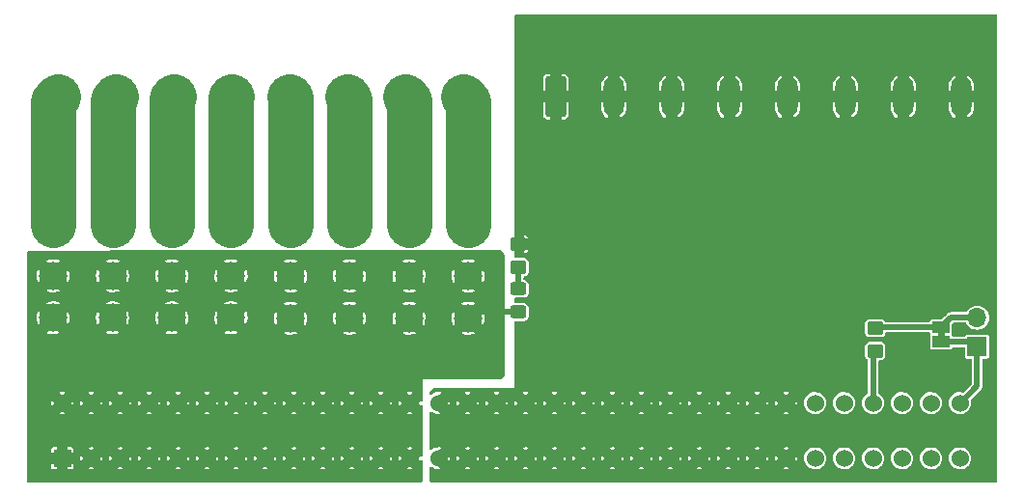
<source format=gbr>
G04 #@! TF.GenerationSoftware,KiCad,Pcbnew,(6.0.4)*
G04 #@! TF.CreationDate,2022-05-02T19:54:18-04:00*
G04 #@! TF.ProjectId,Power_Breakout,506f7765-725f-4427-9265-616b6f75742e,v1*
G04 #@! TF.SameCoordinates,Original*
G04 #@! TF.FileFunction,Copper,L1,Top*
G04 #@! TF.FilePolarity,Positive*
%FSLAX46Y46*%
G04 Gerber Fmt 4.6, Leading zero omitted, Abs format (unit mm)*
G04 Created by KiCad (PCBNEW (6.0.4)) date 2022-05-02 19:54:18*
%MOMM*%
%LPD*%
G01*
G04 APERTURE LIST*
G04 Aperture macros list*
%AMRoundRect*
0 Rectangle with rounded corners*
0 $1 Rounding radius*
0 $2 $3 $4 $5 $6 $7 $8 $9 X,Y pos of 4 corners*
0 Add a 4 corners polygon primitive as box body*
4,1,4,$2,$3,$4,$5,$6,$7,$8,$9,$2,$3,0*
0 Add four circle primitives for the rounded corners*
1,1,$1+$1,$2,$3*
1,1,$1+$1,$4,$5*
1,1,$1+$1,$6,$7*
1,1,$1+$1,$8,$9*
0 Add four rect primitives between the rounded corners*
20,1,$1+$1,$2,$3,$4,$5,0*
20,1,$1+$1,$4,$5,$6,$7,0*
20,1,$1+$1,$6,$7,$8,$9,0*
20,1,$1+$1,$8,$9,$2,$3,0*%
G04 Aperture macros list end*
G04 #@! TA.AperFunction,SMDPad,CuDef*
%ADD10RoundRect,0.250000X0.450000X-0.350000X0.450000X0.350000X-0.450000X0.350000X-0.450000X-0.350000X0*%
G04 #@! TD*
G04 #@! TA.AperFunction,SMDPad,CuDef*
%ADD11RoundRect,0.250000X0.450000X-0.325000X0.450000X0.325000X-0.450000X0.325000X-0.450000X-0.325000X0*%
G04 #@! TD*
G04 #@! TA.AperFunction,SMDPad,CuDef*
%ADD12RoundRect,0.250000X-0.450000X0.350000X-0.450000X-0.350000X0.450000X-0.350000X0.450000X0.350000X0*%
G04 #@! TD*
G04 #@! TA.AperFunction,ComponentPad*
%ADD13R,1.530000X1.530000*%
G04 #@! TD*
G04 #@! TA.AperFunction,ComponentPad*
%ADD14C,1.530000*%
G04 #@! TD*
G04 #@! TA.AperFunction,ComponentPad*
%ADD15RoundRect,0.250000X-0.650000X-1.550000X0.650000X-1.550000X0.650000X1.550000X-0.650000X1.550000X0*%
G04 #@! TD*
G04 #@! TA.AperFunction,ComponentPad*
%ADD16O,1.800000X3.600000*%
G04 #@! TD*
G04 #@! TA.AperFunction,ComponentPad*
%ADD17C,2.475000*%
G04 #@! TD*
G04 #@! TA.AperFunction,ComponentPad*
%ADD18R,1.700000X1.700000*%
G04 #@! TD*
G04 #@! TA.AperFunction,ComponentPad*
%ADD19O,1.700000X1.700000*%
G04 #@! TD*
G04 #@! TA.AperFunction,SMDPad,CuDef*
%ADD20R,1.500000X1.000000*%
G04 #@! TD*
G04 #@! TA.AperFunction,Conductor*
%ADD21C,0.500000*%
G04 #@! TD*
G04 #@! TA.AperFunction,Conductor*
%ADD22C,4.000000*%
G04 #@! TD*
G04 APERTURE END LIST*
G36*
X197800000Y-149050000D02*
G01*
X197200000Y-149050000D01*
X197200000Y-148550000D01*
X197800000Y-148550000D01*
X197800000Y-149050000D01*
G37*
D10*
X191700000Y-150250000D03*
X191700000Y-148250000D03*
D11*
X160400000Y-146850000D03*
X160400000Y-144800000D03*
D12*
X160400000Y-140900000D03*
X160400000Y-142900000D03*
D13*
X120396000Y-159671400D03*
D14*
X122936000Y-159671400D03*
X125476000Y-159671400D03*
X128016000Y-159671400D03*
X130556000Y-159671400D03*
X133096000Y-159671400D03*
X135636000Y-159671400D03*
X138176000Y-159671400D03*
X140716000Y-159671400D03*
X143256000Y-159671400D03*
X145796000Y-159671400D03*
X148336000Y-159671400D03*
X150876000Y-159671400D03*
X153416000Y-159671400D03*
X155956000Y-159671400D03*
X158496000Y-159671400D03*
X161036000Y-159671400D03*
X163576000Y-159671400D03*
X166116000Y-159671400D03*
X168656000Y-159671400D03*
X171196000Y-159671400D03*
X173736000Y-159671400D03*
X176276000Y-159671400D03*
X178816000Y-159671400D03*
X181356000Y-159671400D03*
X183896000Y-159671400D03*
X186436000Y-159671400D03*
X188976000Y-159671400D03*
X191516000Y-159671400D03*
X194056000Y-159671400D03*
X196596000Y-159671400D03*
X199136000Y-159671400D03*
X199136000Y-154831400D03*
X196596000Y-154831400D03*
X194056000Y-154831400D03*
X191516000Y-154831400D03*
X188976000Y-154831400D03*
X186436000Y-154831400D03*
X183896000Y-154831400D03*
X181356000Y-154831400D03*
X178816000Y-154831400D03*
X176276000Y-154831400D03*
X173736000Y-154831400D03*
X171196000Y-154831400D03*
X168656000Y-154831400D03*
X166116000Y-154831400D03*
X163576000Y-154831400D03*
X161036000Y-154831400D03*
X158496000Y-154831400D03*
X155956000Y-154831400D03*
X153416000Y-154831400D03*
X150876000Y-154831400D03*
X148336000Y-154831400D03*
X145796000Y-154831400D03*
X143256000Y-154831400D03*
X140716000Y-154831400D03*
X138176000Y-154831400D03*
X135636000Y-154831400D03*
X133096000Y-154831400D03*
X130556000Y-154831400D03*
X128016000Y-154831400D03*
X125476000Y-154831400D03*
X122936000Y-154831400D03*
X120396000Y-154831400D03*
D15*
X163687500Y-127950000D03*
D16*
X168767500Y-127950000D03*
X173847500Y-127950000D03*
X178927500Y-127950000D03*
X184007500Y-127950000D03*
X189087500Y-127950000D03*
X194167500Y-127950000D03*
X199247500Y-127950000D03*
D17*
X135200000Y-147350000D03*
X135200000Y-143650000D03*
X135200000Y-139150000D03*
X135200000Y-135450000D03*
X124800000Y-147350000D03*
X124800000Y-143650000D03*
X124800000Y-139150000D03*
X124800000Y-135450000D03*
X150800000Y-147366790D03*
X150800000Y-143666790D03*
X150800000Y-139166790D03*
X150800000Y-135466790D03*
D15*
X120000000Y-127950000D03*
D16*
X125080000Y-127950000D03*
X130160000Y-127950000D03*
X135240000Y-127950000D03*
X140320000Y-127950000D03*
X145400000Y-127950000D03*
X150480000Y-127950000D03*
X155560000Y-127950000D03*
D17*
X140400000Y-147366790D03*
X140400000Y-143666790D03*
X140400000Y-139166790D03*
X140400000Y-135466790D03*
X145600000Y-147366790D03*
X145600000Y-143666790D03*
X145600000Y-139166790D03*
X145600000Y-135466790D03*
X119600000Y-147350000D03*
X119600000Y-143650000D03*
X119600000Y-139150000D03*
X119600000Y-135450000D03*
X156000000Y-147366790D03*
X156000000Y-143666790D03*
X156000000Y-139166790D03*
X156000000Y-135466790D03*
D18*
X200650000Y-149875000D03*
D19*
X200650000Y-147335000D03*
D17*
X130000000Y-147350000D03*
X130000000Y-143650000D03*
X130000000Y-139150000D03*
X130000000Y-135450000D03*
D20*
X197500000Y-149450000D03*
X197500000Y-148150000D03*
D21*
X156083580Y-146850000D02*
X156050000Y-146883580D01*
X160400000Y-146850000D02*
X156083580Y-146850000D01*
D22*
X119600000Y-128350000D02*
X120000000Y-127950000D01*
X119600000Y-139150000D02*
X119600000Y-128350000D01*
X124800000Y-128230000D02*
X125080000Y-127950000D01*
X124800000Y-139150000D02*
X124800000Y-128230000D01*
X130000000Y-139150000D02*
X130000000Y-128110000D01*
X130000000Y-128110000D02*
X130160000Y-127950000D01*
X135200000Y-127990000D02*
X135240000Y-127950000D01*
X135200000Y-139150000D02*
X135200000Y-127990000D01*
X140400000Y-139166790D02*
X140400000Y-128030000D01*
X140400000Y-128030000D02*
X140320000Y-127950000D01*
X145600000Y-128150000D02*
X145400000Y-127950000D01*
X145600000Y-139166790D02*
X145600000Y-128150000D01*
X150800000Y-128270000D02*
X150480000Y-127950000D01*
X150800000Y-139166790D02*
X150800000Y-128270000D01*
X156000000Y-139166790D02*
X156000000Y-128390000D01*
X156000000Y-128390000D02*
X155560000Y-127950000D01*
D21*
X191516000Y-150434000D02*
X191700000Y-150250000D01*
X191516000Y-154831400D02*
X191516000Y-150434000D01*
X160400000Y-142900000D02*
X160400000Y-144800000D01*
X200650000Y-153317400D02*
X199136000Y-154831400D01*
X197500000Y-149450000D02*
X200225000Y-149450000D01*
X200225000Y-149450000D02*
X200650000Y-149875000D01*
X200650000Y-149875000D02*
X200650000Y-153317400D01*
X198350000Y-147300000D02*
X200615000Y-147300000D01*
X200615000Y-147300000D02*
X200650000Y-147335000D01*
X191700000Y-148250000D02*
X191800000Y-148150000D01*
X191800000Y-148150000D02*
X197500000Y-148150000D01*
X197500000Y-148150000D02*
X198350000Y-147300000D01*
G04 #@! TA.AperFunction,Conductor*
G36*
X202357421Y-120720502D02*
G01*
X202403914Y-120774158D01*
X202415300Y-120826500D01*
X202415300Y-161649300D01*
X202395298Y-161717421D01*
X202341642Y-161763914D01*
X202289300Y-161775300D01*
X152771681Y-161775300D01*
X152703560Y-161755298D01*
X152655272Y-161697518D01*
X152623385Y-161620535D01*
X152614872Y-161588763D01*
X152601078Y-161483988D01*
X152600000Y-161467542D01*
X152600000Y-160527350D01*
X152620002Y-160459229D01*
X152673658Y-160412736D01*
X152743932Y-160402632D01*
X152807663Y-160431396D01*
X152853317Y-160470251D01*
X152863389Y-160477251D01*
X153019196Y-160564328D01*
X153030436Y-160569239D01*
X153200193Y-160624396D01*
X153212167Y-160627029D01*
X153389412Y-160648165D01*
X153401661Y-160648422D01*
X153579634Y-160634727D01*
X153591712Y-160632597D01*
X153635535Y-160620362D01*
X153641585Y-160616587D01*
X155723540Y-160616587D01*
X155725571Y-160619300D01*
X155727353Y-160620224D01*
X155740193Y-160624396D01*
X155752167Y-160627029D01*
X155929412Y-160648165D01*
X155941661Y-160648422D01*
X156119634Y-160634727D01*
X156131712Y-160632597D01*
X156175535Y-160620362D01*
X156181585Y-160616587D01*
X158263540Y-160616587D01*
X158265571Y-160619300D01*
X158267353Y-160620224D01*
X158280193Y-160624396D01*
X158292167Y-160627029D01*
X158469412Y-160648165D01*
X158481661Y-160648422D01*
X158659634Y-160634727D01*
X158671712Y-160632597D01*
X158715535Y-160620362D01*
X158721585Y-160616587D01*
X160803540Y-160616587D01*
X160805571Y-160619300D01*
X160807353Y-160620224D01*
X160820193Y-160624396D01*
X160832167Y-160627029D01*
X161009412Y-160648165D01*
X161021661Y-160648422D01*
X161199634Y-160634727D01*
X161211712Y-160632597D01*
X161255535Y-160620362D01*
X161261585Y-160616587D01*
X163343540Y-160616587D01*
X163345571Y-160619300D01*
X163347353Y-160620224D01*
X163360193Y-160624396D01*
X163372167Y-160627029D01*
X163549412Y-160648165D01*
X163561661Y-160648422D01*
X163739634Y-160634727D01*
X163751712Y-160632597D01*
X163795535Y-160620362D01*
X163801585Y-160616587D01*
X165883540Y-160616587D01*
X165885571Y-160619300D01*
X165887353Y-160620224D01*
X165900193Y-160624396D01*
X165912167Y-160627029D01*
X166089412Y-160648165D01*
X166101661Y-160648422D01*
X166279634Y-160634727D01*
X166291712Y-160632597D01*
X166335535Y-160620362D01*
X166341585Y-160616587D01*
X168423540Y-160616587D01*
X168425571Y-160619300D01*
X168427353Y-160620224D01*
X168440193Y-160624396D01*
X168452167Y-160627029D01*
X168629412Y-160648165D01*
X168641661Y-160648422D01*
X168819634Y-160634727D01*
X168831712Y-160632597D01*
X168875535Y-160620362D01*
X168881585Y-160616587D01*
X170963540Y-160616587D01*
X170965571Y-160619300D01*
X170967353Y-160620224D01*
X170980193Y-160624396D01*
X170992167Y-160627029D01*
X171169412Y-160648165D01*
X171181661Y-160648422D01*
X171359634Y-160634727D01*
X171371712Y-160632597D01*
X171415535Y-160620362D01*
X171421585Y-160616587D01*
X173503540Y-160616587D01*
X173505571Y-160619300D01*
X173507353Y-160620224D01*
X173520193Y-160624396D01*
X173532167Y-160627029D01*
X173709412Y-160648165D01*
X173721661Y-160648422D01*
X173899634Y-160634727D01*
X173911712Y-160632597D01*
X173955535Y-160620362D01*
X173961585Y-160616587D01*
X176043540Y-160616587D01*
X176045571Y-160619300D01*
X176047353Y-160620224D01*
X176060193Y-160624396D01*
X176072167Y-160627029D01*
X176249412Y-160648165D01*
X176261661Y-160648422D01*
X176439634Y-160634727D01*
X176451712Y-160632597D01*
X176495535Y-160620362D01*
X176501585Y-160616587D01*
X178583540Y-160616587D01*
X178585571Y-160619300D01*
X178587353Y-160620224D01*
X178600193Y-160624396D01*
X178612167Y-160627029D01*
X178789412Y-160648165D01*
X178801661Y-160648422D01*
X178979634Y-160634727D01*
X178991712Y-160632597D01*
X179035535Y-160620362D01*
X179041585Y-160616587D01*
X181123540Y-160616587D01*
X181125571Y-160619300D01*
X181127353Y-160620224D01*
X181140193Y-160624396D01*
X181152167Y-160627029D01*
X181329412Y-160648165D01*
X181341661Y-160648422D01*
X181519634Y-160634727D01*
X181531712Y-160632597D01*
X181575535Y-160620362D01*
X181581585Y-160616587D01*
X183663540Y-160616587D01*
X183665571Y-160619300D01*
X183667353Y-160620224D01*
X183680193Y-160624396D01*
X183692167Y-160627029D01*
X183869412Y-160648165D01*
X183881661Y-160648422D01*
X184059634Y-160634727D01*
X184071712Y-160632597D01*
X184115535Y-160620362D01*
X184127498Y-160612897D01*
X184127239Y-160610914D01*
X184124707Y-160607214D01*
X183908812Y-160391319D01*
X183894868Y-160383705D01*
X183893035Y-160383836D01*
X183886420Y-160388087D01*
X183670300Y-160604207D01*
X183663540Y-160616587D01*
X181581585Y-160616587D01*
X181587498Y-160612897D01*
X181587239Y-160610914D01*
X181584707Y-160607214D01*
X181368812Y-160391319D01*
X181354868Y-160383705D01*
X181353035Y-160383836D01*
X181346420Y-160388087D01*
X181130300Y-160604207D01*
X181123540Y-160616587D01*
X179041585Y-160616587D01*
X179047498Y-160612897D01*
X179047239Y-160610914D01*
X179044707Y-160607214D01*
X178828812Y-160391319D01*
X178814868Y-160383705D01*
X178813035Y-160383836D01*
X178806420Y-160388087D01*
X178590300Y-160604207D01*
X178583540Y-160616587D01*
X176501585Y-160616587D01*
X176507498Y-160612897D01*
X176507239Y-160610914D01*
X176504707Y-160607214D01*
X176288812Y-160391319D01*
X176274868Y-160383705D01*
X176273035Y-160383836D01*
X176266420Y-160388087D01*
X176050300Y-160604207D01*
X176043540Y-160616587D01*
X173961585Y-160616587D01*
X173967498Y-160612897D01*
X173967239Y-160610914D01*
X173964707Y-160607214D01*
X173748812Y-160391319D01*
X173734868Y-160383705D01*
X173733035Y-160383836D01*
X173726420Y-160388087D01*
X173510300Y-160604207D01*
X173503540Y-160616587D01*
X171421585Y-160616587D01*
X171427498Y-160612897D01*
X171427239Y-160610914D01*
X171424707Y-160607214D01*
X171208812Y-160391319D01*
X171194868Y-160383705D01*
X171193035Y-160383836D01*
X171186420Y-160388087D01*
X170970300Y-160604207D01*
X170963540Y-160616587D01*
X168881585Y-160616587D01*
X168887498Y-160612897D01*
X168887239Y-160610914D01*
X168884707Y-160607214D01*
X168668812Y-160391319D01*
X168654868Y-160383705D01*
X168653035Y-160383836D01*
X168646420Y-160388087D01*
X168430300Y-160604207D01*
X168423540Y-160616587D01*
X166341585Y-160616587D01*
X166347498Y-160612897D01*
X166347239Y-160610914D01*
X166344707Y-160607214D01*
X166128812Y-160391319D01*
X166114868Y-160383705D01*
X166113035Y-160383836D01*
X166106420Y-160388087D01*
X165890300Y-160604207D01*
X165883540Y-160616587D01*
X163801585Y-160616587D01*
X163807498Y-160612897D01*
X163807239Y-160610914D01*
X163804707Y-160607214D01*
X163588812Y-160391319D01*
X163574868Y-160383705D01*
X163573035Y-160383836D01*
X163566420Y-160388087D01*
X163350300Y-160604207D01*
X163343540Y-160616587D01*
X161261585Y-160616587D01*
X161267498Y-160612897D01*
X161267239Y-160610914D01*
X161264707Y-160607214D01*
X161048812Y-160391319D01*
X161034868Y-160383705D01*
X161033035Y-160383836D01*
X161026420Y-160388087D01*
X160810300Y-160604207D01*
X160803540Y-160616587D01*
X158721585Y-160616587D01*
X158727498Y-160612897D01*
X158727239Y-160610914D01*
X158724707Y-160607214D01*
X158508812Y-160391319D01*
X158494868Y-160383705D01*
X158493035Y-160383836D01*
X158486420Y-160388087D01*
X158270300Y-160604207D01*
X158263540Y-160616587D01*
X156181585Y-160616587D01*
X156187498Y-160612897D01*
X156187239Y-160610914D01*
X156184707Y-160607214D01*
X155968812Y-160391319D01*
X155954868Y-160383705D01*
X155953035Y-160383836D01*
X155946420Y-160388087D01*
X155730300Y-160604207D01*
X155723540Y-160616587D01*
X153641585Y-160616587D01*
X153647498Y-160612897D01*
X153647239Y-160610914D01*
X153644707Y-160607214D01*
X152797988Y-159760495D01*
X152763962Y-159698183D01*
X152765797Y-159672532D01*
X154128305Y-159672532D01*
X154128436Y-159674365D01*
X154132687Y-159680980D01*
X154349187Y-159897480D01*
X154361567Y-159904240D01*
X154364467Y-159902069D01*
X154365202Y-159900663D01*
X154367466Y-159893858D01*
X154370184Y-159881891D01*
X154392885Y-159702202D01*
X154393376Y-159695175D01*
X154393659Y-159674905D01*
X154393366Y-159667912D01*
X154392972Y-159663893D01*
X154978903Y-159663893D01*
X154993838Y-159841756D01*
X154996052Y-159853815D01*
X155006753Y-159891133D01*
X155014301Y-159903044D01*
X155016513Y-159902740D01*
X155019864Y-159900429D01*
X155236081Y-159684212D01*
X155242459Y-159672532D01*
X156668305Y-159672532D01*
X156668436Y-159674365D01*
X156672687Y-159680980D01*
X156889187Y-159897480D01*
X156901567Y-159904240D01*
X156904467Y-159902069D01*
X156905202Y-159900663D01*
X156907466Y-159893858D01*
X156910184Y-159881891D01*
X156932885Y-159702202D01*
X156933376Y-159695175D01*
X156933659Y-159674905D01*
X156933366Y-159667912D01*
X156932972Y-159663893D01*
X157518903Y-159663893D01*
X157533838Y-159841756D01*
X157536052Y-159853815D01*
X157546753Y-159891133D01*
X157554301Y-159903044D01*
X157556513Y-159902740D01*
X157559864Y-159900429D01*
X157776081Y-159684212D01*
X157782459Y-159672532D01*
X159208305Y-159672532D01*
X159208436Y-159674365D01*
X159212687Y-159680980D01*
X159429187Y-159897480D01*
X159441567Y-159904240D01*
X159444467Y-159902069D01*
X159445202Y-159900663D01*
X159447466Y-159893858D01*
X159450184Y-159881891D01*
X159472885Y-159702202D01*
X159473376Y-159695175D01*
X159473659Y-159674905D01*
X159473366Y-159667912D01*
X159472972Y-159663893D01*
X160058903Y-159663893D01*
X160073838Y-159841756D01*
X160076052Y-159853815D01*
X160086753Y-159891133D01*
X160094301Y-159903044D01*
X160096513Y-159902740D01*
X160099864Y-159900429D01*
X160316081Y-159684212D01*
X160322459Y-159672532D01*
X161748305Y-159672532D01*
X161748436Y-159674365D01*
X161752687Y-159680980D01*
X161969187Y-159897480D01*
X161981567Y-159904240D01*
X161984467Y-159902069D01*
X161985202Y-159900663D01*
X161987466Y-159893858D01*
X161990184Y-159881891D01*
X162012885Y-159702202D01*
X162013376Y-159695175D01*
X162013659Y-159674905D01*
X162013366Y-159667912D01*
X162012972Y-159663893D01*
X162598903Y-159663893D01*
X162613838Y-159841756D01*
X162616052Y-159853815D01*
X162626753Y-159891133D01*
X162634301Y-159903044D01*
X162636513Y-159902740D01*
X162639864Y-159900429D01*
X162856081Y-159684212D01*
X162862459Y-159672532D01*
X164288305Y-159672532D01*
X164288436Y-159674365D01*
X164292687Y-159680980D01*
X164509187Y-159897480D01*
X164521567Y-159904240D01*
X164524467Y-159902069D01*
X164525202Y-159900663D01*
X164527466Y-159893858D01*
X164530184Y-159881891D01*
X164552885Y-159702202D01*
X164553376Y-159695175D01*
X164553659Y-159674905D01*
X164553366Y-159667912D01*
X164552972Y-159663893D01*
X165138903Y-159663893D01*
X165153838Y-159841756D01*
X165156052Y-159853815D01*
X165166753Y-159891133D01*
X165174301Y-159903044D01*
X165176513Y-159902740D01*
X165179864Y-159900429D01*
X165396081Y-159684212D01*
X165402459Y-159672532D01*
X166828305Y-159672532D01*
X166828436Y-159674365D01*
X166832687Y-159680980D01*
X167049187Y-159897480D01*
X167061567Y-159904240D01*
X167064467Y-159902069D01*
X167065202Y-159900663D01*
X167067466Y-159893858D01*
X167070184Y-159881891D01*
X167092885Y-159702202D01*
X167093376Y-159695175D01*
X167093659Y-159674905D01*
X167093366Y-159667912D01*
X167092972Y-159663893D01*
X167678903Y-159663893D01*
X167693838Y-159841756D01*
X167696052Y-159853815D01*
X167706753Y-159891133D01*
X167714301Y-159903044D01*
X167716513Y-159902740D01*
X167719864Y-159900429D01*
X167936081Y-159684212D01*
X167942459Y-159672532D01*
X169368305Y-159672532D01*
X169368436Y-159674365D01*
X169372687Y-159680980D01*
X169589187Y-159897480D01*
X169601567Y-159904240D01*
X169604467Y-159902069D01*
X169605202Y-159900663D01*
X169607466Y-159893858D01*
X169610184Y-159881891D01*
X169632885Y-159702202D01*
X169633376Y-159695175D01*
X169633659Y-159674905D01*
X169633366Y-159667912D01*
X169632972Y-159663893D01*
X170218903Y-159663893D01*
X170233838Y-159841756D01*
X170236052Y-159853815D01*
X170246753Y-159891133D01*
X170254301Y-159903044D01*
X170256513Y-159902740D01*
X170259864Y-159900429D01*
X170476081Y-159684212D01*
X170482459Y-159672532D01*
X171908305Y-159672532D01*
X171908436Y-159674365D01*
X171912687Y-159680980D01*
X172129187Y-159897480D01*
X172141567Y-159904240D01*
X172144467Y-159902069D01*
X172145202Y-159900663D01*
X172147466Y-159893858D01*
X172150184Y-159881891D01*
X172172885Y-159702202D01*
X172173376Y-159695175D01*
X172173659Y-159674905D01*
X172173366Y-159667912D01*
X172172972Y-159663893D01*
X172758903Y-159663893D01*
X172773838Y-159841756D01*
X172776052Y-159853815D01*
X172786753Y-159891133D01*
X172794301Y-159903044D01*
X172796513Y-159902740D01*
X172799864Y-159900429D01*
X173016081Y-159684212D01*
X173022459Y-159672532D01*
X174448305Y-159672532D01*
X174448436Y-159674365D01*
X174452687Y-159680980D01*
X174669187Y-159897480D01*
X174681567Y-159904240D01*
X174684467Y-159902069D01*
X174685202Y-159900663D01*
X174687466Y-159893858D01*
X174690184Y-159881891D01*
X174712885Y-159702202D01*
X174713376Y-159695175D01*
X174713659Y-159674905D01*
X174713366Y-159667912D01*
X174712972Y-159663893D01*
X175298903Y-159663893D01*
X175313838Y-159841756D01*
X175316052Y-159853815D01*
X175326753Y-159891133D01*
X175334301Y-159903044D01*
X175336513Y-159902740D01*
X175339864Y-159900429D01*
X175556081Y-159684212D01*
X175562459Y-159672532D01*
X176988305Y-159672532D01*
X176988436Y-159674365D01*
X176992687Y-159680980D01*
X177209187Y-159897480D01*
X177221567Y-159904240D01*
X177224467Y-159902069D01*
X177225202Y-159900663D01*
X177227466Y-159893858D01*
X177230184Y-159881891D01*
X177252885Y-159702202D01*
X177253376Y-159695175D01*
X177253659Y-159674905D01*
X177253366Y-159667912D01*
X177252972Y-159663893D01*
X177838903Y-159663893D01*
X177853838Y-159841756D01*
X177856052Y-159853815D01*
X177866753Y-159891133D01*
X177874301Y-159903044D01*
X177876513Y-159902740D01*
X177879864Y-159900429D01*
X178096081Y-159684212D01*
X178102459Y-159672532D01*
X179528305Y-159672532D01*
X179528436Y-159674365D01*
X179532687Y-159680980D01*
X179749187Y-159897480D01*
X179761567Y-159904240D01*
X179764467Y-159902069D01*
X179765202Y-159900663D01*
X179767466Y-159893858D01*
X179770184Y-159881891D01*
X179792885Y-159702202D01*
X179793376Y-159695175D01*
X179793659Y-159674905D01*
X179793366Y-159667912D01*
X179792972Y-159663893D01*
X180378903Y-159663893D01*
X180393838Y-159841756D01*
X180396052Y-159853815D01*
X180406753Y-159891133D01*
X180414301Y-159903044D01*
X180416513Y-159902740D01*
X180419864Y-159900429D01*
X180636081Y-159684212D01*
X180642459Y-159672532D01*
X182068305Y-159672532D01*
X182068436Y-159674365D01*
X182072687Y-159680980D01*
X182289187Y-159897480D01*
X182301567Y-159904240D01*
X182304467Y-159902069D01*
X182305202Y-159900663D01*
X182307466Y-159893858D01*
X182310184Y-159881891D01*
X182332885Y-159702202D01*
X182333376Y-159695175D01*
X182333659Y-159674905D01*
X182333366Y-159667912D01*
X182332972Y-159663893D01*
X182918903Y-159663893D01*
X182933838Y-159841756D01*
X182936052Y-159853815D01*
X182946753Y-159891133D01*
X182954301Y-159903044D01*
X182956513Y-159902740D01*
X182959864Y-159900429D01*
X183176081Y-159684212D01*
X183182459Y-159672532D01*
X184608305Y-159672532D01*
X184608436Y-159674365D01*
X184612687Y-159680980D01*
X184829187Y-159897480D01*
X184841567Y-159904240D01*
X184844467Y-159902069D01*
X184845202Y-159900663D01*
X184847466Y-159893858D01*
X184850184Y-159881891D01*
X184872885Y-159702202D01*
X184873376Y-159695175D01*
X184873659Y-159674905D01*
X184873366Y-159667912D01*
X184872380Y-159657854D01*
X185465923Y-159657854D01*
X185481766Y-159846535D01*
X185533957Y-160028544D01*
X185536775Y-160034027D01*
X185617686Y-160191464D01*
X185617689Y-160191468D01*
X185620506Y-160196950D01*
X185738117Y-160345338D01*
X185742811Y-160349333D01*
X185839235Y-160431396D01*
X185882310Y-160468056D01*
X185887688Y-160471062D01*
X185887690Y-160471063D01*
X185915766Y-160486754D01*
X186047593Y-160560429D01*
X186227670Y-160618940D01*
X186415682Y-160641359D01*
X186421817Y-160640887D01*
X186421819Y-160640887D01*
X186598327Y-160627306D01*
X186598331Y-160627305D01*
X186604469Y-160626833D01*
X186610401Y-160625177D01*
X186610405Y-160625176D01*
X186695654Y-160601373D01*
X186786838Y-160575914D01*
X186955844Y-160490543D01*
X186980778Y-160471063D01*
X187100200Y-160377760D01*
X187105050Y-160373971D01*
X187129766Y-160345338D01*
X187224747Y-160235300D01*
X187224747Y-160235299D01*
X187228771Y-160230638D01*
X187322296Y-160066005D01*
X187382063Y-159886340D01*
X187405325Y-159702202D01*
X187405352Y-159701992D01*
X187405353Y-159701983D01*
X187405794Y-159698489D01*
X187406172Y-159671400D01*
X187404844Y-159657854D01*
X188005923Y-159657854D01*
X188021766Y-159846535D01*
X188073957Y-160028544D01*
X188076775Y-160034027D01*
X188157686Y-160191464D01*
X188157689Y-160191468D01*
X188160506Y-160196950D01*
X188278117Y-160345338D01*
X188282811Y-160349333D01*
X188379235Y-160431396D01*
X188422310Y-160468056D01*
X188427688Y-160471062D01*
X188427690Y-160471063D01*
X188455766Y-160486754D01*
X188587593Y-160560429D01*
X188767670Y-160618940D01*
X188955682Y-160641359D01*
X188961817Y-160640887D01*
X188961819Y-160640887D01*
X189138327Y-160627306D01*
X189138331Y-160627305D01*
X189144469Y-160626833D01*
X189150401Y-160625177D01*
X189150405Y-160625176D01*
X189235654Y-160601373D01*
X189326838Y-160575914D01*
X189495844Y-160490543D01*
X189520778Y-160471063D01*
X189640200Y-160377760D01*
X189645050Y-160373971D01*
X189669766Y-160345338D01*
X189764747Y-160235300D01*
X189764747Y-160235299D01*
X189768771Y-160230638D01*
X189862296Y-160066005D01*
X189922063Y-159886340D01*
X189945325Y-159702202D01*
X189945352Y-159701992D01*
X189945353Y-159701983D01*
X189945794Y-159698489D01*
X189946172Y-159671400D01*
X189944844Y-159657854D01*
X190545923Y-159657854D01*
X190561766Y-159846535D01*
X190613957Y-160028544D01*
X190616775Y-160034027D01*
X190697686Y-160191464D01*
X190697689Y-160191468D01*
X190700506Y-160196950D01*
X190818117Y-160345338D01*
X190822811Y-160349333D01*
X190919235Y-160431396D01*
X190962310Y-160468056D01*
X190967688Y-160471062D01*
X190967690Y-160471063D01*
X190995766Y-160486754D01*
X191127593Y-160560429D01*
X191307670Y-160618940D01*
X191495682Y-160641359D01*
X191501817Y-160640887D01*
X191501819Y-160640887D01*
X191678327Y-160627306D01*
X191678331Y-160627305D01*
X191684469Y-160626833D01*
X191690401Y-160625177D01*
X191690405Y-160625176D01*
X191775654Y-160601373D01*
X191866838Y-160575914D01*
X192035844Y-160490543D01*
X192060778Y-160471063D01*
X192180200Y-160377760D01*
X192185050Y-160373971D01*
X192209766Y-160345338D01*
X192304747Y-160235300D01*
X192304747Y-160235299D01*
X192308771Y-160230638D01*
X192402296Y-160066005D01*
X192462063Y-159886340D01*
X192485325Y-159702202D01*
X192485352Y-159701992D01*
X192485353Y-159701983D01*
X192485794Y-159698489D01*
X192486172Y-159671400D01*
X192484844Y-159657854D01*
X193085923Y-159657854D01*
X193101766Y-159846535D01*
X193153957Y-160028544D01*
X193156775Y-160034027D01*
X193237686Y-160191464D01*
X193237689Y-160191468D01*
X193240506Y-160196950D01*
X193358117Y-160345338D01*
X193362811Y-160349333D01*
X193459235Y-160431396D01*
X193502310Y-160468056D01*
X193507688Y-160471062D01*
X193507690Y-160471063D01*
X193535766Y-160486754D01*
X193667593Y-160560429D01*
X193847670Y-160618940D01*
X194035682Y-160641359D01*
X194041817Y-160640887D01*
X194041819Y-160640887D01*
X194218327Y-160627306D01*
X194218331Y-160627305D01*
X194224469Y-160626833D01*
X194230401Y-160625177D01*
X194230405Y-160625176D01*
X194315654Y-160601373D01*
X194406838Y-160575914D01*
X194575844Y-160490543D01*
X194600778Y-160471063D01*
X194720200Y-160377760D01*
X194725050Y-160373971D01*
X194749766Y-160345338D01*
X194844747Y-160235300D01*
X194844747Y-160235299D01*
X194848771Y-160230638D01*
X194942296Y-160066005D01*
X195002063Y-159886340D01*
X195025325Y-159702202D01*
X195025352Y-159701992D01*
X195025353Y-159701983D01*
X195025794Y-159698489D01*
X195026172Y-159671400D01*
X195024844Y-159657854D01*
X195625923Y-159657854D01*
X195641766Y-159846535D01*
X195693957Y-160028544D01*
X195696775Y-160034027D01*
X195777686Y-160191464D01*
X195777689Y-160191468D01*
X195780506Y-160196950D01*
X195898117Y-160345338D01*
X195902811Y-160349333D01*
X195999235Y-160431396D01*
X196042310Y-160468056D01*
X196047688Y-160471062D01*
X196047690Y-160471063D01*
X196075766Y-160486754D01*
X196207593Y-160560429D01*
X196387670Y-160618940D01*
X196575682Y-160641359D01*
X196581817Y-160640887D01*
X196581819Y-160640887D01*
X196758327Y-160627306D01*
X196758331Y-160627305D01*
X196764469Y-160626833D01*
X196770401Y-160625177D01*
X196770405Y-160625176D01*
X196855654Y-160601373D01*
X196946838Y-160575914D01*
X197115844Y-160490543D01*
X197140778Y-160471063D01*
X197260200Y-160377760D01*
X197265050Y-160373971D01*
X197289766Y-160345338D01*
X197384747Y-160235300D01*
X197384747Y-160235299D01*
X197388771Y-160230638D01*
X197482296Y-160066005D01*
X197542063Y-159886340D01*
X197565325Y-159702202D01*
X197565352Y-159701992D01*
X197565353Y-159701983D01*
X197565794Y-159698489D01*
X197566172Y-159671400D01*
X197564844Y-159657854D01*
X198165923Y-159657854D01*
X198181766Y-159846535D01*
X198233957Y-160028544D01*
X198236775Y-160034027D01*
X198317686Y-160191464D01*
X198317689Y-160191468D01*
X198320506Y-160196950D01*
X198438117Y-160345338D01*
X198442811Y-160349333D01*
X198539235Y-160431396D01*
X198582310Y-160468056D01*
X198587688Y-160471062D01*
X198587690Y-160471063D01*
X198615766Y-160486754D01*
X198747593Y-160560429D01*
X198927670Y-160618940D01*
X199115682Y-160641359D01*
X199121817Y-160640887D01*
X199121819Y-160640887D01*
X199298327Y-160627306D01*
X199298331Y-160627305D01*
X199304469Y-160626833D01*
X199310401Y-160625177D01*
X199310405Y-160625176D01*
X199395654Y-160601373D01*
X199486838Y-160575914D01*
X199655844Y-160490543D01*
X199680778Y-160471063D01*
X199800200Y-160377760D01*
X199805050Y-160373971D01*
X199829766Y-160345338D01*
X199924747Y-160235300D01*
X199924747Y-160235299D01*
X199928771Y-160230638D01*
X200022296Y-160066005D01*
X200082063Y-159886340D01*
X200105325Y-159702202D01*
X200105352Y-159701992D01*
X200105353Y-159701983D01*
X200105794Y-159698489D01*
X200106172Y-159671400D01*
X200087695Y-159482959D01*
X200085914Y-159477060D01*
X200085913Y-159477055D01*
X200034750Y-159307596D01*
X200032969Y-159301696D01*
X199944077Y-159134515D01*
X199899848Y-159080285D01*
X199828301Y-158992559D01*
X199828298Y-158992556D01*
X199824406Y-158987784D01*
X199812868Y-158978239D01*
X199683263Y-158871020D01*
X199683259Y-158871018D01*
X199678513Y-158867091D01*
X199511957Y-158777034D01*
X199389882Y-158739246D01*
X199336967Y-158722866D01*
X199336964Y-158722865D01*
X199331080Y-158721044D01*
X199324955Y-158720400D01*
X199324954Y-158720400D01*
X199148901Y-158701896D01*
X199148900Y-158701896D01*
X199142773Y-158701252D01*
X199072653Y-158707633D01*
X198960346Y-158717853D01*
X198960342Y-158717854D01*
X198954208Y-158718412D01*
X198772567Y-158771872D01*
X198604769Y-158859595D01*
X198457206Y-158978239D01*
X198453248Y-158982957D01*
X198453245Y-158982959D01*
X198445190Y-158992559D01*
X198335498Y-159123285D01*
X198244281Y-159289209D01*
X198242420Y-159295076D01*
X198242419Y-159295078D01*
X198194530Y-159446044D01*
X198187029Y-159469690D01*
X198165923Y-159657854D01*
X197564844Y-159657854D01*
X197547695Y-159482959D01*
X197545914Y-159477060D01*
X197545913Y-159477055D01*
X197494750Y-159307596D01*
X197492969Y-159301696D01*
X197404077Y-159134515D01*
X197359848Y-159080285D01*
X197288301Y-158992559D01*
X197288298Y-158992556D01*
X197284406Y-158987784D01*
X197272868Y-158978239D01*
X197143263Y-158871020D01*
X197143259Y-158871018D01*
X197138513Y-158867091D01*
X196971957Y-158777034D01*
X196849882Y-158739246D01*
X196796967Y-158722866D01*
X196796964Y-158722865D01*
X196791080Y-158721044D01*
X196784955Y-158720400D01*
X196784954Y-158720400D01*
X196608901Y-158701896D01*
X196608900Y-158701896D01*
X196602773Y-158701252D01*
X196532653Y-158707633D01*
X196420346Y-158717853D01*
X196420342Y-158717854D01*
X196414208Y-158718412D01*
X196232567Y-158771872D01*
X196064769Y-158859595D01*
X195917206Y-158978239D01*
X195913248Y-158982957D01*
X195913245Y-158982959D01*
X195905190Y-158992559D01*
X195795498Y-159123285D01*
X195704281Y-159289209D01*
X195702420Y-159295076D01*
X195702419Y-159295078D01*
X195654530Y-159446044D01*
X195647029Y-159469690D01*
X195625923Y-159657854D01*
X195024844Y-159657854D01*
X195007695Y-159482959D01*
X195005914Y-159477060D01*
X195005913Y-159477055D01*
X194954750Y-159307596D01*
X194952969Y-159301696D01*
X194864077Y-159134515D01*
X194819848Y-159080285D01*
X194748301Y-158992559D01*
X194748298Y-158992556D01*
X194744406Y-158987784D01*
X194732868Y-158978239D01*
X194603263Y-158871020D01*
X194603259Y-158871018D01*
X194598513Y-158867091D01*
X194431957Y-158777034D01*
X194309882Y-158739246D01*
X194256967Y-158722866D01*
X194256964Y-158722865D01*
X194251080Y-158721044D01*
X194244955Y-158720400D01*
X194244954Y-158720400D01*
X194068901Y-158701896D01*
X194068900Y-158701896D01*
X194062773Y-158701252D01*
X193992653Y-158707633D01*
X193880346Y-158717853D01*
X193880342Y-158717854D01*
X193874208Y-158718412D01*
X193692567Y-158771872D01*
X193524769Y-158859595D01*
X193377206Y-158978239D01*
X193373248Y-158982957D01*
X193373245Y-158982959D01*
X193365190Y-158992559D01*
X193255498Y-159123285D01*
X193164281Y-159289209D01*
X193162420Y-159295076D01*
X193162419Y-159295078D01*
X193114530Y-159446044D01*
X193107029Y-159469690D01*
X193085923Y-159657854D01*
X192484844Y-159657854D01*
X192467695Y-159482959D01*
X192465914Y-159477060D01*
X192465913Y-159477055D01*
X192414750Y-159307596D01*
X192412969Y-159301696D01*
X192324077Y-159134515D01*
X192279848Y-159080285D01*
X192208301Y-158992559D01*
X192208298Y-158992556D01*
X192204406Y-158987784D01*
X192192868Y-158978239D01*
X192063263Y-158871020D01*
X192063259Y-158871018D01*
X192058513Y-158867091D01*
X191891957Y-158777034D01*
X191769882Y-158739246D01*
X191716967Y-158722866D01*
X191716964Y-158722865D01*
X191711080Y-158721044D01*
X191704955Y-158720400D01*
X191704954Y-158720400D01*
X191528901Y-158701896D01*
X191528900Y-158701896D01*
X191522773Y-158701252D01*
X191452653Y-158707633D01*
X191340346Y-158717853D01*
X191340342Y-158717854D01*
X191334208Y-158718412D01*
X191152567Y-158771872D01*
X190984769Y-158859595D01*
X190837206Y-158978239D01*
X190833248Y-158982957D01*
X190833245Y-158982959D01*
X190825190Y-158992559D01*
X190715498Y-159123285D01*
X190624281Y-159289209D01*
X190622420Y-159295076D01*
X190622419Y-159295078D01*
X190574530Y-159446044D01*
X190567029Y-159469690D01*
X190545923Y-159657854D01*
X189944844Y-159657854D01*
X189927695Y-159482959D01*
X189925914Y-159477060D01*
X189925913Y-159477055D01*
X189874750Y-159307596D01*
X189872969Y-159301696D01*
X189784077Y-159134515D01*
X189739848Y-159080285D01*
X189668301Y-158992559D01*
X189668298Y-158992556D01*
X189664406Y-158987784D01*
X189652868Y-158978239D01*
X189523263Y-158871020D01*
X189523259Y-158871018D01*
X189518513Y-158867091D01*
X189351957Y-158777034D01*
X189229882Y-158739246D01*
X189176967Y-158722866D01*
X189176964Y-158722865D01*
X189171080Y-158721044D01*
X189164955Y-158720400D01*
X189164954Y-158720400D01*
X188988901Y-158701896D01*
X188988900Y-158701896D01*
X188982773Y-158701252D01*
X188912653Y-158707633D01*
X188800346Y-158717853D01*
X188800342Y-158717854D01*
X188794208Y-158718412D01*
X188612567Y-158771872D01*
X188444769Y-158859595D01*
X188297206Y-158978239D01*
X188293248Y-158982957D01*
X188293245Y-158982959D01*
X188285190Y-158992559D01*
X188175498Y-159123285D01*
X188084281Y-159289209D01*
X188082420Y-159295076D01*
X188082419Y-159295078D01*
X188034530Y-159446044D01*
X188027029Y-159469690D01*
X188005923Y-159657854D01*
X187404844Y-159657854D01*
X187387695Y-159482959D01*
X187385914Y-159477060D01*
X187385913Y-159477055D01*
X187334750Y-159307596D01*
X187332969Y-159301696D01*
X187244077Y-159134515D01*
X187199848Y-159080285D01*
X187128301Y-158992559D01*
X187128298Y-158992556D01*
X187124406Y-158987784D01*
X187112868Y-158978239D01*
X186983263Y-158871020D01*
X186983259Y-158871018D01*
X186978513Y-158867091D01*
X186811957Y-158777034D01*
X186689882Y-158739246D01*
X186636967Y-158722866D01*
X186636964Y-158722865D01*
X186631080Y-158721044D01*
X186624955Y-158720400D01*
X186624954Y-158720400D01*
X186448901Y-158701896D01*
X186448900Y-158701896D01*
X186442773Y-158701252D01*
X186372653Y-158707633D01*
X186260346Y-158717853D01*
X186260342Y-158717854D01*
X186254208Y-158718412D01*
X186072567Y-158771872D01*
X185904769Y-158859595D01*
X185757206Y-158978239D01*
X185753248Y-158982957D01*
X185753245Y-158982959D01*
X185745190Y-158992559D01*
X185635498Y-159123285D01*
X185544281Y-159289209D01*
X185542420Y-159295076D01*
X185542419Y-159295078D01*
X185494530Y-159446044D01*
X185487029Y-159469690D01*
X185465923Y-159657854D01*
X184872380Y-159657854D01*
X184855689Y-159487627D01*
X184853307Y-159475598D01*
X184845928Y-159451159D01*
X184838213Y-159439353D01*
X184835548Y-159439757D01*
X184832888Y-159441619D01*
X184615919Y-159658588D01*
X184608305Y-159672532D01*
X183182459Y-159672532D01*
X183183695Y-159670268D01*
X183183564Y-159668435D01*
X183179313Y-159661820D01*
X182963537Y-159446044D01*
X182951157Y-159439284D01*
X182948629Y-159441176D01*
X182947521Y-159443331D01*
X182941520Y-159462250D01*
X182938970Y-159474244D01*
X182919074Y-159651624D01*
X182918903Y-159663893D01*
X182332972Y-159663893D01*
X182315689Y-159487627D01*
X182313307Y-159475598D01*
X182305928Y-159451159D01*
X182298213Y-159439353D01*
X182295548Y-159439757D01*
X182292888Y-159441619D01*
X182075919Y-159658588D01*
X182068305Y-159672532D01*
X180642459Y-159672532D01*
X180643695Y-159670268D01*
X180643564Y-159668435D01*
X180639313Y-159661820D01*
X180423537Y-159446044D01*
X180411157Y-159439284D01*
X180408629Y-159441176D01*
X180407521Y-159443331D01*
X180401520Y-159462250D01*
X180398970Y-159474244D01*
X180379074Y-159651624D01*
X180378903Y-159663893D01*
X179792972Y-159663893D01*
X179775689Y-159487627D01*
X179773307Y-159475598D01*
X179765928Y-159451159D01*
X179758213Y-159439353D01*
X179755548Y-159439757D01*
X179752888Y-159441619D01*
X179535919Y-159658588D01*
X179528305Y-159672532D01*
X178102459Y-159672532D01*
X178103695Y-159670268D01*
X178103564Y-159668435D01*
X178099313Y-159661820D01*
X177883537Y-159446044D01*
X177871157Y-159439284D01*
X177868629Y-159441176D01*
X177867521Y-159443331D01*
X177861520Y-159462250D01*
X177858970Y-159474244D01*
X177839074Y-159651624D01*
X177838903Y-159663893D01*
X177252972Y-159663893D01*
X177235689Y-159487627D01*
X177233307Y-159475598D01*
X177225928Y-159451159D01*
X177218213Y-159439353D01*
X177215548Y-159439757D01*
X177212888Y-159441619D01*
X176995919Y-159658588D01*
X176988305Y-159672532D01*
X175562459Y-159672532D01*
X175563695Y-159670268D01*
X175563564Y-159668435D01*
X175559313Y-159661820D01*
X175343537Y-159446044D01*
X175331157Y-159439284D01*
X175328629Y-159441176D01*
X175327521Y-159443331D01*
X175321520Y-159462250D01*
X175318970Y-159474244D01*
X175299074Y-159651624D01*
X175298903Y-159663893D01*
X174712972Y-159663893D01*
X174695689Y-159487627D01*
X174693307Y-159475598D01*
X174685928Y-159451159D01*
X174678213Y-159439353D01*
X174675548Y-159439757D01*
X174672888Y-159441619D01*
X174455919Y-159658588D01*
X174448305Y-159672532D01*
X173022459Y-159672532D01*
X173023695Y-159670268D01*
X173023564Y-159668435D01*
X173019313Y-159661820D01*
X172803537Y-159446044D01*
X172791157Y-159439284D01*
X172788629Y-159441176D01*
X172787521Y-159443331D01*
X172781520Y-159462250D01*
X172778970Y-159474244D01*
X172759074Y-159651624D01*
X172758903Y-159663893D01*
X172172972Y-159663893D01*
X172155689Y-159487627D01*
X172153307Y-159475598D01*
X172145928Y-159451159D01*
X172138213Y-159439353D01*
X172135548Y-159439757D01*
X172132888Y-159441619D01*
X171915919Y-159658588D01*
X171908305Y-159672532D01*
X170482459Y-159672532D01*
X170483695Y-159670268D01*
X170483564Y-159668435D01*
X170479313Y-159661820D01*
X170263537Y-159446044D01*
X170251157Y-159439284D01*
X170248629Y-159441176D01*
X170247521Y-159443331D01*
X170241520Y-159462250D01*
X170238970Y-159474244D01*
X170219074Y-159651624D01*
X170218903Y-159663893D01*
X169632972Y-159663893D01*
X169615689Y-159487627D01*
X169613307Y-159475598D01*
X169605928Y-159451159D01*
X169598213Y-159439353D01*
X169595548Y-159439757D01*
X169592888Y-159441619D01*
X169375919Y-159658588D01*
X169368305Y-159672532D01*
X167942459Y-159672532D01*
X167943695Y-159670268D01*
X167943564Y-159668435D01*
X167939313Y-159661820D01*
X167723537Y-159446044D01*
X167711157Y-159439284D01*
X167708629Y-159441176D01*
X167707521Y-159443331D01*
X167701520Y-159462250D01*
X167698970Y-159474244D01*
X167679074Y-159651624D01*
X167678903Y-159663893D01*
X167092972Y-159663893D01*
X167075689Y-159487627D01*
X167073307Y-159475598D01*
X167065928Y-159451159D01*
X167058213Y-159439353D01*
X167055548Y-159439757D01*
X167052888Y-159441619D01*
X166835919Y-159658588D01*
X166828305Y-159672532D01*
X165402459Y-159672532D01*
X165403695Y-159670268D01*
X165403564Y-159668435D01*
X165399313Y-159661820D01*
X165183537Y-159446044D01*
X165171157Y-159439284D01*
X165168629Y-159441176D01*
X165167521Y-159443331D01*
X165161520Y-159462250D01*
X165158970Y-159474244D01*
X165139074Y-159651624D01*
X165138903Y-159663893D01*
X164552972Y-159663893D01*
X164535689Y-159487627D01*
X164533307Y-159475598D01*
X164525928Y-159451159D01*
X164518213Y-159439353D01*
X164515548Y-159439757D01*
X164512888Y-159441619D01*
X164295919Y-159658588D01*
X164288305Y-159672532D01*
X162862459Y-159672532D01*
X162863695Y-159670268D01*
X162863564Y-159668435D01*
X162859313Y-159661820D01*
X162643537Y-159446044D01*
X162631157Y-159439284D01*
X162628629Y-159441176D01*
X162627521Y-159443331D01*
X162621520Y-159462250D01*
X162618970Y-159474244D01*
X162599074Y-159651624D01*
X162598903Y-159663893D01*
X162012972Y-159663893D01*
X161995689Y-159487627D01*
X161993307Y-159475598D01*
X161985928Y-159451159D01*
X161978213Y-159439353D01*
X161975548Y-159439757D01*
X161972888Y-159441619D01*
X161755919Y-159658588D01*
X161748305Y-159672532D01*
X160322459Y-159672532D01*
X160323695Y-159670268D01*
X160323564Y-159668435D01*
X160319313Y-159661820D01*
X160103537Y-159446044D01*
X160091157Y-159439284D01*
X160088629Y-159441176D01*
X160087521Y-159443331D01*
X160081520Y-159462250D01*
X160078970Y-159474244D01*
X160059074Y-159651624D01*
X160058903Y-159663893D01*
X159472972Y-159663893D01*
X159455689Y-159487627D01*
X159453307Y-159475598D01*
X159445928Y-159451159D01*
X159438213Y-159439353D01*
X159435548Y-159439757D01*
X159432888Y-159441619D01*
X159215919Y-159658588D01*
X159208305Y-159672532D01*
X157782459Y-159672532D01*
X157783695Y-159670268D01*
X157783564Y-159668435D01*
X157779313Y-159661820D01*
X157563537Y-159446044D01*
X157551157Y-159439284D01*
X157548629Y-159441176D01*
X157547521Y-159443331D01*
X157541520Y-159462250D01*
X157538970Y-159474244D01*
X157519074Y-159651624D01*
X157518903Y-159663893D01*
X156932972Y-159663893D01*
X156915689Y-159487627D01*
X156913307Y-159475598D01*
X156905928Y-159451159D01*
X156898213Y-159439353D01*
X156895548Y-159439757D01*
X156892888Y-159441619D01*
X156675919Y-159658588D01*
X156668305Y-159672532D01*
X155242459Y-159672532D01*
X155243695Y-159670268D01*
X155243564Y-159668435D01*
X155239313Y-159661820D01*
X155023537Y-159446044D01*
X155011157Y-159439284D01*
X155008629Y-159441176D01*
X155007521Y-159443331D01*
X155001520Y-159462250D01*
X154998970Y-159474244D01*
X154979074Y-159651624D01*
X154978903Y-159663893D01*
X154392972Y-159663893D01*
X154375689Y-159487627D01*
X154373307Y-159475598D01*
X154365928Y-159451159D01*
X154358213Y-159439353D01*
X154355548Y-159439757D01*
X154352888Y-159441619D01*
X154135919Y-159658588D01*
X154128305Y-159672532D01*
X152765797Y-159672532D01*
X152769027Y-159627368D01*
X152797988Y-159582305D01*
X153641047Y-158739246D01*
X153646389Y-158729462D01*
X155724172Y-158729462D01*
X155724524Y-158731900D01*
X155726612Y-158734905D01*
X155943188Y-158951481D01*
X155957132Y-158959095D01*
X155958965Y-158958964D01*
X155965580Y-158954713D01*
X156181047Y-158739246D01*
X156186389Y-158729462D01*
X158264172Y-158729462D01*
X158264524Y-158731900D01*
X158266612Y-158734905D01*
X158483188Y-158951481D01*
X158497132Y-158959095D01*
X158498965Y-158958964D01*
X158505580Y-158954713D01*
X158721047Y-158739246D01*
X158726389Y-158729462D01*
X160804172Y-158729462D01*
X160804524Y-158731900D01*
X160806612Y-158734905D01*
X161023188Y-158951481D01*
X161037132Y-158959095D01*
X161038965Y-158958964D01*
X161045580Y-158954713D01*
X161261047Y-158739246D01*
X161266389Y-158729462D01*
X163344172Y-158729462D01*
X163344524Y-158731900D01*
X163346612Y-158734905D01*
X163563188Y-158951481D01*
X163577132Y-158959095D01*
X163578965Y-158958964D01*
X163585580Y-158954713D01*
X163801047Y-158739246D01*
X163806389Y-158729462D01*
X165884172Y-158729462D01*
X165884524Y-158731900D01*
X165886612Y-158734905D01*
X166103188Y-158951481D01*
X166117132Y-158959095D01*
X166118965Y-158958964D01*
X166125580Y-158954713D01*
X166341047Y-158739246D01*
X166346389Y-158729462D01*
X168424172Y-158729462D01*
X168424524Y-158731900D01*
X168426612Y-158734905D01*
X168643188Y-158951481D01*
X168657132Y-158959095D01*
X168658965Y-158958964D01*
X168665580Y-158954713D01*
X168881047Y-158739246D01*
X168886389Y-158729462D01*
X170964172Y-158729462D01*
X170964524Y-158731900D01*
X170966612Y-158734905D01*
X171183188Y-158951481D01*
X171197132Y-158959095D01*
X171198965Y-158958964D01*
X171205580Y-158954713D01*
X171421047Y-158739246D01*
X171426389Y-158729462D01*
X173504172Y-158729462D01*
X173504524Y-158731900D01*
X173506612Y-158734905D01*
X173723188Y-158951481D01*
X173737132Y-158959095D01*
X173738965Y-158958964D01*
X173745580Y-158954713D01*
X173961047Y-158739246D01*
X173966389Y-158729462D01*
X176044172Y-158729462D01*
X176044524Y-158731900D01*
X176046612Y-158734905D01*
X176263188Y-158951481D01*
X176277132Y-158959095D01*
X176278965Y-158958964D01*
X176285580Y-158954713D01*
X176501047Y-158739246D01*
X176506389Y-158729462D01*
X178584172Y-158729462D01*
X178584524Y-158731900D01*
X178586612Y-158734905D01*
X178803188Y-158951481D01*
X178817132Y-158959095D01*
X178818965Y-158958964D01*
X178825580Y-158954713D01*
X179041047Y-158739246D01*
X179046389Y-158729462D01*
X181124172Y-158729462D01*
X181124524Y-158731900D01*
X181126612Y-158734905D01*
X181343188Y-158951481D01*
X181357132Y-158959095D01*
X181358965Y-158958964D01*
X181365580Y-158954713D01*
X181581047Y-158739246D01*
X181586389Y-158729462D01*
X183664172Y-158729462D01*
X183664524Y-158731900D01*
X183666612Y-158734905D01*
X183883188Y-158951481D01*
X183897132Y-158959095D01*
X183898965Y-158958964D01*
X183905580Y-158954713D01*
X184121047Y-158739246D01*
X184127807Y-158726866D01*
X184126052Y-158724522D01*
X184123531Y-158723237D01*
X184098484Y-158715484D01*
X184086467Y-158713017D01*
X183908955Y-158694360D01*
X183896686Y-158694275D01*
X183718938Y-158710451D01*
X183706883Y-158712750D01*
X183676030Y-158721831D01*
X183664172Y-158729462D01*
X181586389Y-158729462D01*
X181587807Y-158726866D01*
X181586052Y-158724522D01*
X181583531Y-158723237D01*
X181558484Y-158715484D01*
X181546467Y-158713017D01*
X181368955Y-158694360D01*
X181356686Y-158694275D01*
X181178938Y-158710451D01*
X181166883Y-158712750D01*
X181136030Y-158721831D01*
X181124172Y-158729462D01*
X179046389Y-158729462D01*
X179047807Y-158726866D01*
X179046052Y-158724522D01*
X179043531Y-158723237D01*
X179018484Y-158715484D01*
X179006467Y-158713017D01*
X178828955Y-158694360D01*
X178816686Y-158694275D01*
X178638938Y-158710451D01*
X178626883Y-158712750D01*
X178596030Y-158721831D01*
X178584172Y-158729462D01*
X176506389Y-158729462D01*
X176507807Y-158726866D01*
X176506052Y-158724522D01*
X176503531Y-158723237D01*
X176478484Y-158715484D01*
X176466467Y-158713017D01*
X176288955Y-158694360D01*
X176276686Y-158694275D01*
X176098938Y-158710451D01*
X176086883Y-158712750D01*
X176056030Y-158721831D01*
X176044172Y-158729462D01*
X173966389Y-158729462D01*
X173967807Y-158726866D01*
X173966052Y-158724522D01*
X173963531Y-158723237D01*
X173938484Y-158715484D01*
X173926467Y-158713017D01*
X173748955Y-158694360D01*
X173736686Y-158694275D01*
X173558938Y-158710451D01*
X173546883Y-158712750D01*
X173516030Y-158721831D01*
X173504172Y-158729462D01*
X171426389Y-158729462D01*
X171427807Y-158726866D01*
X171426052Y-158724522D01*
X171423531Y-158723237D01*
X171398484Y-158715484D01*
X171386467Y-158713017D01*
X171208955Y-158694360D01*
X171196686Y-158694275D01*
X171018938Y-158710451D01*
X171006883Y-158712750D01*
X170976030Y-158721831D01*
X170964172Y-158729462D01*
X168886389Y-158729462D01*
X168887807Y-158726866D01*
X168886052Y-158724522D01*
X168883531Y-158723237D01*
X168858484Y-158715484D01*
X168846467Y-158713017D01*
X168668955Y-158694360D01*
X168656686Y-158694275D01*
X168478938Y-158710451D01*
X168466883Y-158712750D01*
X168436030Y-158721831D01*
X168424172Y-158729462D01*
X166346389Y-158729462D01*
X166347807Y-158726866D01*
X166346052Y-158724522D01*
X166343531Y-158723237D01*
X166318484Y-158715484D01*
X166306467Y-158713017D01*
X166128955Y-158694360D01*
X166116686Y-158694275D01*
X165938938Y-158710451D01*
X165926883Y-158712750D01*
X165896030Y-158721831D01*
X165884172Y-158729462D01*
X163806389Y-158729462D01*
X163807807Y-158726866D01*
X163806052Y-158724522D01*
X163803531Y-158723237D01*
X163778484Y-158715484D01*
X163766467Y-158713017D01*
X163588955Y-158694360D01*
X163576686Y-158694275D01*
X163398938Y-158710451D01*
X163386883Y-158712750D01*
X163356030Y-158721831D01*
X163344172Y-158729462D01*
X161266389Y-158729462D01*
X161267807Y-158726866D01*
X161266052Y-158724522D01*
X161263531Y-158723237D01*
X161238484Y-158715484D01*
X161226467Y-158713017D01*
X161048955Y-158694360D01*
X161036686Y-158694275D01*
X160858938Y-158710451D01*
X160846883Y-158712750D01*
X160816030Y-158721831D01*
X160804172Y-158729462D01*
X158726389Y-158729462D01*
X158727807Y-158726866D01*
X158726052Y-158724522D01*
X158723531Y-158723237D01*
X158698484Y-158715484D01*
X158686467Y-158713017D01*
X158508955Y-158694360D01*
X158496686Y-158694275D01*
X158318938Y-158710451D01*
X158306883Y-158712750D01*
X158276030Y-158721831D01*
X158264172Y-158729462D01*
X156186389Y-158729462D01*
X156187807Y-158726866D01*
X156186052Y-158724522D01*
X156183531Y-158723237D01*
X156158484Y-158715484D01*
X156146467Y-158713017D01*
X155968955Y-158694360D01*
X155956686Y-158694275D01*
X155778938Y-158710451D01*
X155766883Y-158712750D01*
X155736030Y-158721831D01*
X155724172Y-158729462D01*
X153646389Y-158729462D01*
X153647807Y-158726866D01*
X153646052Y-158724522D01*
X153643531Y-158723237D01*
X153618484Y-158715484D01*
X153606467Y-158713017D01*
X153428955Y-158694360D01*
X153416686Y-158694275D01*
X153238935Y-158710451D01*
X153226886Y-158712749D01*
X153055653Y-158763146D01*
X153044285Y-158767739D01*
X152886103Y-158850435D01*
X152875842Y-158857149D01*
X152804952Y-158914146D01*
X152739330Y-158941242D01*
X152669475Y-158928559D01*
X152617567Y-158880123D01*
X152600000Y-158815949D01*
X152600000Y-155687350D01*
X152620002Y-155619229D01*
X152673658Y-155572736D01*
X152743932Y-155562632D01*
X152807663Y-155591396D01*
X152853317Y-155630251D01*
X152863389Y-155637251D01*
X153019196Y-155724328D01*
X153030436Y-155729239D01*
X153200193Y-155784396D01*
X153212167Y-155787029D01*
X153389412Y-155808165D01*
X153401661Y-155808422D01*
X153579634Y-155794727D01*
X153591712Y-155792597D01*
X153635535Y-155780362D01*
X153641585Y-155776587D01*
X155723540Y-155776587D01*
X155725571Y-155779300D01*
X155727353Y-155780224D01*
X155740193Y-155784396D01*
X155752167Y-155787029D01*
X155929412Y-155808165D01*
X155941661Y-155808422D01*
X156119634Y-155794727D01*
X156131712Y-155792597D01*
X156175535Y-155780362D01*
X156181585Y-155776587D01*
X158263540Y-155776587D01*
X158265571Y-155779300D01*
X158267353Y-155780224D01*
X158280193Y-155784396D01*
X158292167Y-155787029D01*
X158469412Y-155808165D01*
X158481661Y-155808422D01*
X158659634Y-155794727D01*
X158671712Y-155792597D01*
X158715535Y-155780362D01*
X158721585Y-155776587D01*
X160803540Y-155776587D01*
X160805571Y-155779300D01*
X160807353Y-155780224D01*
X160820193Y-155784396D01*
X160832167Y-155787029D01*
X161009412Y-155808165D01*
X161021661Y-155808422D01*
X161199634Y-155794727D01*
X161211712Y-155792597D01*
X161255535Y-155780362D01*
X161261585Y-155776587D01*
X163343540Y-155776587D01*
X163345571Y-155779300D01*
X163347353Y-155780224D01*
X163360193Y-155784396D01*
X163372167Y-155787029D01*
X163549412Y-155808165D01*
X163561661Y-155808422D01*
X163739634Y-155794727D01*
X163751712Y-155792597D01*
X163795535Y-155780362D01*
X163801585Y-155776587D01*
X165883540Y-155776587D01*
X165885571Y-155779300D01*
X165887353Y-155780224D01*
X165900193Y-155784396D01*
X165912167Y-155787029D01*
X166089412Y-155808165D01*
X166101661Y-155808422D01*
X166279634Y-155794727D01*
X166291712Y-155792597D01*
X166335535Y-155780362D01*
X166341585Y-155776587D01*
X168423540Y-155776587D01*
X168425571Y-155779300D01*
X168427353Y-155780224D01*
X168440193Y-155784396D01*
X168452167Y-155787029D01*
X168629412Y-155808165D01*
X168641661Y-155808422D01*
X168819634Y-155794727D01*
X168831712Y-155792597D01*
X168875535Y-155780362D01*
X168881585Y-155776587D01*
X170963540Y-155776587D01*
X170965571Y-155779300D01*
X170967353Y-155780224D01*
X170980193Y-155784396D01*
X170992167Y-155787029D01*
X171169412Y-155808165D01*
X171181661Y-155808422D01*
X171359634Y-155794727D01*
X171371712Y-155792597D01*
X171415535Y-155780362D01*
X171421585Y-155776587D01*
X173503540Y-155776587D01*
X173505571Y-155779300D01*
X173507353Y-155780224D01*
X173520193Y-155784396D01*
X173532167Y-155787029D01*
X173709412Y-155808165D01*
X173721661Y-155808422D01*
X173899634Y-155794727D01*
X173911712Y-155792597D01*
X173955535Y-155780362D01*
X173961585Y-155776587D01*
X176043540Y-155776587D01*
X176045571Y-155779300D01*
X176047353Y-155780224D01*
X176060193Y-155784396D01*
X176072167Y-155787029D01*
X176249412Y-155808165D01*
X176261661Y-155808422D01*
X176439634Y-155794727D01*
X176451712Y-155792597D01*
X176495535Y-155780362D01*
X176501585Y-155776587D01*
X178583540Y-155776587D01*
X178585571Y-155779300D01*
X178587353Y-155780224D01*
X178600193Y-155784396D01*
X178612167Y-155787029D01*
X178789412Y-155808165D01*
X178801661Y-155808422D01*
X178979634Y-155794727D01*
X178991712Y-155792597D01*
X179035535Y-155780362D01*
X179041585Y-155776587D01*
X181123540Y-155776587D01*
X181125571Y-155779300D01*
X181127353Y-155780224D01*
X181140193Y-155784396D01*
X181152167Y-155787029D01*
X181329412Y-155808165D01*
X181341661Y-155808422D01*
X181519634Y-155794727D01*
X181531712Y-155792597D01*
X181575535Y-155780362D01*
X181581585Y-155776587D01*
X183663540Y-155776587D01*
X183665571Y-155779300D01*
X183667353Y-155780224D01*
X183680193Y-155784396D01*
X183692167Y-155787029D01*
X183869412Y-155808165D01*
X183881661Y-155808422D01*
X184059634Y-155794727D01*
X184071712Y-155792597D01*
X184115535Y-155780362D01*
X184127498Y-155772897D01*
X184127239Y-155770914D01*
X184124707Y-155767214D01*
X183908812Y-155551319D01*
X183894868Y-155543705D01*
X183893035Y-155543836D01*
X183886420Y-155548087D01*
X183670300Y-155764207D01*
X183663540Y-155776587D01*
X181581585Y-155776587D01*
X181587498Y-155772897D01*
X181587239Y-155770914D01*
X181584707Y-155767214D01*
X181368812Y-155551319D01*
X181354868Y-155543705D01*
X181353035Y-155543836D01*
X181346420Y-155548087D01*
X181130300Y-155764207D01*
X181123540Y-155776587D01*
X179041585Y-155776587D01*
X179047498Y-155772897D01*
X179047239Y-155770914D01*
X179044707Y-155767214D01*
X178828812Y-155551319D01*
X178814868Y-155543705D01*
X178813035Y-155543836D01*
X178806420Y-155548087D01*
X178590300Y-155764207D01*
X178583540Y-155776587D01*
X176501585Y-155776587D01*
X176507498Y-155772897D01*
X176507239Y-155770914D01*
X176504707Y-155767214D01*
X176288812Y-155551319D01*
X176274868Y-155543705D01*
X176273035Y-155543836D01*
X176266420Y-155548087D01*
X176050300Y-155764207D01*
X176043540Y-155776587D01*
X173961585Y-155776587D01*
X173967498Y-155772897D01*
X173967239Y-155770914D01*
X173964707Y-155767214D01*
X173748812Y-155551319D01*
X173734868Y-155543705D01*
X173733035Y-155543836D01*
X173726420Y-155548087D01*
X173510300Y-155764207D01*
X173503540Y-155776587D01*
X171421585Y-155776587D01*
X171427498Y-155772897D01*
X171427239Y-155770914D01*
X171424707Y-155767214D01*
X171208812Y-155551319D01*
X171194868Y-155543705D01*
X171193035Y-155543836D01*
X171186420Y-155548087D01*
X170970300Y-155764207D01*
X170963540Y-155776587D01*
X168881585Y-155776587D01*
X168887498Y-155772897D01*
X168887239Y-155770914D01*
X168884707Y-155767214D01*
X168668812Y-155551319D01*
X168654868Y-155543705D01*
X168653035Y-155543836D01*
X168646420Y-155548087D01*
X168430300Y-155764207D01*
X168423540Y-155776587D01*
X166341585Y-155776587D01*
X166347498Y-155772897D01*
X166347239Y-155770914D01*
X166344707Y-155767214D01*
X166128812Y-155551319D01*
X166114868Y-155543705D01*
X166113035Y-155543836D01*
X166106420Y-155548087D01*
X165890300Y-155764207D01*
X165883540Y-155776587D01*
X163801585Y-155776587D01*
X163807498Y-155772897D01*
X163807239Y-155770914D01*
X163804707Y-155767214D01*
X163588812Y-155551319D01*
X163574868Y-155543705D01*
X163573035Y-155543836D01*
X163566420Y-155548087D01*
X163350300Y-155764207D01*
X163343540Y-155776587D01*
X161261585Y-155776587D01*
X161267498Y-155772897D01*
X161267239Y-155770914D01*
X161264707Y-155767214D01*
X161048812Y-155551319D01*
X161034868Y-155543705D01*
X161033035Y-155543836D01*
X161026420Y-155548087D01*
X160810300Y-155764207D01*
X160803540Y-155776587D01*
X158721585Y-155776587D01*
X158727498Y-155772897D01*
X158727239Y-155770914D01*
X158724707Y-155767214D01*
X158508812Y-155551319D01*
X158494868Y-155543705D01*
X158493035Y-155543836D01*
X158486420Y-155548087D01*
X158270300Y-155764207D01*
X158263540Y-155776587D01*
X156181585Y-155776587D01*
X156187498Y-155772897D01*
X156187239Y-155770914D01*
X156184707Y-155767214D01*
X155968812Y-155551319D01*
X155954868Y-155543705D01*
X155953035Y-155543836D01*
X155946420Y-155548087D01*
X155730300Y-155764207D01*
X155723540Y-155776587D01*
X153641585Y-155776587D01*
X153647498Y-155772897D01*
X153647239Y-155770914D01*
X153644707Y-155767214D01*
X152797988Y-154920495D01*
X152763962Y-154858183D01*
X152765797Y-154832532D01*
X154128305Y-154832532D01*
X154128436Y-154834365D01*
X154132687Y-154840980D01*
X154349187Y-155057480D01*
X154361567Y-155064240D01*
X154364467Y-155062069D01*
X154365202Y-155060663D01*
X154367466Y-155053858D01*
X154370184Y-155041891D01*
X154392885Y-154862202D01*
X154393376Y-154855175D01*
X154393659Y-154834905D01*
X154393366Y-154827912D01*
X154392972Y-154823893D01*
X154978903Y-154823893D01*
X154993838Y-155001756D01*
X154996052Y-155013815D01*
X155006753Y-155051133D01*
X155014301Y-155063044D01*
X155016513Y-155062740D01*
X155019864Y-155060429D01*
X155236081Y-154844212D01*
X155242459Y-154832532D01*
X156668305Y-154832532D01*
X156668436Y-154834365D01*
X156672687Y-154840980D01*
X156889187Y-155057480D01*
X156901567Y-155064240D01*
X156904467Y-155062069D01*
X156905202Y-155060663D01*
X156907466Y-155053858D01*
X156910184Y-155041891D01*
X156932885Y-154862202D01*
X156933376Y-154855175D01*
X156933659Y-154834905D01*
X156933366Y-154827912D01*
X156932972Y-154823893D01*
X157518903Y-154823893D01*
X157533838Y-155001756D01*
X157536052Y-155013815D01*
X157546753Y-155051133D01*
X157554301Y-155063044D01*
X157556513Y-155062740D01*
X157559864Y-155060429D01*
X157776081Y-154844212D01*
X157782459Y-154832532D01*
X159208305Y-154832532D01*
X159208436Y-154834365D01*
X159212687Y-154840980D01*
X159429187Y-155057480D01*
X159441567Y-155064240D01*
X159444467Y-155062069D01*
X159445202Y-155060663D01*
X159447466Y-155053858D01*
X159450184Y-155041891D01*
X159472885Y-154862202D01*
X159473376Y-154855175D01*
X159473659Y-154834905D01*
X159473366Y-154827912D01*
X159472972Y-154823893D01*
X160058903Y-154823893D01*
X160073838Y-155001756D01*
X160076052Y-155013815D01*
X160086753Y-155051133D01*
X160094301Y-155063044D01*
X160096513Y-155062740D01*
X160099864Y-155060429D01*
X160316081Y-154844212D01*
X160322459Y-154832532D01*
X161748305Y-154832532D01*
X161748436Y-154834365D01*
X161752687Y-154840980D01*
X161969187Y-155057480D01*
X161981567Y-155064240D01*
X161984467Y-155062069D01*
X161985202Y-155060663D01*
X161987466Y-155053858D01*
X161990184Y-155041891D01*
X162012885Y-154862202D01*
X162013376Y-154855175D01*
X162013659Y-154834905D01*
X162013366Y-154827912D01*
X162012972Y-154823893D01*
X162598903Y-154823893D01*
X162613838Y-155001756D01*
X162616052Y-155013815D01*
X162626753Y-155051133D01*
X162634301Y-155063044D01*
X162636513Y-155062740D01*
X162639864Y-155060429D01*
X162856081Y-154844212D01*
X162862459Y-154832532D01*
X164288305Y-154832532D01*
X164288436Y-154834365D01*
X164292687Y-154840980D01*
X164509187Y-155057480D01*
X164521567Y-155064240D01*
X164524467Y-155062069D01*
X164525202Y-155060663D01*
X164527466Y-155053858D01*
X164530184Y-155041891D01*
X164552885Y-154862202D01*
X164553376Y-154855175D01*
X164553659Y-154834905D01*
X164553366Y-154827912D01*
X164552972Y-154823893D01*
X165138903Y-154823893D01*
X165153838Y-155001756D01*
X165156052Y-155013815D01*
X165166753Y-155051133D01*
X165174301Y-155063044D01*
X165176513Y-155062740D01*
X165179864Y-155060429D01*
X165396081Y-154844212D01*
X165402459Y-154832532D01*
X166828305Y-154832532D01*
X166828436Y-154834365D01*
X166832687Y-154840980D01*
X167049187Y-155057480D01*
X167061567Y-155064240D01*
X167064467Y-155062069D01*
X167065202Y-155060663D01*
X167067466Y-155053858D01*
X167070184Y-155041891D01*
X167092885Y-154862202D01*
X167093376Y-154855175D01*
X167093659Y-154834905D01*
X167093366Y-154827912D01*
X167092972Y-154823893D01*
X167678903Y-154823893D01*
X167693838Y-155001756D01*
X167696052Y-155013815D01*
X167706753Y-155051133D01*
X167714301Y-155063044D01*
X167716513Y-155062740D01*
X167719864Y-155060429D01*
X167936081Y-154844212D01*
X167942459Y-154832532D01*
X169368305Y-154832532D01*
X169368436Y-154834365D01*
X169372687Y-154840980D01*
X169589187Y-155057480D01*
X169601567Y-155064240D01*
X169604467Y-155062069D01*
X169605202Y-155060663D01*
X169607466Y-155053858D01*
X169610184Y-155041891D01*
X169632885Y-154862202D01*
X169633376Y-154855175D01*
X169633659Y-154834905D01*
X169633366Y-154827912D01*
X169632972Y-154823893D01*
X170218903Y-154823893D01*
X170233838Y-155001756D01*
X170236052Y-155013815D01*
X170246753Y-155051133D01*
X170254301Y-155063044D01*
X170256513Y-155062740D01*
X170259864Y-155060429D01*
X170476081Y-154844212D01*
X170482459Y-154832532D01*
X171908305Y-154832532D01*
X171908436Y-154834365D01*
X171912687Y-154840980D01*
X172129187Y-155057480D01*
X172141567Y-155064240D01*
X172144467Y-155062069D01*
X172145202Y-155060663D01*
X172147466Y-155053858D01*
X172150184Y-155041891D01*
X172172885Y-154862202D01*
X172173376Y-154855175D01*
X172173659Y-154834905D01*
X172173366Y-154827912D01*
X172172972Y-154823893D01*
X172758903Y-154823893D01*
X172773838Y-155001756D01*
X172776052Y-155013815D01*
X172786753Y-155051133D01*
X172794301Y-155063044D01*
X172796513Y-155062740D01*
X172799864Y-155060429D01*
X173016081Y-154844212D01*
X173022459Y-154832532D01*
X174448305Y-154832532D01*
X174448436Y-154834365D01*
X174452687Y-154840980D01*
X174669187Y-155057480D01*
X174681567Y-155064240D01*
X174684467Y-155062069D01*
X174685202Y-155060663D01*
X174687466Y-155053858D01*
X174690184Y-155041891D01*
X174712885Y-154862202D01*
X174713376Y-154855175D01*
X174713659Y-154834905D01*
X174713366Y-154827912D01*
X174712972Y-154823893D01*
X175298903Y-154823893D01*
X175313838Y-155001756D01*
X175316052Y-155013815D01*
X175326753Y-155051133D01*
X175334301Y-155063044D01*
X175336513Y-155062740D01*
X175339864Y-155060429D01*
X175556081Y-154844212D01*
X175562459Y-154832532D01*
X176988305Y-154832532D01*
X176988436Y-154834365D01*
X176992687Y-154840980D01*
X177209187Y-155057480D01*
X177221567Y-155064240D01*
X177224467Y-155062069D01*
X177225202Y-155060663D01*
X177227466Y-155053858D01*
X177230184Y-155041891D01*
X177252885Y-154862202D01*
X177253376Y-154855175D01*
X177253659Y-154834905D01*
X177253366Y-154827912D01*
X177252972Y-154823893D01*
X177838903Y-154823893D01*
X177853838Y-155001756D01*
X177856052Y-155013815D01*
X177866753Y-155051133D01*
X177874301Y-155063044D01*
X177876513Y-155062740D01*
X177879864Y-155060429D01*
X178096081Y-154844212D01*
X178102459Y-154832532D01*
X179528305Y-154832532D01*
X179528436Y-154834365D01*
X179532687Y-154840980D01*
X179749187Y-155057480D01*
X179761567Y-155064240D01*
X179764467Y-155062069D01*
X179765202Y-155060663D01*
X179767466Y-155053858D01*
X179770184Y-155041891D01*
X179792885Y-154862202D01*
X179793376Y-154855175D01*
X179793659Y-154834905D01*
X179793366Y-154827912D01*
X179792972Y-154823893D01*
X180378903Y-154823893D01*
X180393838Y-155001756D01*
X180396052Y-155013815D01*
X180406753Y-155051133D01*
X180414301Y-155063044D01*
X180416513Y-155062740D01*
X180419864Y-155060429D01*
X180636081Y-154844212D01*
X180642459Y-154832532D01*
X182068305Y-154832532D01*
X182068436Y-154834365D01*
X182072687Y-154840980D01*
X182289187Y-155057480D01*
X182301567Y-155064240D01*
X182304467Y-155062069D01*
X182305202Y-155060663D01*
X182307466Y-155053858D01*
X182310184Y-155041891D01*
X182332885Y-154862202D01*
X182333376Y-154855175D01*
X182333659Y-154834905D01*
X182333366Y-154827912D01*
X182332972Y-154823893D01*
X182918903Y-154823893D01*
X182933838Y-155001756D01*
X182936052Y-155013815D01*
X182946753Y-155051133D01*
X182954301Y-155063044D01*
X182956513Y-155062740D01*
X182959864Y-155060429D01*
X183176081Y-154844212D01*
X183182459Y-154832532D01*
X184608305Y-154832532D01*
X184608436Y-154834365D01*
X184612687Y-154840980D01*
X184829187Y-155057480D01*
X184841567Y-155064240D01*
X184844467Y-155062069D01*
X184845202Y-155060663D01*
X184847466Y-155053858D01*
X184850184Y-155041891D01*
X184872885Y-154862202D01*
X184873376Y-154855175D01*
X184873659Y-154834905D01*
X184873366Y-154827912D01*
X184872380Y-154817854D01*
X185465923Y-154817854D01*
X185481766Y-155006535D01*
X185533957Y-155188544D01*
X185536775Y-155194027D01*
X185617686Y-155351464D01*
X185617689Y-155351468D01*
X185620506Y-155356950D01*
X185738117Y-155505338D01*
X185742811Y-155509333D01*
X185839235Y-155591396D01*
X185882310Y-155628056D01*
X185887688Y-155631062D01*
X185887690Y-155631063D01*
X185915766Y-155646754D01*
X186047593Y-155720429D01*
X186227670Y-155778940D01*
X186415682Y-155801359D01*
X186421817Y-155800887D01*
X186421819Y-155800887D01*
X186598327Y-155787306D01*
X186598331Y-155787305D01*
X186604469Y-155786833D01*
X186610401Y-155785177D01*
X186610405Y-155785176D01*
X186695654Y-155761373D01*
X186786838Y-155735914D01*
X186955844Y-155650543D01*
X186980778Y-155631063D01*
X187100200Y-155537760D01*
X187105050Y-155533971D01*
X187129766Y-155505338D01*
X187224747Y-155395300D01*
X187224747Y-155395299D01*
X187228771Y-155390638D01*
X187322296Y-155226005D01*
X187382063Y-155046340D01*
X187405325Y-154862202D01*
X187405352Y-154861992D01*
X187405353Y-154861983D01*
X187405794Y-154858489D01*
X187406172Y-154831400D01*
X187404844Y-154817854D01*
X188005923Y-154817854D01*
X188021766Y-155006535D01*
X188073957Y-155188544D01*
X188076775Y-155194027D01*
X188157686Y-155351464D01*
X188157689Y-155351468D01*
X188160506Y-155356950D01*
X188278117Y-155505338D01*
X188282811Y-155509333D01*
X188379235Y-155591396D01*
X188422310Y-155628056D01*
X188427688Y-155631062D01*
X188427690Y-155631063D01*
X188455766Y-155646754D01*
X188587593Y-155720429D01*
X188767670Y-155778940D01*
X188955682Y-155801359D01*
X188961817Y-155800887D01*
X188961819Y-155800887D01*
X189138327Y-155787306D01*
X189138331Y-155787305D01*
X189144469Y-155786833D01*
X189150401Y-155785177D01*
X189150405Y-155785176D01*
X189235654Y-155761373D01*
X189326838Y-155735914D01*
X189495844Y-155650543D01*
X189520778Y-155631063D01*
X189640200Y-155537760D01*
X189645050Y-155533971D01*
X189669766Y-155505338D01*
X189764747Y-155395300D01*
X189764747Y-155395299D01*
X189768771Y-155390638D01*
X189862296Y-155226005D01*
X189922063Y-155046340D01*
X189945325Y-154862202D01*
X189945352Y-154861992D01*
X189945353Y-154861983D01*
X189945794Y-154858489D01*
X189946172Y-154831400D01*
X189944844Y-154817854D01*
X190545923Y-154817854D01*
X190561766Y-155006535D01*
X190613957Y-155188544D01*
X190616775Y-155194027D01*
X190697686Y-155351464D01*
X190697689Y-155351468D01*
X190700506Y-155356950D01*
X190818117Y-155505338D01*
X190822811Y-155509333D01*
X190919235Y-155591396D01*
X190962310Y-155628056D01*
X190967688Y-155631062D01*
X190967690Y-155631063D01*
X190995766Y-155646754D01*
X191127593Y-155720429D01*
X191307670Y-155778940D01*
X191495682Y-155801359D01*
X191501817Y-155800887D01*
X191501819Y-155800887D01*
X191678327Y-155787306D01*
X191678331Y-155787305D01*
X191684469Y-155786833D01*
X191690401Y-155785177D01*
X191690405Y-155785176D01*
X191775654Y-155761373D01*
X191866838Y-155735914D01*
X192035844Y-155650543D01*
X192060778Y-155631063D01*
X192180200Y-155537760D01*
X192185050Y-155533971D01*
X192209766Y-155505338D01*
X192304747Y-155395300D01*
X192304747Y-155395299D01*
X192308771Y-155390638D01*
X192402296Y-155226005D01*
X192462063Y-155046340D01*
X192485325Y-154862202D01*
X192485352Y-154861992D01*
X192485353Y-154861983D01*
X192485794Y-154858489D01*
X192486172Y-154831400D01*
X192484844Y-154817854D01*
X193085923Y-154817854D01*
X193101766Y-155006535D01*
X193153957Y-155188544D01*
X193156775Y-155194027D01*
X193237686Y-155351464D01*
X193237689Y-155351468D01*
X193240506Y-155356950D01*
X193358117Y-155505338D01*
X193362811Y-155509333D01*
X193459235Y-155591396D01*
X193502310Y-155628056D01*
X193507688Y-155631062D01*
X193507690Y-155631063D01*
X193535766Y-155646754D01*
X193667593Y-155720429D01*
X193847670Y-155778940D01*
X194035682Y-155801359D01*
X194041817Y-155800887D01*
X194041819Y-155800887D01*
X194218327Y-155787306D01*
X194218331Y-155787305D01*
X194224469Y-155786833D01*
X194230401Y-155785177D01*
X194230405Y-155785176D01*
X194315654Y-155761373D01*
X194406838Y-155735914D01*
X194575844Y-155650543D01*
X194600778Y-155631063D01*
X194720200Y-155537760D01*
X194725050Y-155533971D01*
X194749766Y-155505338D01*
X194844747Y-155395300D01*
X194844747Y-155395299D01*
X194848771Y-155390638D01*
X194942296Y-155226005D01*
X195002063Y-155046340D01*
X195025325Y-154862202D01*
X195025352Y-154861992D01*
X195025353Y-154861983D01*
X195025794Y-154858489D01*
X195026172Y-154831400D01*
X195024844Y-154817854D01*
X195625923Y-154817854D01*
X195641766Y-155006535D01*
X195693957Y-155188544D01*
X195696775Y-155194027D01*
X195777686Y-155351464D01*
X195777689Y-155351468D01*
X195780506Y-155356950D01*
X195898117Y-155505338D01*
X195902811Y-155509333D01*
X195999235Y-155591396D01*
X196042310Y-155628056D01*
X196047688Y-155631062D01*
X196047690Y-155631063D01*
X196075766Y-155646754D01*
X196207593Y-155720429D01*
X196387670Y-155778940D01*
X196575682Y-155801359D01*
X196581817Y-155800887D01*
X196581819Y-155800887D01*
X196758327Y-155787306D01*
X196758331Y-155787305D01*
X196764469Y-155786833D01*
X196770401Y-155785177D01*
X196770405Y-155785176D01*
X196855654Y-155761373D01*
X196946838Y-155735914D01*
X197115844Y-155650543D01*
X197140778Y-155631063D01*
X197260200Y-155537760D01*
X197265050Y-155533971D01*
X197289766Y-155505338D01*
X197384747Y-155395300D01*
X197384747Y-155395299D01*
X197388771Y-155390638D01*
X197482296Y-155226005D01*
X197542063Y-155046340D01*
X197565325Y-154862202D01*
X197565352Y-154861992D01*
X197565353Y-154861983D01*
X197565794Y-154858489D01*
X197566172Y-154831400D01*
X197547695Y-154642959D01*
X197545914Y-154637060D01*
X197545913Y-154637055D01*
X197494750Y-154467596D01*
X197492969Y-154461696D01*
X197404077Y-154294515D01*
X197359848Y-154240285D01*
X197288301Y-154152559D01*
X197288298Y-154152556D01*
X197284406Y-154147784D01*
X197272868Y-154138239D01*
X197143263Y-154031020D01*
X197143259Y-154031018D01*
X197138513Y-154027091D01*
X196971957Y-153937034D01*
X196849882Y-153899246D01*
X196796967Y-153882866D01*
X196796964Y-153882865D01*
X196791080Y-153881044D01*
X196784955Y-153880400D01*
X196784954Y-153880400D01*
X196608901Y-153861896D01*
X196608900Y-153861896D01*
X196602773Y-153861252D01*
X196532653Y-153867633D01*
X196420346Y-153877853D01*
X196420342Y-153877854D01*
X196414208Y-153878412D01*
X196232567Y-153931872D01*
X196187032Y-153955677D01*
X196077262Y-154013064D01*
X196064769Y-154019595D01*
X195917206Y-154138239D01*
X195913248Y-154142957D01*
X195913245Y-154142959D01*
X195905190Y-154152559D01*
X195795498Y-154283285D01*
X195704281Y-154449209D01*
X195702420Y-154455076D01*
X195702419Y-154455078D01*
X195654530Y-154606044D01*
X195647029Y-154629690D01*
X195625923Y-154817854D01*
X195024844Y-154817854D01*
X195007695Y-154642959D01*
X195005914Y-154637060D01*
X195005913Y-154637055D01*
X194954750Y-154467596D01*
X194952969Y-154461696D01*
X194864077Y-154294515D01*
X194819848Y-154240285D01*
X194748301Y-154152559D01*
X194748298Y-154152556D01*
X194744406Y-154147784D01*
X194732868Y-154138239D01*
X194603263Y-154031020D01*
X194603259Y-154031018D01*
X194598513Y-154027091D01*
X194431957Y-153937034D01*
X194309882Y-153899246D01*
X194256967Y-153882866D01*
X194256964Y-153882865D01*
X194251080Y-153881044D01*
X194244955Y-153880400D01*
X194244954Y-153880400D01*
X194068901Y-153861896D01*
X194068900Y-153861896D01*
X194062773Y-153861252D01*
X193992653Y-153867633D01*
X193880346Y-153877853D01*
X193880342Y-153877854D01*
X193874208Y-153878412D01*
X193692567Y-153931872D01*
X193647032Y-153955677D01*
X193537262Y-154013064D01*
X193524769Y-154019595D01*
X193377206Y-154138239D01*
X193373248Y-154142957D01*
X193373245Y-154142959D01*
X193365190Y-154152559D01*
X193255498Y-154283285D01*
X193164281Y-154449209D01*
X193162420Y-154455076D01*
X193162419Y-154455078D01*
X193114530Y-154606044D01*
X193107029Y-154629690D01*
X193085923Y-154817854D01*
X192484844Y-154817854D01*
X192467695Y-154642959D01*
X192465914Y-154637060D01*
X192465913Y-154637055D01*
X192414750Y-154467596D01*
X192412969Y-154461696D01*
X192324077Y-154294515D01*
X192279848Y-154240285D01*
X192208301Y-154152559D01*
X192208298Y-154152556D01*
X192204406Y-154147784D01*
X192188199Y-154134376D01*
X192063260Y-154031018D01*
X192058513Y-154027091D01*
X192032571Y-154013064D01*
X191982162Y-153963069D01*
X191966500Y-153902229D01*
X191966500Y-151176500D01*
X191986502Y-151108379D01*
X192040158Y-151061886D01*
X192092500Y-151050500D01*
X192203834Y-151050500D01*
X192221752Y-151048806D01*
X192227722Y-151048242D01*
X192227723Y-151048242D01*
X192235369Y-151047519D01*
X192363184Y-151002634D01*
X192370754Y-150997042D01*
X192370757Y-150997041D01*
X192464579Y-150927742D01*
X192472150Y-150922150D01*
X192518617Y-150859239D01*
X192547041Y-150820757D01*
X192547042Y-150820754D01*
X192552634Y-150813184D01*
X192597519Y-150685369D01*
X192600500Y-150653834D01*
X192600500Y-149846166D01*
X192597519Y-149814631D01*
X192552634Y-149686816D01*
X192547042Y-149679246D01*
X192547041Y-149679243D01*
X192477742Y-149585421D01*
X192472150Y-149577850D01*
X192455206Y-149565335D01*
X192370757Y-149502959D01*
X192370754Y-149502958D01*
X192363184Y-149497366D01*
X192235369Y-149452481D01*
X192227723Y-149451758D01*
X192227722Y-149451758D01*
X192221752Y-149451194D01*
X192203834Y-149449500D01*
X191196166Y-149449500D01*
X191178248Y-149451194D01*
X191172278Y-149451758D01*
X191172277Y-149451758D01*
X191164631Y-149452481D01*
X191036816Y-149497366D01*
X191029246Y-149502958D01*
X191029243Y-149502959D01*
X190944794Y-149565335D01*
X190927850Y-149577850D01*
X190922258Y-149585421D01*
X190852959Y-149679243D01*
X190852958Y-149679246D01*
X190847366Y-149686816D01*
X190802481Y-149814631D01*
X190799500Y-149846166D01*
X190799500Y-150653834D01*
X190802481Y-150685369D01*
X190847366Y-150813184D01*
X190852958Y-150820754D01*
X190852959Y-150820757D01*
X190881383Y-150859239D01*
X190927850Y-150922150D01*
X190935421Y-150927742D01*
X191014360Y-150986048D01*
X191057271Y-151042609D01*
X191065500Y-151087399D01*
X191065500Y-153901081D01*
X191045498Y-153969202D01*
X190997878Y-154012741D01*
X190990232Y-154016738D01*
X190990224Y-154016743D01*
X190984769Y-154019595D01*
X190837206Y-154138239D01*
X190833248Y-154142957D01*
X190833245Y-154142959D01*
X190825190Y-154152559D01*
X190715498Y-154283285D01*
X190624281Y-154449209D01*
X190622420Y-154455076D01*
X190622419Y-154455078D01*
X190574530Y-154606044D01*
X190567029Y-154629690D01*
X190545923Y-154817854D01*
X189944844Y-154817854D01*
X189927695Y-154642959D01*
X189925914Y-154637060D01*
X189925913Y-154637055D01*
X189874750Y-154467596D01*
X189872969Y-154461696D01*
X189784077Y-154294515D01*
X189739848Y-154240285D01*
X189668301Y-154152559D01*
X189668298Y-154152556D01*
X189664406Y-154147784D01*
X189652868Y-154138239D01*
X189523263Y-154031020D01*
X189523259Y-154031018D01*
X189518513Y-154027091D01*
X189351957Y-153937034D01*
X189229882Y-153899246D01*
X189176967Y-153882866D01*
X189176964Y-153882865D01*
X189171080Y-153881044D01*
X189164955Y-153880400D01*
X189164954Y-153880400D01*
X188988901Y-153861896D01*
X188988900Y-153861896D01*
X188982773Y-153861252D01*
X188912653Y-153867633D01*
X188800346Y-153877853D01*
X188800342Y-153877854D01*
X188794208Y-153878412D01*
X188612567Y-153931872D01*
X188567032Y-153955677D01*
X188457262Y-154013064D01*
X188444769Y-154019595D01*
X188297206Y-154138239D01*
X188293248Y-154142957D01*
X188293245Y-154142959D01*
X188285190Y-154152559D01*
X188175498Y-154283285D01*
X188084281Y-154449209D01*
X188082420Y-154455076D01*
X188082419Y-154455078D01*
X188034530Y-154606044D01*
X188027029Y-154629690D01*
X188005923Y-154817854D01*
X187404844Y-154817854D01*
X187387695Y-154642959D01*
X187385914Y-154637060D01*
X187385913Y-154637055D01*
X187334750Y-154467596D01*
X187332969Y-154461696D01*
X187244077Y-154294515D01*
X187199848Y-154240285D01*
X187128301Y-154152559D01*
X187128298Y-154152556D01*
X187124406Y-154147784D01*
X187112868Y-154138239D01*
X186983263Y-154031020D01*
X186983259Y-154031018D01*
X186978513Y-154027091D01*
X186811957Y-153937034D01*
X186689882Y-153899246D01*
X186636967Y-153882866D01*
X186636964Y-153882865D01*
X186631080Y-153881044D01*
X186624955Y-153880400D01*
X186624954Y-153880400D01*
X186448901Y-153861896D01*
X186448900Y-153861896D01*
X186442773Y-153861252D01*
X186372653Y-153867633D01*
X186260346Y-153877853D01*
X186260342Y-153877854D01*
X186254208Y-153878412D01*
X186072567Y-153931872D01*
X186027032Y-153955677D01*
X185917262Y-154013064D01*
X185904769Y-154019595D01*
X185757206Y-154138239D01*
X185753248Y-154142957D01*
X185753245Y-154142959D01*
X185745190Y-154152559D01*
X185635498Y-154283285D01*
X185544281Y-154449209D01*
X185542420Y-154455076D01*
X185542419Y-154455078D01*
X185494530Y-154606044D01*
X185487029Y-154629690D01*
X185465923Y-154817854D01*
X184872380Y-154817854D01*
X184855689Y-154647627D01*
X184853307Y-154635598D01*
X184845928Y-154611159D01*
X184838213Y-154599353D01*
X184835548Y-154599757D01*
X184832888Y-154601619D01*
X184615919Y-154818588D01*
X184608305Y-154832532D01*
X183182459Y-154832532D01*
X183183695Y-154830268D01*
X183183564Y-154828435D01*
X183179313Y-154821820D01*
X182963537Y-154606044D01*
X182951157Y-154599284D01*
X182948629Y-154601176D01*
X182947521Y-154603331D01*
X182941520Y-154622250D01*
X182938970Y-154634244D01*
X182919074Y-154811624D01*
X182918903Y-154823893D01*
X182332972Y-154823893D01*
X182315689Y-154647627D01*
X182313307Y-154635598D01*
X182305928Y-154611159D01*
X182298213Y-154599353D01*
X182295548Y-154599757D01*
X182292888Y-154601619D01*
X182075919Y-154818588D01*
X182068305Y-154832532D01*
X180642459Y-154832532D01*
X180643695Y-154830268D01*
X180643564Y-154828435D01*
X180639313Y-154821820D01*
X180423537Y-154606044D01*
X180411157Y-154599284D01*
X180408629Y-154601176D01*
X180407521Y-154603331D01*
X180401520Y-154622250D01*
X180398970Y-154634244D01*
X180379074Y-154811624D01*
X180378903Y-154823893D01*
X179792972Y-154823893D01*
X179775689Y-154647627D01*
X179773307Y-154635598D01*
X179765928Y-154611159D01*
X179758213Y-154599353D01*
X179755548Y-154599757D01*
X179752888Y-154601619D01*
X179535919Y-154818588D01*
X179528305Y-154832532D01*
X178102459Y-154832532D01*
X178103695Y-154830268D01*
X178103564Y-154828435D01*
X178099313Y-154821820D01*
X177883537Y-154606044D01*
X177871157Y-154599284D01*
X177868629Y-154601176D01*
X177867521Y-154603331D01*
X177861520Y-154622250D01*
X177858970Y-154634244D01*
X177839074Y-154811624D01*
X177838903Y-154823893D01*
X177252972Y-154823893D01*
X177235689Y-154647627D01*
X177233307Y-154635598D01*
X177225928Y-154611159D01*
X177218213Y-154599353D01*
X177215548Y-154599757D01*
X177212888Y-154601619D01*
X176995919Y-154818588D01*
X176988305Y-154832532D01*
X175562459Y-154832532D01*
X175563695Y-154830268D01*
X175563564Y-154828435D01*
X175559313Y-154821820D01*
X175343537Y-154606044D01*
X175331157Y-154599284D01*
X175328629Y-154601176D01*
X175327521Y-154603331D01*
X175321520Y-154622250D01*
X175318970Y-154634244D01*
X175299074Y-154811624D01*
X175298903Y-154823893D01*
X174712972Y-154823893D01*
X174695689Y-154647627D01*
X174693307Y-154635598D01*
X174685928Y-154611159D01*
X174678213Y-154599353D01*
X174675548Y-154599757D01*
X174672888Y-154601619D01*
X174455919Y-154818588D01*
X174448305Y-154832532D01*
X173022459Y-154832532D01*
X173023695Y-154830268D01*
X173023564Y-154828435D01*
X173019313Y-154821820D01*
X172803537Y-154606044D01*
X172791157Y-154599284D01*
X172788629Y-154601176D01*
X172787521Y-154603331D01*
X172781520Y-154622250D01*
X172778970Y-154634244D01*
X172759074Y-154811624D01*
X172758903Y-154823893D01*
X172172972Y-154823893D01*
X172155689Y-154647627D01*
X172153307Y-154635598D01*
X172145928Y-154611159D01*
X172138213Y-154599353D01*
X172135548Y-154599757D01*
X172132888Y-154601619D01*
X171915919Y-154818588D01*
X171908305Y-154832532D01*
X170482459Y-154832532D01*
X170483695Y-154830268D01*
X170483564Y-154828435D01*
X170479313Y-154821820D01*
X170263537Y-154606044D01*
X170251157Y-154599284D01*
X170248629Y-154601176D01*
X170247521Y-154603331D01*
X170241520Y-154622250D01*
X170238970Y-154634244D01*
X170219074Y-154811624D01*
X170218903Y-154823893D01*
X169632972Y-154823893D01*
X169615689Y-154647627D01*
X169613307Y-154635598D01*
X169605928Y-154611159D01*
X169598213Y-154599353D01*
X169595548Y-154599757D01*
X169592888Y-154601619D01*
X169375919Y-154818588D01*
X169368305Y-154832532D01*
X167942459Y-154832532D01*
X167943695Y-154830268D01*
X167943564Y-154828435D01*
X167939313Y-154821820D01*
X167723537Y-154606044D01*
X167711157Y-154599284D01*
X167708629Y-154601176D01*
X167707521Y-154603331D01*
X167701520Y-154622250D01*
X167698970Y-154634244D01*
X167679074Y-154811624D01*
X167678903Y-154823893D01*
X167092972Y-154823893D01*
X167075689Y-154647627D01*
X167073307Y-154635598D01*
X167065928Y-154611159D01*
X167058213Y-154599353D01*
X167055548Y-154599757D01*
X167052888Y-154601619D01*
X166835919Y-154818588D01*
X166828305Y-154832532D01*
X165402459Y-154832532D01*
X165403695Y-154830268D01*
X165403564Y-154828435D01*
X165399313Y-154821820D01*
X165183537Y-154606044D01*
X165171157Y-154599284D01*
X165168629Y-154601176D01*
X165167521Y-154603331D01*
X165161520Y-154622250D01*
X165158970Y-154634244D01*
X165139074Y-154811624D01*
X165138903Y-154823893D01*
X164552972Y-154823893D01*
X164535689Y-154647627D01*
X164533307Y-154635598D01*
X164525928Y-154611159D01*
X164518213Y-154599353D01*
X164515548Y-154599757D01*
X164512888Y-154601619D01*
X164295919Y-154818588D01*
X164288305Y-154832532D01*
X162862459Y-154832532D01*
X162863695Y-154830268D01*
X162863564Y-154828435D01*
X162859313Y-154821820D01*
X162643537Y-154606044D01*
X162631157Y-154599284D01*
X162628629Y-154601176D01*
X162627521Y-154603331D01*
X162621520Y-154622250D01*
X162618970Y-154634244D01*
X162599074Y-154811624D01*
X162598903Y-154823893D01*
X162012972Y-154823893D01*
X161995689Y-154647627D01*
X161993307Y-154635598D01*
X161985928Y-154611159D01*
X161978213Y-154599353D01*
X161975548Y-154599757D01*
X161972888Y-154601619D01*
X161755919Y-154818588D01*
X161748305Y-154832532D01*
X160322459Y-154832532D01*
X160323695Y-154830268D01*
X160323564Y-154828435D01*
X160319313Y-154821820D01*
X160103537Y-154606044D01*
X160091157Y-154599284D01*
X160088629Y-154601176D01*
X160087521Y-154603331D01*
X160081520Y-154622250D01*
X160078970Y-154634244D01*
X160059074Y-154811624D01*
X160058903Y-154823893D01*
X159472972Y-154823893D01*
X159455689Y-154647627D01*
X159453307Y-154635598D01*
X159445928Y-154611159D01*
X159438213Y-154599353D01*
X159435548Y-154599757D01*
X159432888Y-154601619D01*
X159215919Y-154818588D01*
X159208305Y-154832532D01*
X157782459Y-154832532D01*
X157783695Y-154830268D01*
X157783564Y-154828435D01*
X157779313Y-154821820D01*
X157563537Y-154606044D01*
X157551157Y-154599284D01*
X157548629Y-154601176D01*
X157547521Y-154603331D01*
X157541520Y-154622250D01*
X157538970Y-154634244D01*
X157519074Y-154811624D01*
X157518903Y-154823893D01*
X156932972Y-154823893D01*
X156915689Y-154647627D01*
X156913307Y-154635598D01*
X156905928Y-154611159D01*
X156898213Y-154599353D01*
X156895548Y-154599757D01*
X156892888Y-154601619D01*
X156675919Y-154818588D01*
X156668305Y-154832532D01*
X155242459Y-154832532D01*
X155243695Y-154830268D01*
X155243564Y-154828435D01*
X155239313Y-154821820D01*
X155023537Y-154606044D01*
X155011157Y-154599284D01*
X155008629Y-154601176D01*
X155007521Y-154603331D01*
X155001520Y-154622250D01*
X154998970Y-154634244D01*
X154979074Y-154811624D01*
X154978903Y-154823893D01*
X154392972Y-154823893D01*
X154375689Y-154647627D01*
X154373307Y-154635598D01*
X154365928Y-154611159D01*
X154358213Y-154599353D01*
X154355548Y-154599757D01*
X154352888Y-154601619D01*
X154135919Y-154818588D01*
X154128305Y-154832532D01*
X152765797Y-154832532D01*
X152769027Y-154787368D01*
X152797988Y-154742305D01*
X153641047Y-153899246D01*
X153646389Y-153889462D01*
X155724172Y-153889462D01*
X155724524Y-153891900D01*
X155726612Y-153894905D01*
X155943188Y-154111481D01*
X155957132Y-154119095D01*
X155958965Y-154118964D01*
X155965580Y-154114713D01*
X156181047Y-153899246D01*
X156186389Y-153889462D01*
X158264172Y-153889462D01*
X158264524Y-153891900D01*
X158266612Y-153894905D01*
X158483188Y-154111481D01*
X158497132Y-154119095D01*
X158498965Y-154118964D01*
X158505580Y-154114713D01*
X158721047Y-153899246D01*
X158726389Y-153889462D01*
X160804172Y-153889462D01*
X160804524Y-153891900D01*
X160806612Y-153894905D01*
X161023188Y-154111481D01*
X161037132Y-154119095D01*
X161038965Y-154118964D01*
X161045580Y-154114713D01*
X161261047Y-153899246D01*
X161266389Y-153889462D01*
X163344172Y-153889462D01*
X163344524Y-153891900D01*
X163346612Y-153894905D01*
X163563188Y-154111481D01*
X163577132Y-154119095D01*
X163578965Y-154118964D01*
X163585580Y-154114713D01*
X163801047Y-153899246D01*
X163806389Y-153889462D01*
X165884172Y-153889462D01*
X165884524Y-153891900D01*
X165886612Y-153894905D01*
X166103188Y-154111481D01*
X166117132Y-154119095D01*
X166118965Y-154118964D01*
X166125580Y-154114713D01*
X166341047Y-153899246D01*
X166346389Y-153889462D01*
X168424172Y-153889462D01*
X168424524Y-153891900D01*
X168426612Y-153894905D01*
X168643188Y-154111481D01*
X168657132Y-154119095D01*
X168658965Y-154118964D01*
X168665580Y-154114713D01*
X168881047Y-153899246D01*
X168886389Y-153889462D01*
X170964172Y-153889462D01*
X170964524Y-153891900D01*
X170966612Y-153894905D01*
X171183188Y-154111481D01*
X171197132Y-154119095D01*
X171198965Y-154118964D01*
X171205580Y-154114713D01*
X171421047Y-153899246D01*
X171426389Y-153889462D01*
X173504172Y-153889462D01*
X173504524Y-153891900D01*
X173506612Y-153894905D01*
X173723188Y-154111481D01*
X173737132Y-154119095D01*
X173738965Y-154118964D01*
X173745580Y-154114713D01*
X173961047Y-153899246D01*
X173966389Y-153889462D01*
X176044172Y-153889462D01*
X176044524Y-153891900D01*
X176046612Y-153894905D01*
X176263188Y-154111481D01*
X176277132Y-154119095D01*
X176278965Y-154118964D01*
X176285580Y-154114713D01*
X176501047Y-153899246D01*
X176506389Y-153889462D01*
X178584172Y-153889462D01*
X178584524Y-153891900D01*
X178586612Y-153894905D01*
X178803188Y-154111481D01*
X178817132Y-154119095D01*
X178818965Y-154118964D01*
X178825580Y-154114713D01*
X179041047Y-153899246D01*
X179046389Y-153889462D01*
X181124172Y-153889462D01*
X181124524Y-153891900D01*
X181126612Y-153894905D01*
X181343188Y-154111481D01*
X181357132Y-154119095D01*
X181358965Y-154118964D01*
X181365580Y-154114713D01*
X181581047Y-153899246D01*
X181586389Y-153889462D01*
X183664172Y-153889462D01*
X183664524Y-153891900D01*
X183666612Y-153894905D01*
X183883188Y-154111481D01*
X183897132Y-154119095D01*
X183898965Y-154118964D01*
X183905580Y-154114713D01*
X184121047Y-153899246D01*
X184127807Y-153886866D01*
X184126052Y-153884522D01*
X184123531Y-153883237D01*
X184098484Y-153875484D01*
X184086467Y-153873017D01*
X183908955Y-153854360D01*
X183896686Y-153854275D01*
X183718938Y-153870451D01*
X183706883Y-153872750D01*
X183676030Y-153881831D01*
X183664172Y-153889462D01*
X181586389Y-153889462D01*
X181587807Y-153886866D01*
X181586052Y-153884522D01*
X181583531Y-153883237D01*
X181558484Y-153875484D01*
X181546467Y-153873017D01*
X181368955Y-153854360D01*
X181356686Y-153854275D01*
X181178938Y-153870451D01*
X181166883Y-153872750D01*
X181136030Y-153881831D01*
X181124172Y-153889462D01*
X179046389Y-153889462D01*
X179047807Y-153886866D01*
X179046052Y-153884522D01*
X179043531Y-153883237D01*
X179018484Y-153875484D01*
X179006467Y-153873017D01*
X178828955Y-153854360D01*
X178816686Y-153854275D01*
X178638938Y-153870451D01*
X178626883Y-153872750D01*
X178596030Y-153881831D01*
X178584172Y-153889462D01*
X176506389Y-153889462D01*
X176507807Y-153886866D01*
X176506052Y-153884522D01*
X176503531Y-153883237D01*
X176478484Y-153875484D01*
X176466467Y-153873017D01*
X176288955Y-153854360D01*
X176276686Y-153854275D01*
X176098938Y-153870451D01*
X176086883Y-153872750D01*
X176056030Y-153881831D01*
X176044172Y-153889462D01*
X173966389Y-153889462D01*
X173967807Y-153886866D01*
X173966052Y-153884522D01*
X173963531Y-153883237D01*
X173938484Y-153875484D01*
X173926467Y-153873017D01*
X173748955Y-153854360D01*
X173736686Y-153854275D01*
X173558938Y-153870451D01*
X173546883Y-153872750D01*
X173516030Y-153881831D01*
X173504172Y-153889462D01*
X171426389Y-153889462D01*
X171427807Y-153886866D01*
X171426052Y-153884522D01*
X171423531Y-153883237D01*
X171398484Y-153875484D01*
X171386467Y-153873017D01*
X171208955Y-153854360D01*
X171196686Y-153854275D01*
X171018938Y-153870451D01*
X171006883Y-153872750D01*
X170976030Y-153881831D01*
X170964172Y-153889462D01*
X168886389Y-153889462D01*
X168887807Y-153886866D01*
X168886052Y-153884522D01*
X168883531Y-153883237D01*
X168858484Y-153875484D01*
X168846467Y-153873017D01*
X168668955Y-153854360D01*
X168656686Y-153854275D01*
X168478938Y-153870451D01*
X168466883Y-153872750D01*
X168436030Y-153881831D01*
X168424172Y-153889462D01*
X166346389Y-153889462D01*
X166347807Y-153886866D01*
X166346052Y-153884522D01*
X166343531Y-153883237D01*
X166318484Y-153875484D01*
X166306467Y-153873017D01*
X166128955Y-153854360D01*
X166116686Y-153854275D01*
X165938938Y-153870451D01*
X165926883Y-153872750D01*
X165896030Y-153881831D01*
X165884172Y-153889462D01*
X163806389Y-153889462D01*
X163807807Y-153886866D01*
X163806052Y-153884522D01*
X163803531Y-153883237D01*
X163778484Y-153875484D01*
X163766467Y-153873017D01*
X163588955Y-153854360D01*
X163576686Y-153854275D01*
X163398938Y-153870451D01*
X163386883Y-153872750D01*
X163356030Y-153881831D01*
X163344172Y-153889462D01*
X161266389Y-153889462D01*
X161267807Y-153886866D01*
X161266052Y-153884522D01*
X161263531Y-153883237D01*
X161238484Y-153875484D01*
X161226467Y-153873017D01*
X161048955Y-153854360D01*
X161036686Y-153854275D01*
X160858938Y-153870451D01*
X160846883Y-153872750D01*
X160816030Y-153881831D01*
X160804172Y-153889462D01*
X158726389Y-153889462D01*
X158727807Y-153886866D01*
X158726052Y-153884522D01*
X158723531Y-153883237D01*
X158698484Y-153875484D01*
X158686467Y-153873017D01*
X158508955Y-153854360D01*
X158496686Y-153854275D01*
X158318938Y-153870451D01*
X158306883Y-153872750D01*
X158276030Y-153881831D01*
X158264172Y-153889462D01*
X156186389Y-153889462D01*
X156187807Y-153886866D01*
X156186052Y-153884522D01*
X156183531Y-153883237D01*
X156158484Y-153875484D01*
X156146467Y-153873017D01*
X155968955Y-153854360D01*
X155956686Y-153854275D01*
X155778938Y-153870451D01*
X155766883Y-153872750D01*
X155736030Y-153881831D01*
X155724172Y-153889462D01*
X153646389Y-153889462D01*
X153647807Y-153886866D01*
X153646052Y-153884522D01*
X153643531Y-153883237D01*
X153618484Y-153875484D01*
X153606467Y-153873017D01*
X153428955Y-153854360D01*
X153416686Y-153854275D01*
X153238935Y-153870451D01*
X153226886Y-153872749D01*
X153055653Y-153923146D01*
X153044285Y-153927739D01*
X152886103Y-154010435D01*
X152875842Y-154017149D01*
X152809709Y-154070321D01*
X152744086Y-154097417D01*
X152674232Y-154084733D01*
X152622324Y-154036297D01*
X152604842Y-153967486D01*
X152605835Y-153955677D01*
X152614872Y-153887036D01*
X152623385Y-153855265D01*
X152660639Y-153765326D01*
X152677086Y-153736840D01*
X152736349Y-153659607D01*
X152759607Y-153636349D01*
X152836840Y-153577086D01*
X152865326Y-153560639D01*
X152955265Y-153523385D01*
X152987037Y-153514872D01*
X153091812Y-153501078D01*
X153108258Y-153500000D01*
X160050000Y-153500000D01*
X160050000Y-148653834D01*
X190799500Y-148653834D01*
X190802481Y-148685369D01*
X190847366Y-148813184D01*
X190852958Y-148820754D01*
X190852959Y-148820757D01*
X190904668Y-148890764D01*
X190927850Y-148922150D01*
X190935421Y-148927742D01*
X191029243Y-148997041D01*
X191029246Y-148997042D01*
X191036816Y-149002634D01*
X191164631Y-149047519D01*
X191172277Y-149048242D01*
X191172278Y-149048242D01*
X191178248Y-149048806D01*
X191196166Y-149050500D01*
X192203834Y-149050500D01*
X192221752Y-149048806D01*
X192227722Y-149048242D01*
X192227723Y-149048242D01*
X192235369Y-149047519D01*
X192363184Y-149002634D01*
X192370754Y-148997042D01*
X192370757Y-148997041D01*
X192464579Y-148927742D01*
X192472150Y-148922150D01*
X192495332Y-148890764D01*
X192547041Y-148820757D01*
X192547042Y-148820754D01*
X192552634Y-148813184D01*
X192597519Y-148685369D01*
X192600627Y-148686460D01*
X192627549Y-148637297D01*
X192689902Y-148603347D01*
X192716537Y-148600500D01*
X196432320Y-148600500D01*
X196500441Y-148620502D01*
X196546934Y-148674158D01*
X196555899Y-148701918D01*
X196561133Y-148728231D01*
X196568026Y-148738547D01*
X196572777Y-148750017D01*
X196569063Y-148751555D01*
X196583528Y-148797751D01*
X196568688Y-148848289D01*
X196572777Y-148849983D01*
X196568026Y-148861453D01*
X196561133Y-148871769D01*
X196558712Y-148883938D01*
X196558712Y-148883939D01*
X196551112Y-148922150D01*
X196549500Y-148930252D01*
X196549500Y-149969748D01*
X196561133Y-150028231D01*
X196605448Y-150094552D01*
X196671769Y-150138867D01*
X196683938Y-150141288D01*
X196683939Y-150141288D01*
X196724184Y-150149293D01*
X196730252Y-150150500D01*
X198269748Y-150150500D01*
X198275816Y-150149293D01*
X198316061Y-150141288D01*
X198316062Y-150141288D01*
X198328231Y-150138867D01*
X198394552Y-150094552D01*
X198438867Y-150028231D01*
X198444101Y-150001918D01*
X198477009Y-149939008D01*
X198538704Y-149903877D01*
X198567680Y-149900500D01*
X199473500Y-149900500D01*
X199541621Y-149920502D01*
X199588114Y-149974158D01*
X199599500Y-150026500D01*
X199599500Y-150744748D01*
X199611133Y-150803231D01*
X199655448Y-150869552D01*
X199721769Y-150913867D01*
X199733938Y-150916288D01*
X199733939Y-150916288D01*
X199763410Y-150922150D01*
X199780252Y-150925500D01*
X200073500Y-150925500D01*
X200141621Y-150945502D01*
X200188114Y-150999158D01*
X200199500Y-151051500D01*
X200199500Y-153078607D01*
X200179498Y-153146728D01*
X200162595Y-153167702D01*
X199475065Y-153855232D01*
X199412753Y-153889258D01*
X199348713Y-153886502D01*
X199331080Y-153881044D01*
X199202851Y-153867566D01*
X199148901Y-153861896D01*
X199148900Y-153861896D01*
X199142773Y-153861252D01*
X199072653Y-153867633D01*
X198960346Y-153877853D01*
X198960342Y-153877854D01*
X198954208Y-153878412D01*
X198772567Y-153931872D01*
X198727032Y-153955677D01*
X198617262Y-154013064D01*
X198604769Y-154019595D01*
X198457206Y-154138239D01*
X198453248Y-154142957D01*
X198453245Y-154142959D01*
X198445190Y-154152559D01*
X198335498Y-154283285D01*
X198244281Y-154449209D01*
X198242420Y-154455076D01*
X198242419Y-154455078D01*
X198194530Y-154606044D01*
X198187029Y-154629690D01*
X198165923Y-154817854D01*
X198181766Y-155006535D01*
X198233957Y-155188544D01*
X198236775Y-155194027D01*
X198317686Y-155351464D01*
X198317689Y-155351468D01*
X198320506Y-155356950D01*
X198438117Y-155505338D01*
X198442811Y-155509333D01*
X198539235Y-155591396D01*
X198582310Y-155628056D01*
X198587688Y-155631062D01*
X198587690Y-155631063D01*
X198615766Y-155646754D01*
X198747593Y-155720429D01*
X198927670Y-155778940D01*
X199115682Y-155801359D01*
X199121817Y-155800887D01*
X199121819Y-155800887D01*
X199298327Y-155787306D01*
X199298331Y-155787305D01*
X199304469Y-155786833D01*
X199310401Y-155785177D01*
X199310405Y-155785176D01*
X199395654Y-155761373D01*
X199486838Y-155735914D01*
X199655844Y-155650543D01*
X199680778Y-155631063D01*
X199800200Y-155537760D01*
X199805050Y-155533971D01*
X199829766Y-155505338D01*
X199924747Y-155395300D01*
X199924747Y-155395299D01*
X199928771Y-155390638D01*
X200022296Y-155226005D01*
X200082063Y-155046340D01*
X200105325Y-154862202D01*
X200105352Y-154861992D01*
X200105353Y-154861983D01*
X200105794Y-154858489D01*
X200106172Y-154831400D01*
X200087695Y-154642959D01*
X200085918Y-154637073D01*
X200085915Y-154637058D01*
X200080236Y-154618248D01*
X200079697Y-154547254D01*
X200111764Y-154492739D01*
X200944350Y-153660153D01*
X200955439Y-153650299D01*
X200974709Y-153635107D01*
X200974711Y-153635105D01*
X200982110Y-153629272D01*
X201015462Y-153581015D01*
X201017757Y-153577803D01*
X201047040Y-153538158D01*
X201047041Y-153538157D01*
X201052634Y-153530584D01*
X201055027Y-153523768D01*
X201059131Y-153517831D01*
X201064430Y-153501078D01*
X201076818Y-153461905D01*
X201078071Y-153458150D01*
X201094396Y-153411663D01*
X201094396Y-153411661D01*
X201097519Y-153402769D01*
X201097801Y-153395581D01*
X201097812Y-153395522D01*
X201099980Y-153388670D01*
X201100500Y-153382063D01*
X201100500Y-153329384D01*
X201100597Y-153324437D01*
X201102468Y-153276818D01*
X201102838Y-153267406D01*
X201100954Y-153260300D01*
X201100500Y-153252056D01*
X201100500Y-151051500D01*
X201120502Y-150983379D01*
X201174158Y-150936886D01*
X201226500Y-150925500D01*
X201519748Y-150925500D01*
X201536590Y-150922150D01*
X201566061Y-150916288D01*
X201566062Y-150916288D01*
X201578231Y-150913867D01*
X201644552Y-150869552D01*
X201688867Y-150803231D01*
X201700500Y-150744748D01*
X201700500Y-149005252D01*
X201688867Y-148946769D01*
X201644552Y-148880448D01*
X201578231Y-148836133D01*
X201566062Y-148833712D01*
X201566061Y-148833712D01*
X201525816Y-148825707D01*
X201519748Y-148824500D01*
X199780252Y-148824500D01*
X199774184Y-148825707D01*
X199733939Y-148833712D01*
X199733938Y-148833712D01*
X199721769Y-148836133D01*
X199655448Y-148880448D01*
X199648557Y-148890761D01*
X199648554Y-148890764D01*
X199613314Y-148943503D01*
X199558837Y-148989030D01*
X199508550Y-148999500D01*
X198567680Y-148999500D01*
X198499559Y-148979498D01*
X198453066Y-148925842D01*
X198444101Y-148898082D01*
X198441288Y-148883939D01*
X198441288Y-148883938D01*
X198438867Y-148871769D01*
X198431974Y-148861453D01*
X198427223Y-148849983D01*
X198430937Y-148848445D01*
X198416472Y-148802249D01*
X198431312Y-148751711D01*
X198427223Y-148750017D01*
X198431974Y-148738547D01*
X198438867Y-148728231D01*
X198450500Y-148669748D01*
X198450500Y-147888794D01*
X198470502Y-147820673D01*
X198487405Y-147799699D01*
X198499699Y-147787405D01*
X198562011Y-147753379D01*
X198588794Y-147750500D01*
X199605465Y-147750500D01*
X199673586Y-147770502D01*
X199717531Y-147818905D01*
X199762712Y-147906818D01*
X199890677Y-148068270D01*
X200047564Y-148201791D01*
X200052942Y-148204797D01*
X200052944Y-148204798D01*
X200084563Y-148222469D01*
X200227398Y-148302297D01*
X200322238Y-148333113D01*
X200417471Y-148364056D01*
X200417475Y-148364057D01*
X200423329Y-148365959D01*
X200627894Y-148390351D01*
X200634029Y-148389879D01*
X200634031Y-148389879D01*
X200690039Y-148385569D01*
X200833300Y-148374546D01*
X200839230Y-148372890D01*
X200839232Y-148372890D01*
X201025797Y-148320800D01*
X201025796Y-148320800D01*
X201031725Y-148319145D01*
X201037214Y-148316372D01*
X201037220Y-148316370D01*
X201210116Y-148229033D01*
X201215610Y-148226258D01*
X201224912Y-148218991D01*
X201373101Y-148103213D01*
X201377951Y-148099424D01*
X201512564Y-147943472D01*
X201533387Y-147906818D01*
X201566158Y-147849129D01*
X201614323Y-147764344D01*
X201679351Y-147568863D01*
X201705171Y-147364474D01*
X201705583Y-147335000D01*
X201685480Y-147129970D01*
X201625935Y-146932749D01*
X201529218Y-146750849D01*
X201450284Y-146654067D01*
X201402906Y-146595975D01*
X201402903Y-146595972D01*
X201399011Y-146591200D01*
X201257497Y-146474129D01*
X201245025Y-146463811D01*
X201245021Y-146463809D01*
X201240275Y-146459882D01*
X201059055Y-146361897D01*
X200862254Y-146300977D01*
X200856129Y-146300333D01*
X200856128Y-146300333D01*
X200663498Y-146280087D01*
X200663496Y-146280087D01*
X200657369Y-146279443D01*
X200570529Y-146287346D01*
X200458342Y-146297555D01*
X200458339Y-146297556D01*
X200452203Y-146298114D01*
X200254572Y-146356280D01*
X200072002Y-146451726D01*
X200067201Y-146455586D01*
X200067198Y-146455588D01*
X200047823Y-146471166D01*
X199911447Y-146580815D01*
X199779024Y-146738630D01*
X199776054Y-146744033D01*
X199776053Y-146744034D01*
X199753971Y-146784201D01*
X199703625Y-146834260D01*
X199643556Y-146849500D01*
X198384220Y-146849500D01*
X198369411Y-146848627D01*
X198345043Y-146845743D01*
X198335690Y-146844636D01*
X198326426Y-146846328D01*
X198326422Y-146846328D01*
X198277989Y-146855173D01*
X198274088Y-146855822D01*
X198225355Y-146863149D01*
X198225347Y-146863151D01*
X198216038Y-146864551D01*
X198209528Y-146867677D01*
X198202427Y-146868974D01*
X198194072Y-146873314D01*
X198150363Y-146896018D01*
X198146825Y-146897786D01*
X198102411Y-146919114D01*
X198093921Y-146923191D01*
X198088640Y-146928074D01*
X198088588Y-146928109D01*
X198082212Y-146931420D01*
X198077172Y-146935724D01*
X198039933Y-146972963D01*
X198036368Y-146976392D01*
X197994444Y-147015146D01*
X197990752Y-147021503D01*
X197985244Y-147027652D01*
X197781115Y-147231782D01*
X197600302Y-147412595D01*
X197537989Y-147446620D01*
X197511206Y-147449500D01*
X196730252Y-147449500D01*
X196724184Y-147450707D01*
X196683939Y-147458712D01*
X196683938Y-147458712D01*
X196671769Y-147461133D01*
X196605448Y-147505448D01*
X196561133Y-147571769D01*
X196558712Y-147583938D01*
X196558712Y-147583939D01*
X196555899Y-147598082D01*
X196522991Y-147660992D01*
X196461296Y-147696123D01*
X196432320Y-147699500D01*
X192625581Y-147699500D01*
X192557460Y-147679498D01*
X192524230Y-147648360D01*
X192477742Y-147585421D01*
X192472150Y-147577850D01*
X192388089Y-147515761D01*
X192370757Y-147502959D01*
X192370754Y-147502958D01*
X192363184Y-147497366D01*
X192235369Y-147452481D01*
X192227723Y-147451758D01*
X192227722Y-147451758D01*
X192221752Y-147451194D01*
X192203834Y-147449500D01*
X191196166Y-147449500D01*
X191178248Y-147451194D01*
X191172278Y-147451758D01*
X191172277Y-147451758D01*
X191164631Y-147452481D01*
X191036816Y-147497366D01*
X191029246Y-147502958D01*
X191029243Y-147502959D01*
X191011911Y-147515761D01*
X190927850Y-147577850D01*
X190922258Y-147585421D01*
X190852959Y-147679243D01*
X190852958Y-147679246D01*
X190847366Y-147686816D01*
X190802481Y-147814631D01*
X190799500Y-147846166D01*
X190799500Y-148653834D01*
X160050000Y-148653834D01*
X160050000Y-147751500D01*
X160070002Y-147683379D01*
X160123658Y-147636886D01*
X160176000Y-147625500D01*
X160903834Y-147625500D01*
X160921752Y-147623806D01*
X160927722Y-147623242D01*
X160927723Y-147623242D01*
X160935369Y-147622519D01*
X161063184Y-147577634D01*
X161070754Y-147572042D01*
X161070757Y-147572041D01*
X161164579Y-147502742D01*
X161172150Y-147497150D01*
X161184665Y-147480206D01*
X161247041Y-147395757D01*
X161247042Y-147395754D01*
X161252634Y-147388184D01*
X161297519Y-147260369D01*
X161300500Y-147228834D01*
X161300500Y-146471166D01*
X161297519Y-146439631D01*
X161252634Y-146311816D01*
X161247042Y-146304246D01*
X161247041Y-146304243D01*
X161177742Y-146210421D01*
X161172150Y-146202850D01*
X161094903Y-146145794D01*
X161070757Y-146127959D01*
X161070754Y-146127958D01*
X161063184Y-146122366D01*
X160935369Y-146077481D01*
X160927723Y-146076758D01*
X160927722Y-146076758D01*
X160921752Y-146076194D01*
X160903834Y-146074500D01*
X160176000Y-146074500D01*
X160107879Y-146054498D01*
X160061386Y-146000842D01*
X160050000Y-145948500D01*
X160050000Y-145701500D01*
X160070002Y-145633379D01*
X160123658Y-145586886D01*
X160176000Y-145575500D01*
X160903834Y-145575500D01*
X160921752Y-145573806D01*
X160927722Y-145573242D01*
X160927723Y-145573242D01*
X160935369Y-145572519D01*
X161063184Y-145527634D01*
X161070754Y-145522042D01*
X161070757Y-145522041D01*
X161164579Y-145452742D01*
X161172150Y-145447150D01*
X161184665Y-145430206D01*
X161247041Y-145345757D01*
X161247042Y-145345754D01*
X161252634Y-145338184D01*
X161297519Y-145210369D01*
X161300500Y-145178834D01*
X161300500Y-144421166D01*
X161297519Y-144389631D01*
X161252634Y-144261816D01*
X161247042Y-144254246D01*
X161247041Y-144254243D01*
X161177742Y-144160421D01*
X161172150Y-144152850D01*
X161098274Y-144098284D01*
X161070757Y-144077959D01*
X161070754Y-144077958D01*
X161063184Y-144072366D01*
X160935369Y-144027481D01*
X160936460Y-144024373D01*
X160887297Y-143997451D01*
X160853347Y-143935098D01*
X160850500Y-143908463D01*
X160850500Y-143816537D01*
X160870502Y-143748416D01*
X160924158Y-143701923D01*
X160935578Y-143698114D01*
X160935369Y-143697519D01*
X161063184Y-143652634D01*
X161070754Y-143647042D01*
X161070757Y-143647041D01*
X161164579Y-143577742D01*
X161172150Y-143572150D01*
X161184665Y-143555206D01*
X161247041Y-143470757D01*
X161247042Y-143470754D01*
X161252634Y-143463184D01*
X161297519Y-143335369D01*
X161300500Y-143303834D01*
X161300500Y-142496166D01*
X161297519Y-142464631D01*
X161252634Y-142336816D01*
X161247042Y-142329246D01*
X161247041Y-142329243D01*
X161177742Y-142235421D01*
X161172150Y-142227850D01*
X161155206Y-142215335D01*
X161070757Y-142152959D01*
X161070754Y-142152958D01*
X161063184Y-142147366D01*
X160935369Y-142102481D01*
X160927723Y-142101758D01*
X160927722Y-142101758D01*
X160921752Y-142101194D01*
X160903834Y-142099500D01*
X160176000Y-142099500D01*
X160107879Y-142079498D01*
X160061386Y-142025842D01*
X160050000Y-141973500D01*
X160050000Y-141689884D01*
X160900000Y-141689884D01*
X160904475Y-141705123D01*
X160905865Y-141706328D01*
X160910876Y-141707418D01*
X160929141Y-141705692D01*
X160944039Y-141702423D01*
X161057842Y-141662458D01*
X161074309Y-141653740D01*
X161169942Y-141583105D01*
X161183105Y-141569942D01*
X161253740Y-141474309D01*
X161262458Y-141457842D01*
X161276768Y-141417094D01*
X161277503Y-141403009D01*
X161271730Y-141400000D01*
X160918115Y-141400000D01*
X160902876Y-141404475D01*
X160901671Y-141405865D01*
X160900000Y-141413548D01*
X160900000Y-141689884D01*
X160050000Y-141689884D01*
X160050000Y-140381885D01*
X160900000Y-140381885D01*
X160904475Y-140397124D01*
X160905865Y-140398329D01*
X160913548Y-140400000D01*
X161264656Y-140400000D01*
X161278187Y-140396027D01*
X161279113Y-140389584D01*
X161262458Y-140342158D01*
X161253740Y-140325691D01*
X161183105Y-140230058D01*
X161169942Y-140216895D01*
X161074309Y-140146260D01*
X161057842Y-140137542D01*
X160944038Y-140097576D01*
X160929145Y-140094308D01*
X160914854Y-140092957D01*
X160902876Y-140096475D01*
X160901671Y-140097865D01*
X160900000Y-140105548D01*
X160900000Y-140381885D01*
X160050000Y-140381885D01*
X160050000Y-129551757D01*
X162579501Y-129551757D01*
X162579780Y-129557681D01*
X162581808Y-129579141D01*
X162585077Y-129594039D01*
X162625042Y-129707842D01*
X162633760Y-129724309D01*
X162704395Y-129819942D01*
X162717558Y-129833105D01*
X162813191Y-129903740D01*
X162829658Y-129912458D01*
X162943462Y-129952424D01*
X162958355Y-129955692D01*
X162979827Y-129957721D01*
X162985738Y-129958000D01*
X163169385Y-129958000D01*
X163184624Y-129953525D01*
X163185829Y-129952135D01*
X163187500Y-129944452D01*
X163187500Y-129939884D01*
X164187500Y-129939884D01*
X164191975Y-129955123D01*
X164193365Y-129956328D01*
X164201048Y-129957999D01*
X164389257Y-129957999D01*
X164395181Y-129957720D01*
X164416641Y-129955692D01*
X164431539Y-129952423D01*
X164545342Y-129912458D01*
X164561809Y-129903740D01*
X164657442Y-129833105D01*
X164670605Y-129819942D01*
X164741240Y-129724309D01*
X164749958Y-129707842D01*
X164789924Y-129594038D01*
X164793192Y-129579145D01*
X164795221Y-129557673D01*
X164795500Y-129551762D01*
X164795500Y-128899832D01*
X167659500Y-128899832D01*
X167659785Y-128905808D01*
X167673971Y-129054494D01*
X167676230Y-129066228D01*
X167732372Y-129257599D01*
X167736802Y-129268675D01*
X167828119Y-129445978D01*
X167834569Y-129456024D01*
X167957762Y-129612857D01*
X167965999Y-129621506D01*
X168116623Y-129752212D01*
X168126347Y-129759147D01*
X168251819Y-129831734D01*
X168265521Y-129835071D01*
X168266524Y-129833797D01*
X168267500Y-129828747D01*
X168267500Y-129821709D01*
X169267500Y-129821709D01*
X169271473Y-129835240D01*
X169276115Y-129835907D01*
X169316882Y-129817371D01*
X169327224Y-129811424D01*
X169489897Y-129696032D01*
X169498925Y-129688239D01*
X169636842Y-129544169D01*
X169644238Y-129534804D01*
X169752421Y-129367259D01*
X169757917Y-129356655D01*
X169832461Y-129171688D01*
X169835855Y-129160230D01*
X169874357Y-128963072D01*
X169875434Y-128954209D01*
X169875500Y-128951500D01*
X169875500Y-128899832D01*
X172739500Y-128899832D01*
X172739785Y-128905808D01*
X172753971Y-129054494D01*
X172756230Y-129066228D01*
X172812372Y-129257599D01*
X172816802Y-129268675D01*
X172908119Y-129445978D01*
X172914569Y-129456024D01*
X173037762Y-129612857D01*
X173045999Y-129621506D01*
X173196623Y-129752212D01*
X173206347Y-129759147D01*
X173331819Y-129831734D01*
X173345521Y-129835071D01*
X173346524Y-129833797D01*
X173347500Y-129828747D01*
X173347500Y-129821709D01*
X174347500Y-129821709D01*
X174351473Y-129835240D01*
X174356115Y-129835907D01*
X174396882Y-129817371D01*
X174407224Y-129811424D01*
X174569897Y-129696032D01*
X174578925Y-129688239D01*
X174716842Y-129544169D01*
X174724238Y-129534804D01*
X174832421Y-129367259D01*
X174837917Y-129356655D01*
X174912461Y-129171688D01*
X174915855Y-129160230D01*
X174954357Y-128963072D01*
X174955434Y-128954209D01*
X174955500Y-128951500D01*
X174955500Y-128899832D01*
X177819500Y-128899832D01*
X177819785Y-128905808D01*
X177833971Y-129054494D01*
X177836230Y-129066228D01*
X177892372Y-129257599D01*
X177896802Y-129268675D01*
X177988119Y-129445978D01*
X177994569Y-129456024D01*
X178117762Y-129612857D01*
X178125999Y-129621506D01*
X178276623Y-129752212D01*
X178286347Y-129759147D01*
X178411819Y-129831734D01*
X178425521Y-129835071D01*
X178426524Y-129833797D01*
X178427500Y-129828747D01*
X178427500Y-129821709D01*
X179427500Y-129821709D01*
X179431473Y-129835240D01*
X179436115Y-129835907D01*
X179476882Y-129817371D01*
X179487224Y-129811424D01*
X179649897Y-129696032D01*
X179658925Y-129688239D01*
X179796842Y-129544169D01*
X179804238Y-129534804D01*
X179912421Y-129367259D01*
X179917917Y-129356655D01*
X179992461Y-129171688D01*
X179995855Y-129160230D01*
X180034357Y-128963072D01*
X180035434Y-128954209D01*
X180035500Y-128951500D01*
X180035500Y-128899832D01*
X182899500Y-128899832D01*
X182899785Y-128905808D01*
X182913971Y-129054494D01*
X182916230Y-129066228D01*
X182972372Y-129257599D01*
X182976802Y-129268675D01*
X183068119Y-129445978D01*
X183074569Y-129456024D01*
X183197762Y-129612857D01*
X183205999Y-129621506D01*
X183356623Y-129752212D01*
X183366347Y-129759147D01*
X183491819Y-129831734D01*
X183505521Y-129835071D01*
X183506524Y-129833797D01*
X183507500Y-129828747D01*
X183507500Y-129821709D01*
X184507500Y-129821709D01*
X184511473Y-129835240D01*
X184516115Y-129835907D01*
X184556882Y-129817371D01*
X184567224Y-129811424D01*
X184729897Y-129696032D01*
X184738925Y-129688239D01*
X184876842Y-129544169D01*
X184884238Y-129534804D01*
X184992421Y-129367259D01*
X184997917Y-129356655D01*
X185072461Y-129171688D01*
X185075855Y-129160230D01*
X185114357Y-128963072D01*
X185115434Y-128954209D01*
X185115500Y-128951500D01*
X185115500Y-128899832D01*
X187979500Y-128899832D01*
X187979785Y-128905808D01*
X187993971Y-129054494D01*
X187996230Y-129066228D01*
X188052372Y-129257599D01*
X188056802Y-129268675D01*
X188148119Y-129445978D01*
X188154569Y-129456024D01*
X188277762Y-129612857D01*
X188285999Y-129621506D01*
X188436623Y-129752212D01*
X188446347Y-129759147D01*
X188571819Y-129831734D01*
X188585521Y-129835071D01*
X188586524Y-129833797D01*
X188587500Y-129828747D01*
X188587500Y-129821709D01*
X189587500Y-129821709D01*
X189591473Y-129835240D01*
X189596115Y-129835907D01*
X189636882Y-129817371D01*
X189647224Y-129811424D01*
X189809897Y-129696032D01*
X189818925Y-129688239D01*
X189956842Y-129544169D01*
X189964238Y-129534804D01*
X190072421Y-129367259D01*
X190077917Y-129356655D01*
X190152461Y-129171688D01*
X190155855Y-129160230D01*
X190194357Y-128963072D01*
X190195434Y-128954209D01*
X190195500Y-128951500D01*
X190195500Y-128899832D01*
X193059500Y-128899832D01*
X193059785Y-128905808D01*
X193073971Y-129054494D01*
X193076230Y-129066228D01*
X193132372Y-129257599D01*
X193136802Y-129268675D01*
X193228119Y-129445978D01*
X193234569Y-129456024D01*
X193357762Y-129612857D01*
X193365999Y-129621506D01*
X193516623Y-129752212D01*
X193526347Y-129759147D01*
X193651819Y-129831734D01*
X193665521Y-129835071D01*
X193666524Y-129833797D01*
X193667500Y-129828747D01*
X193667500Y-129821709D01*
X194667500Y-129821709D01*
X194671473Y-129835240D01*
X194676115Y-129835907D01*
X194716882Y-129817371D01*
X194727224Y-129811424D01*
X194889897Y-129696032D01*
X194898925Y-129688239D01*
X195036842Y-129544169D01*
X195044238Y-129534804D01*
X195152421Y-129367259D01*
X195157917Y-129356655D01*
X195232461Y-129171688D01*
X195235855Y-129160230D01*
X195274357Y-128963072D01*
X195275434Y-128954209D01*
X195275500Y-128951500D01*
X195275500Y-128899832D01*
X198139500Y-128899832D01*
X198139785Y-128905808D01*
X198153971Y-129054494D01*
X198156230Y-129066228D01*
X198212372Y-129257599D01*
X198216802Y-129268675D01*
X198308119Y-129445978D01*
X198314569Y-129456024D01*
X198437762Y-129612857D01*
X198445999Y-129621506D01*
X198596623Y-129752212D01*
X198606347Y-129759147D01*
X198731819Y-129831734D01*
X198745521Y-129835071D01*
X198746524Y-129833797D01*
X198747500Y-129828747D01*
X198747500Y-129821709D01*
X199747500Y-129821709D01*
X199751473Y-129835240D01*
X199756115Y-129835907D01*
X199796882Y-129817371D01*
X199807224Y-129811424D01*
X199969897Y-129696032D01*
X199978925Y-129688239D01*
X200116842Y-129544169D01*
X200124238Y-129534804D01*
X200232421Y-129367259D01*
X200237917Y-129356655D01*
X200312461Y-129171688D01*
X200315855Y-129160230D01*
X200354357Y-128963072D01*
X200355434Y-128954209D01*
X200355500Y-128951500D01*
X200355500Y-128468115D01*
X200351025Y-128452876D01*
X200349635Y-128451671D01*
X200341952Y-128450000D01*
X199765615Y-128450000D01*
X199750376Y-128454475D01*
X199749171Y-128455865D01*
X199747500Y-128463548D01*
X199747500Y-129821709D01*
X198747500Y-129821709D01*
X198747500Y-128468115D01*
X198743025Y-128452876D01*
X198741635Y-128451671D01*
X198733952Y-128450000D01*
X198157615Y-128450000D01*
X198142376Y-128454475D01*
X198141171Y-128455865D01*
X198139500Y-128463548D01*
X198139500Y-128899832D01*
X195275500Y-128899832D01*
X195275500Y-128468115D01*
X195271025Y-128452876D01*
X195269635Y-128451671D01*
X195261952Y-128450000D01*
X194685615Y-128450000D01*
X194670376Y-128454475D01*
X194669171Y-128455865D01*
X194667500Y-128463548D01*
X194667500Y-129821709D01*
X193667500Y-129821709D01*
X193667500Y-128468115D01*
X193663025Y-128452876D01*
X193661635Y-128451671D01*
X193653952Y-128450000D01*
X193077615Y-128450000D01*
X193062376Y-128454475D01*
X193061171Y-128455865D01*
X193059500Y-128463548D01*
X193059500Y-128899832D01*
X190195500Y-128899832D01*
X190195500Y-128468115D01*
X190191025Y-128452876D01*
X190189635Y-128451671D01*
X190181952Y-128450000D01*
X189605615Y-128450000D01*
X189590376Y-128454475D01*
X189589171Y-128455865D01*
X189587500Y-128463548D01*
X189587500Y-129821709D01*
X188587500Y-129821709D01*
X188587500Y-128468115D01*
X188583025Y-128452876D01*
X188581635Y-128451671D01*
X188573952Y-128450000D01*
X187997615Y-128450000D01*
X187982376Y-128454475D01*
X187981171Y-128455865D01*
X187979500Y-128463548D01*
X187979500Y-128899832D01*
X185115500Y-128899832D01*
X185115500Y-128468115D01*
X185111025Y-128452876D01*
X185109635Y-128451671D01*
X185101952Y-128450000D01*
X184525615Y-128450000D01*
X184510376Y-128454475D01*
X184509171Y-128455865D01*
X184507500Y-128463548D01*
X184507500Y-129821709D01*
X183507500Y-129821709D01*
X183507500Y-128468115D01*
X183503025Y-128452876D01*
X183501635Y-128451671D01*
X183493952Y-128450000D01*
X182917615Y-128450000D01*
X182902376Y-128454475D01*
X182901171Y-128455865D01*
X182899500Y-128463548D01*
X182899500Y-128899832D01*
X180035500Y-128899832D01*
X180035500Y-128468115D01*
X180031025Y-128452876D01*
X180029635Y-128451671D01*
X180021952Y-128450000D01*
X179445615Y-128450000D01*
X179430376Y-128454475D01*
X179429171Y-128455865D01*
X179427500Y-128463548D01*
X179427500Y-129821709D01*
X178427500Y-129821709D01*
X178427500Y-128468115D01*
X178423025Y-128452876D01*
X178421635Y-128451671D01*
X178413952Y-128450000D01*
X177837615Y-128450000D01*
X177822376Y-128454475D01*
X177821171Y-128455865D01*
X177819500Y-128463548D01*
X177819500Y-128899832D01*
X174955500Y-128899832D01*
X174955500Y-128468115D01*
X174951025Y-128452876D01*
X174949635Y-128451671D01*
X174941952Y-128450000D01*
X174365615Y-128450000D01*
X174350376Y-128454475D01*
X174349171Y-128455865D01*
X174347500Y-128463548D01*
X174347500Y-129821709D01*
X173347500Y-129821709D01*
X173347500Y-128468115D01*
X173343025Y-128452876D01*
X173341635Y-128451671D01*
X173333952Y-128450000D01*
X172757615Y-128450000D01*
X172742376Y-128454475D01*
X172741171Y-128455865D01*
X172739500Y-128463548D01*
X172739500Y-128899832D01*
X169875500Y-128899832D01*
X169875500Y-128468115D01*
X169871025Y-128452876D01*
X169869635Y-128451671D01*
X169861952Y-128450000D01*
X169285615Y-128450000D01*
X169270376Y-128454475D01*
X169269171Y-128455865D01*
X169267500Y-128463548D01*
X169267500Y-129821709D01*
X168267500Y-129821709D01*
X168267500Y-128468115D01*
X168263025Y-128452876D01*
X168261635Y-128451671D01*
X168253952Y-128450000D01*
X167677615Y-128450000D01*
X167662376Y-128454475D01*
X167661171Y-128455865D01*
X167659500Y-128463548D01*
X167659500Y-128899832D01*
X164795500Y-128899832D01*
X164795500Y-128468115D01*
X164791025Y-128452876D01*
X164789635Y-128451671D01*
X164781952Y-128450000D01*
X164205615Y-128450000D01*
X164190376Y-128454475D01*
X164189171Y-128455865D01*
X164187500Y-128463548D01*
X164187500Y-129939884D01*
X163187500Y-129939884D01*
X163187500Y-128468115D01*
X163183025Y-128452876D01*
X163181635Y-128451671D01*
X163173952Y-128450000D01*
X162597616Y-128450000D01*
X162582377Y-128454475D01*
X162581172Y-128455865D01*
X162579501Y-128463548D01*
X162579501Y-129551757D01*
X160050000Y-129551757D01*
X160050000Y-127431885D01*
X162579500Y-127431885D01*
X162583975Y-127447124D01*
X162585365Y-127448329D01*
X162593048Y-127450000D01*
X163169385Y-127450000D01*
X163184624Y-127445525D01*
X163185829Y-127444135D01*
X163187500Y-127436452D01*
X163187500Y-127431885D01*
X164187500Y-127431885D01*
X164191975Y-127447124D01*
X164193365Y-127448329D01*
X164201048Y-127450000D01*
X164777384Y-127450000D01*
X164792623Y-127445525D01*
X164793828Y-127444135D01*
X164795499Y-127436452D01*
X164795499Y-127431885D01*
X167659500Y-127431885D01*
X167663975Y-127447124D01*
X167665365Y-127448329D01*
X167673048Y-127450000D01*
X168249385Y-127450000D01*
X168264624Y-127445525D01*
X168265829Y-127444135D01*
X168267500Y-127436452D01*
X168267500Y-127431885D01*
X169267500Y-127431885D01*
X169271975Y-127447124D01*
X169273365Y-127448329D01*
X169281048Y-127450000D01*
X169857385Y-127450000D01*
X169872624Y-127445525D01*
X169873829Y-127444135D01*
X169875500Y-127436452D01*
X169875500Y-127431885D01*
X172739500Y-127431885D01*
X172743975Y-127447124D01*
X172745365Y-127448329D01*
X172753048Y-127450000D01*
X173329385Y-127450000D01*
X173344624Y-127445525D01*
X173345829Y-127444135D01*
X173347500Y-127436452D01*
X173347500Y-127431885D01*
X174347500Y-127431885D01*
X174351975Y-127447124D01*
X174353365Y-127448329D01*
X174361048Y-127450000D01*
X174937385Y-127450000D01*
X174952624Y-127445525D01*
X174953829Y-127444135D01*
X174955500Y-127436452D01*
X174955500Y-127431885D01*
X177819500Y-127431885D01*
X177823975Y-127447124D01*
X177825365Y-127448329D01*
X177833048Y-127450000D01*
X178409385Y-127450000D01*
X178424624Y-127445525D01*
X178425829Y-127444135D01*
X178427500Y-127436452D01*
X178427500Y-127431885D01*
X179427500Y-127431885D01*
X179431975Y-127447124D01*
X179433365Y-127448329D01*
X179441048Y-127450000D01*
X180017385Y-127450000D01*
X180032624Y-127445525D01*
X180033829Y-127444135D01*
X180035500Y-127436452D01*
X180035500Y-127431885D01*
X182899500Y-127431885D01*
X182903975Y-127447124D01*
X182905365Y-127448329D01*
X182913048Y-127450000D01*
X183489385Y-127450000D01*
X183504624Y-127445525D01*
X183505829Y-127444135D01*
X183507500Y-127436452D01*
X183507500Y-127431885D01*
X184507500Y-127431885D01*
X184511975Y-127447124D01*
X184513365Y-127448329D01*
X184521048Y-127450000D01*
X185097385Y-127450000D01*
X185112624Y-127445525D01*
X185113829Y-127444135D01*
X185115500Y-127436452D01*
X185115500Y-127431885D01*
X187979500Y-127431885D01*
X187983975Y-127447124D01*
X187985365Y-127448329D01*
X187993048Y-127450000D01*
X188569385Y-127450000D01*
X188584624Y-127445525D01*
X188585829Y-127444135D01*
X188587500Y-127436452D01*
X188587500Y-127431885D01*
X189587500Y-127431885D01*
X189591975Y-127447124D01*
X189593365Y-127448329D01*
X189601048Y-127450000D01*
X190177385Y-127450000D01*
X190192624Y-127445525D01*
X190193829Y-127444135D01*
X190195500Y-127436452D01*
X190195500Y-127431885D01*
X193059500Y-127431885D01*
X193063975Y-127447124D01*
X193065365Y-127448329D01*
X193073048Y-127450000D01*
X193649385Y-127450000D01*
X193664624Y-127445525D01*
X193665829Y-127444135D01*
X193667500Y-127436452D01*
X193667500Y-127431885D01*
X194667500Y-127431885D01*
X194671975Y-127447124D01*
X194673365Y-127448329D01*
X194681048Y-127450000D01*
X195257385Y-127450000D01*
X195272624Y-127445525D01*
X195273829Y-127444135D01*
X195275500Y-127436452D01*
X195275500Y-127431885D01*
X198139500Y-127431885D01*
X198143975Y-127447124D01*
X198145365Y-127448329D01*
X198153048Y-127450000D01*
X198729385Y-127450000D01*
X198744624Y-127445525D01*
X198745829Y-127444135D01*
X198747500Y-127436452D01*
X198747500Y-127431885D01*
X199747500Y-127431885D01*
X199751975Y-127447124D01*
X199753365Y-127448329D01*
X199761048Y-127450000D01*
X200337385Y-127450000D01*
X200352624Y-127445525D01*
X200353829Y-127444135D01*
X200355500Y-127436452D01*
X200355500Y-127000168D01*
X200355215Y-126994192D01*
X200341029Y-126845506D01*
X200338770Y-126833772D01*
X200282628Y-126642401D01*
X200278198Y-126631325D01*
X200186881Y-126454022D01*
X200180431Y-126443976D01*
X200057238Y-126287143D01*
X200049001Y-126278494D01*
X199898377Y-126147788D01*
X199888653Y-126140853D01*
X199763181Y-126068266D01*
X199749479Y-126064929D01*
X199748476Y-126066203D01*
X199747500Y-126071253D01*
X199747500Y-127431885D01*
X198747500Y-127431885D01*
X198747500Y-126078291D01*
X198743527Y-126064760D01*
X198738885Y-126064093D01*
X198698118Y-126082629D01*
X198687776Y-126088576D01*
X198525103Y-126203968D01*
X198516075Y-126211761D01*
X198378158Y-126355831D01*
X198370762Y-126365196D01*
X198262579Y-126532741D01*
X198257083Y-126543345D01*
X198182539Y-126728312D01*
X198179145Y-126739770D01*
X198140643Y-126936928D01*
X198139566Y-126945791D01*
X198139500Y-126948500D01*
X198139500Y-127431885D01*
X195275500Y-127431885D01*
X195275500Y-127000168D01*
X195275215Y-126994192D01*
X195261029Y-126845506D01*
X195258770Y-126833772D01*
X195202628Y-126642401D01*
X195198198Y-126631325D01*
X195106881Y-126454022D01*
X195100431Y-126443976D01*
X194977238Y-126287143D01*
X194969001Y-126278494D01*
X194818377Y-126147788D01*
X194808653Y-126140853D01*
X194683181Y-126068266D01*
X194669479Y-126064929D01*
X194668476Y-126066203D01*
X194667500Y-126071253D01*
X194667500Y-127431885D01*
X193667500Y-127431885D01*
X193667500Y-126078291D01*
X193663527Y-126064760D01*
X193658885Y-126064093D01*
X193618118Y-126082629D01*
X193607776Y-126088576D01*
X193445103Y-126203968D01*
X193436075Y-126211761D01*
X193298158Y-126355831D01*
X193290762Y-126365196D01*
X193182579Y-126532741D01*
X193177083Y-126543345D01*
X193102539Y-126728312D01*
X193099145Y-126739770D01*
X193060643Y-126936928D01*
X193059566Y-126945791D01*
X193059500Y-126948500D01*
X193059500Y-127431885D01*
X190195500Y-127431885D01*
X190195500Y-127000168D01*
X190195215Y-126994192D01*
X190181029Y-126845506D01*
X190178770Y-126833772D01*
X190122628Y-126642401D01*
X190118198Y-126631325D01*
X190026881Y-126454022D01*
X190020431Y-126443976D01*
X189897238Y-126287143D01*
X189889001Y-126278494D01*
X189738377Y-126147788D01*
X189728653Y-126140853D01*
X189603181Y-126068266D01*
X189589479Y-126064929D01*
X189588476Y-126066203D01*
X189587500Y-126071253D01*
X189587500Y-127431885D01*
X188587500Y-127431885D01*
X188587500Y-126078291D01*
X188583527Y-126064760D01*
X188578885Y-126064093D01*
X188538118Y-126082629D01*
X188527776Y-126088576D01*
X188365103Y-126203968D01*
X188356075Y-126211761D01*
X188218158Y-126355831D01*
X188210762Y-126365196D01*
X188102579Y-126532741D01*
X188097083Y-126543345D01*
X188022539Y-126728312D01*
X188019145Y-126739770D01*
X187980643Y-126936928D01*
X187979566Y-126945791D01*
X187979500Y-126948500D01*
X187979500Y-127431885D01*
X185115500Y-127431885D01*
X185115500Y-127000168D01*
X185115215Y-126994192D01*
X185101029Y-126845506D01*
X185098770Y-126833772D01*
X185042628Y-126642401D01*
X185038198Y-126631325D01*
X184946881Y-126454022D01*
X184940431Y-126443976D01*
X184817238Y-126287143D01*
X184809001Y-126278494D01*
X184658377Y-126147788D01*
X184648653Y-126140853D01*
X184523181Y-126068266D01*
X184509479Y-126064929D01*
X184508476Y-126066203D01*
X184507500Y-126071253D01*
X184507500Y-127431885D01*
X183507500Y-127431885D01*
X183507500Y-126078291D01*
X183503527Y-126064760D01*
X183498885Y-126064093D01*
X183458118Y-126082629D01*
X183447776Y-126088576D01*
X183285103Y-126203968D01*
X183276075Y-126211761D01*
X183138158Y-126355831D01*
X183130762Y-126365196D01*
X183022579Y-126532741D01*
X183017083Y-126543345D01*
X182942539Y-126728312D01*
X182939145Y-126739770D01*
X182900643Y-126936928D01*
X182899566Y-126945791D01*
X182899500Y-126948500D01*
X182899500Y-127431885D01*
X180035500Y-127431885D01*
X180035500Y-127000168D01*
X180035215Y-126994192D01*
X180021029Y-126845506D01*
X180018770Y-126833772D01*
X179962628Y-126642401D01*
X179958198Y-126631325D01*
X179866881Y-126454022D01*
X179860431Y-126443976D01*
X179737238Y-126287143D01*
X179729001Y-126278494D01*
X179578377Y-126147788D01*
X179568653Y-126140853D01*
X179443181Y-126068266D01*
X179429479Y-126064929D01*
X179428476Y-126066203D01*
X179427500Y-126071253D01*
X179427500Y-127431885D01*
X178427500Y-127431885D01*
X178427500Y-126078291D01*
X178423527Y-126064760D01*
X178418885Y-126064093D01*
X178378118Y-126082629D01*
X178367776Y-126088576D01*
X178205103Y-126203968D01*
X178196075Y-126211761D01*
X178058158Y-126355831D01*
X178050762Y-126365196D01*
X177942579Y-126532741D01*
X177937083Y-126543345D01*
X177862539Y-126728312D01*
X177859145Y-126739770D01*
X177820643Y-126936928D01*
X177819566Y-126945791D01*
X177819500Y-126948500D01*
X177819500Y-127431885D01*
X174955500Y-127431885D01*
X174955500Y-127000168D01*
X174955215Y-126994192D01*
X174941029Y-126845506D01*
X174938770Y-126833772D01*
X174882628Y-126642401D01*
X174878198Y-126631325D01*
X174786881Y-126454022D01*
X174780431Y-126443976D01*
X174657238Y-126287143D01*
X174649001Y-126278494D01*
X174498377Y-126147788D01*
X174488653Y-126140853D01*
X174363181Y-126068266D01*
X174349479Y-126064929D01*
X174348476Y-126066203D01*
X174347500Y-126071253D01*
X174347500Y-127431885D01*
X173347500Y-127431885D01*
X173347500Y-126078291D01*
X173343527Y-126064760D01*
X173338885Y-126064093D01*
X173298118Y-126082629D01*
X173287776Y-126088576D01*
X173125103Y-126203968D01*
X173116075Y-126211761D01*
X172978158Y-126355831D01*
X172970762Y-126365196D01*
X172862579Y-126532741D01*
X172857083Y-126543345D01*
X172782539Y-126728312D01*
X172779145Y-126739770D01*
X172740643Y-126936928D01*
X172739566Y-126945791D01*
X172739500Y-126948500D01*
X172739500Y-127431885D01*
X169875500Y-127431885D01*
X169875500Y-127000168D01*
X169875215Y-126994192D01*
X169861029Y-126845506D01*
X169858770Y-126833772D01*
X169802628Y-126642401D01*
X169798198Y-126631325D01*
X169706881Y-126454022D01*
X169700431Y-126443976D01*
X169577238Y-126287143D01*
X169569001Y-126278494D01*
X169418377Y-126147788D01*
X169408653Y-126140853D01*
X169283181Y-126068266D01*
X169269479Y-126064929D01*
X169268476Y-126066203D01*
X169267500Y-126071253D01*
X169267500Y-127431885D01*
X168267500Y-127431885D01*
X168267500Y-126078291D01*
X168263527Y-126064760D01*
X168258885Y-126064093D01*
X168218118Y-126082629D01*
X168207776Y-126088576D01*
X168045103Y-126203968D01*
X168036075Y-126211761D01*
X167898158Y-126355831D01*
X167890762Y-126365196D01*
X167782579Y-126532741D01*
X167777083Y-126543345D01*
X167702539Y-126728312D01*
X167699145Y-126739770D01*
X167660643Y-126936928D01*
X167659566Y-126945791D01*
X167659500Y-126948500D01*
X167659500Y-127431885D01*
X164795499Y-127431885D01*
X164795499Y-126348243D01*
X164795220Y-126342319D01*
X164793192Y-126320859D01*
X164789923Y-126305961D01*
X164749958Y-126192158D01*
X164741240Y-126175691D01*
X164670605Y-126080058D01*
X164657442Y-126066895D01*
X164561809Y-125996260D01*
X164545342Y-125987542D01*
X164431538Y-125947576D01*
X164416645Y-125944308D01*
X164395173Y-125942279D01*
X164389262Y-125942000D01*
X164205615Y-125942000D01*
X164190376Y-125946475D01*
X164189171Y-125947865D01*
X164187500Y-125955548D01*
X164187500Y-127431885D01*
X163187500Y-127431885D01*
X163187500Y-125960116D01*
X163183025Y-125944877D01*
X163181635Y-125943672D01*
X163173952Y-125942001D01*
X162985743Y-125942001D01*
X162979819Y-125942280D01*
X162958359Y-125944308D01*
X162943461Y-125947577D01*
X162829658Y-125987542D01*
X162813191Y-125996260D01*
X162717558Y-126066895D01*
X162704395Y-126080058D01*
X162633760Y-126175691D01*
X162625042Y-126192158D01*
X162585076Y-126305962D01*
X162581808Y-126320855D01*
X162579779Y-126342327D01*
X162579500Y-126348238D01*
X162579500Y-127431885D01*
X160050000Y-127431885D01*
X160050000Y-121008258D01*
X160051078Y-120991812D01*
X160064872Y-120887037D01*
X160073385Y-120855265D01*
X160105272Y-120778282D01*
X160149820Y-120723001D01*
X160221681Y-120700500D01*
X202289300Y-120700500D01*
X202357421Y-120720502D01*
G37*
G04 #@! TD.AperFunction*
G04 #@! TA.AperFunction,Conductor*
G36*
X158698812Y-141401660D02*
G01*
X158782114Y-141412529D01*
X158803629Y-141415336D01*
X158835416Y-141423815D01*
X158880417Y-141442398D01*
X158925417Y-141460981D01*
X158953926Y-141477401D01*
X159031241Y-141536601D01*
X159054525Y-141559838D01*
X159113879Y-141637035D01*
X159130353Y-141665507D01*
X159167699Y-141755437D01*
X159176241Y-141787206D01*
X159190128Y-141892002D01*
X159191219Y-141908439D01*
X159194585Y-146064192D01*
X159199588Y-152241334D01*
X159198522Y-152257790D01*
X159184799Y-152362626D01*
X159176303Y-152394420D01*
X159139084Y-152484428D01*
X159122645Y-152512936D01*
X159063387Y-152590239D01*
X159040126Y-152613519D01*
X158962877Y-152672836D01*
X158934380Y-152689299D01*
X158844401Y-152726590D01*
X158812616Y-152735112D01*
X158726542Y-152746450D01*
X158707786Y-152748921D01*
X158691331Y-152750000D01*
X152050000Y-152750000D01*
X152049920Y-153249920D01*
X152049919Y-153254037D01*
X152049919Y-153254042D01*
X152049714Y-154530485D01*
X152029701Y-154598603D01*
X151976038Y-154645087D01*
X151905762Y-154655180D01*
X151841186Y-154625676D01*
X151818238Y-154599391D01*
X151818213Y-154599353D01*
X151815548Y-154599757D01*
X151812888Y-154601619D01*
X151595919Y-154818588D01*
X151588305Y-154832532D01*
X151588436Y-154834365D01*
X151592687Y-154840980D01*
X151809187Y-155057480D01*
X151821567Y-155064240D01*
X151847358Y-155044933D01*
X151849194Y-155047386D01*
X151861262Y-155034879D01*
X151930356Y-155018549D01*
X151997309Y-155042166D01*
X152040865Y-155098232D01*
X152049616Y-155144388D01*
X152049516Y-155764207D01*
X152048937Y-159369295D01*
X152028924Y-159437413D01*
X151975261Y-159483897D01*
X151904985Y-159493990D01*
X151840409Y-159464486D01*
X151818436Y-159439319D01*
X151815548Y-159439757D01*
X151812888Y-159441619D01*
X151595919Y-159658588D01*
X151588305Y-159672532D01*
X151588436Y-159674365D01*
X151592687Y-159680980D01*
X151809187Y-159897480D01*
X151821566Y-159904240D01*
X151847328Y-159884954D01*
X151913848Y-159860143D01*
X151983222Y-159875234D01*
X152033425Y-159925436D01*
X152048838Y-159985842D01*
X152048600Y-161467620D01*
X152047520Y-161484064D01*
X152033712Y-161588830D01*
X152025195Y-161620598D01*
X151993317Y-161697532D01*
X151948762Y-161752808D01*
X151876914Y-161775300D01*
X117445900Y-161775300D01*
X117377779Y-161755298D01*
X117331286Y-161701642D01*
X117319900Y-161649300D01*
X117319900Y-160450698D01*
X119423001Y-160450698D01*
X119424209Y-160462958D01*
X119432647Y-160505383D01*
X119441964Y-160527879D01*
X119474147Y-160576044D01*
X119491356Y-160593253D01*
X119539523Y-160625437D01*
X119562014Y-160634753D01*
X119604445Y-160643193D01*
X119616700Y-160644400D01*
X119877885Y-160644400D01*
X119893124Y-160639925D01*
X119894329Y-160638535D01*
X119896000Y-160630852D01*
X119896000Y-160626284D01*
X120896000Y-160626284D01*
X120900475Y-160641523D01*
X120901865Y-160642728D01*
X120909548Y-160644399D01*
X121175298Y-160644399D01*
X121187558Y-160643191D01*
X121229983Y-160634753D01*
X121252479Y-160625436D01*
X121265722Y-160616587D01*
X122703540Y-160616587D01*
X122705571Y-160619300D01*
X122707353Y-160620224D01*
X122720193Y-160624396D01*
X122732167Y-160627029D01*
X122909412Y-160648165D01*
X122921661Y-160648422D01*
X123099634Y-160634727D01*
X123111712Y-160632597D01*
X123155535Y-160620362D01*
X123161585Y-160616587D01*
X125243540Y-160616587D01*
X125245571Y-160619300D01*
X125247353Y-160620224D01*
X125260193Y-160624396D01*
X125272167Y-160627029D01*
X125449412Y-160648165D01*
X125461661Y-160648422D01*
X125639634Y-160634727D01*
X125651712Y-160632597D01*
X125695535Y-160620362D01*
X125701585Y-160616587D01*
X127783540Y-160616587D01*
X127785571Y-160619300D01*
X127787353Y-160620224D01*
X127800193Y-160624396D01*
X127812167Y-160627029D01*
X127989412Y-160648165D01*
X128001661Y-160648422D01*
X128179634Y-160634727D01*
X128191712Y-160632597D01*
X128235535Y-160620362D01*
X128241585Y-160616587D01*
X130323540Y-160616587D01*
X130325571Y-160619300D01*
X130327353Y-160620224D01*
X130340193Y-160624396D01*
X130352167Y-160627029D01*
X130529412Y-160648165D01*
X130541661Y-160648422D01*
X130719634Y-160634727D01*
X130731712Y-160632597D01*
X130775535Y-160620362D01*
X130781585Y-160616587D01*
X132863540Y-160616587D01*
X132865571Y-160619300D01*
X132867353Y-160620224D01*
X132880193Y-160624396D01*
X132892167Y-160627029D01*
X133069412Y-160648165D01*
X133081661Y-160648422D01*
X133259634Y-160634727D01*
X133271712Y-160632597D01*
X133315535Y-160620362D01*
X133321585Y-160616587D01*
X135403540Y-160616587D01*
X135405571Y-160619300D01*
X135407353Y-160620224D01*
X135420193Y-160624396D01*
X135432167Y-160627029D01*
X135609412Y-160648165D01*
X135621661Y-160648422D01*
X135799634Y-160634727D01*
X135811712Y-160632597D01*
X135855535Y-160620362D01*
X135861585Y-160616587D01*
X137943540Y-160616587D01*
X137945571Y-160619300D01*
X137947353Y-160620224D01*
X137960193Y-160624396D01*
X137972167Y-160627029D01*
X138149412Y-160648165D01*
X138161661Y-160648422D01*
X138339634Y-160634727D01*
X138351712Y-160632597D01*
X138395535Y-160620362D01*
X138401585Y-160616587D01*
X140483540Y-160616587D01*
X140485571Y-160619300D01*
X140487353Y-160620224D01*
X140500193Y-160624396D01*
X140512167Y-160627029D01*
X140689412Y-160648165D01*
X140701661Y-160648422D01*
X140879634Y-160634727D01*
X140891712Y-160632597D01*
X140935535Y-160620362D01*
X140941585Y-160616587D01*
X143023540Y-160616587D01*
X143025571Y-160619300D01*
X143027353Y-160620224D01*
X143040193Y-160624396D01*
X143052167Y-160627029D01*
X143229412Y-160648165D01*
X143241661Y-160648422D01*
X143419634Y-160634727D01*
X143431712Y-160632597D01*
X143475535Y-160620362D01*
X143481585Y-160616587D01*
X145563540Y-160616587D01*
X145565571Y-160619300D01*
X145567353Y-160620224D01*
X145580193Y-160624396D01*
X145592167Y-160627029D01*
X145769412Y-160648165D01*
X145781661Y-160648422D01*
X145959634Y-160634727D01*
X145971712Y-160632597D01*
X146015535Y-160620362D01*
X146021585Y-160616587D01*
X148103540Y-160616587D01*
X148105571Y-160619300D01*
X148107353Y-160620224D01*
X148120193Y-160624396D01*
X148132167Y-160627029D01*
X148309412Y-160648165D01*
X148321661Y-160648422D01*
X148499634Y-160634727D01*
X148511712Y-160632597D01*
X148555535Y-160620362D01*
X148561585Y-160616587D01*
X150643540Y-160616587D01*
X150645571Y-160619300D01*
X150647353Y-160620224D01*
X150660193Y-160624396D01*
X150672167Y-160627029D01*
X150849412Y-160648165D01*
X150861661Y-160648422D01*
X151039634Y-160634727D01*
X151051712Y-160632597D01*
X151095535Y-160620362D01*
X151107498Y-160612897D01*
X151107239Y-160610914D01*
X151104707Y-160607214D01*
X150888812Y-160391319D01*
X150874868Y-160383705D01*
X150873035Y-160383836D01*
X150866420Y-160388087D01*
X150650300Y-160604207D01*
X150643540Y-160616587D01*
X148561585Y-160616587D01*
X148567498Y-160612897D01*
X148567239Y-160610914D01*
X148564707Y-160607214D01*
X148348812Y-160391319D01*
X148334868Y-160383705D01*
X148333035Y-160383836D01*
X148326420Y-160388087D01*
X148110300Y-160604207D01*
X148103540Y-160616587D01*
X146021585Y-160616587D01*
X146027498Y-160612897D01*
X146027239Y-160610914D01*
X146024707Y-160607214D01*
X145808812Y-160391319D01*
X145794868Y-160383705D01*
X145793035Y-160383836D01*
X145786420Y-160388087D01*
X145570300Y-160604207D01*
X145563540Y-160616587D01*
X143481585Y-160616587D01*
X143487498Y-160612897D01*
X143487239Y-160610914D01*
X143484707Y-160607214D01*
X143268812Y-160391319D01*
X143254868Y-160383705D01*
X143253035Y-160383836D01*
X143246420Y-160388087D01*
X143030300Y-160604207D01*
X143023540Y-160616587D01*
X140941585Y-160616587D01*
X140947498Y-160612897D01*
X140947239Y-160610914D01*
X140944707Y-160607214D01*
X140728812Y-160391319D01*
X140714868Y-160383705D01*
X140713035Y-160383836D01*
X140706420Y-160388087D01*
X140490300Y-160604207D01*
X140483540Y-160616587D01*
X138401585Y-160616587D01*
X138407498Y-160612897D01*
X138407239Y-160610914D01*
X138404707Y-160607214D01*
X138188812Y-160391319D01*
X138174868Y-160383705D01*
X138173035Y-160383836D01*
X138166420Y-160388087D01*
X137950300Y-160604207D01*
X137943540Y-160616587D01*
X135861585Y-160616587D01*
X135867498Y-160612897D01*
X135867239Y-160610914D01*
X135864707Y-160607214D01*
X135648812Y-160391319D01*
X135634868Y-160383705D01*
X135633035Y-160383836D01*
X135626420Y-160388087D01*
X135410300Y-160604207D01*
X135403540Y-160616587D01*
X133321585Y-160616587D01*
X133327498Y-160612897D01*
X133327239Y-160610914D01*
X133324707Y-160607214D01*
X133108812Y-160391319D01*
X133094868Y-160383705D01*
X133093035Y-160383836D01*
X133086420Y-160388087D01*
X132870300Y-160604207D01*
X132863540Y-160616587D01*
X130781585Y-160616587D01*
X130787498Y-160612897D01*
X130787239Y-160610914D01*
X130784707Y-160607214D01*
X130568812Y-160391319D01*
X130554868Y-160383705D01*
X130553035Y-160383836D01*
X130546420Y-160388087D01*
X130330300Y-160604207D01*
X130323540Y-160616587D01*
X128241585Y-160616587D01*
X128247498Y-160612897D01*
X128247239Y-160610914D01*
X128244707Y-160607214D01*
X128028812Y-160391319D01*
X128014868Y-160383705D01*
X128013035Y-160383836D01*
X128006420Y-160388087D01*
X127790300Y-160604207D01*
X127783540Y-160616587D01*
X125701585Y-160616587D01*
X125707498Y-160612897D01*
X125707239Y-160610914D01*
X125704707Y-160607214D01*
X125488812Y-160391319D01*
X125474868Y-160383705D01*
X125473035Y-160383836D01*
X125466420Y-160388087D01*
X125250300Y-160604207D01*
X125243540Y-160616587D01*
X123161585Y-160616587D01*
X123167498Y-160612897D01*
X123167239Y-160610914D01*
X123164707Y-160607214D01*
X122948812Y-160391319D01*
X122934868Y-160383705D01*
X122933035Y-160383836D01*
X122926420Y-160388087D01*
X122710300Y-160604207D01*
X122703540Y-160616587D01*
X121265722Y-160616587D01*
X121300644Y-160593253D01*
X121317853Y-160576044D01*
X121350037Y-160527877D01*
X121359353Y-160505386D01*
X121367793Y-160462955D01*
X121369000Y-160450700D01*
X121369000Y-160189515D01*
X121364525Y-160174276D01*
X121363135Y-160173071D01*
X121355452Y-160171400D01*
X120914115Y-160171400D01*
X120898876Y-160175875D01*
X120897671Y-160177265D01*
X120896000Y-160184948D01*
X120896000Y-160626284D01*
X119896000Y-160626284D01*
X119896000Y-160189515D01*
X119891525Y-160174276D01*
X119890135Y-160173071D01*
X119882452Y-160171400D01*
X119441116Y-160171400D01*
X119425877Y-160175875D01*
X119424672Y-160177265D01*
X119423001Y-160184948D01*
X119423001Y-160450698D01*
X117319900Y-160450698D01*
X117319900Y-159663893D01*
X121958903Y-159663893D01*
X121973838Y-159841756D01*
X121976052Y-159853815D01*
X121986753Y-159891133D01*
X121994301Y-159903044D01*
X121996513Y-159902740D01*
X121999864Y-159900429D01*
X122216081Y-159684212D01*
X122222459Y-159672532D01*
X123648305Y-159672532D01*
X123648436Y-159674365D01*
X123652687Y-159680980D01*
X123869187Y-159897480D01*
X123881567Y-159904240D01*
X123884467Y-159902069D01*
X123885202Y-159900663D01*
X123887466Y-159893858D01*
X123890184Y-159881891D01*
X123912885Y-159702202D01*
X123913376Y-159695175D01*
X123913659Y-159674905D01*
X123913366Y-159667912D01*
X123912972Y-159663893D01*
X124498903Y-159663893D01*
X124513838Y-159841756D01*
X124516052Y-159853815D01*
X124526753Y-159891133D01*
X124534301Y-159903044D01*
X124536513Y-159902740D01*
X124539864Y-159900429D01*
X124756081Y-159684212D01*
X124762459Y-159672532D01*
X126188305Y-159672532D01*
X126188436Y-159674365D01*
X126192687Y-159680980D01*
X126409187Y-159897480D01*
X126421567Y-159904240D01*
X126424467Y-159902069D01*
X126425202Y-159900663D01*
X126427466Y-159893858D01*
X126430184Y-159881891D01*
X126452885Y-159702202D01*
X126453376Y-159695175D01*
X126453659Y-159674905D01*
X126453366Y-159667912D01*
X126452972Y-159663893D01*
X127038903Y-159663893D01*
X127053838Y-159841756D01*
X127056052Y-159853815D01*
X127066753Y-159891133D01*
X127074301Y-159903044D01*
X127076513Y-159902740D01*
X127079864Y-159900429D01*
X127296081Y-159684212D01*
X127302459Y-159672532D01*
X128728305Y-159672532D01*
X128728436Y-159674365D01*
X128732687Y-159680980D01*
X128949187Y-159897480D01*
X128961567Y-159904240D01*
X128964467Y-159902069D01*
X128965202Y-159900663D01*
X128967466Y-159893858D01*
X128970184Y-159881891D01*
X128992885Y-159702202D01*
X128993376Y-159695175D01*
X128993659Y-159674905D01*
X128993366Y-159667912D01*
X128992972Y-159663893D01*
X129578903Y-159663893D01*
X129593838Y-159841756D01*
X129596052Y-159853815D01*
X129606753Y-159891133D01*
X129614301Y-159903044D01*
X129616513Y-159902740D01*
X129619864Y-159900429D01*
X129836081Y-159684212D01*
X129842459Y-159672532D01*
X131268305Y-159672532D01*
X131268436Y-159674365D01*
X131272687Y-159680980D01*
X131489187Y-159897480D01*
X131501567Y-159904240D01*
X131504467Y-159902069D01*
X131505202Y-159900663D01*
X131507466Y-159893858D01*
X131510184Y-159881891D01*
X131532885Y-159702202D01*
X131533376Y-159695175D01*
X131533659Y-159674905D01*
X131533366Y-159667912D01*
X131532972Y-159663893D01*
X132118903Y-159663893D01*
X132133838Y-159841756D01*
X132136052Y-159853815D01*
X132146753Y-159891133D01*
X132154301Y-159903044D01*
X132156513Y-159902740D01*
X132159864Y-159900429D01*
X132376081Y-159684212D01*
X132382459Y-159672532D01*
X133808305Y-159672532D01*
X133808436Y-159674365D01*
X133812687Y-159680980D01*
X134029187Y-159897480D01*
X134041567Y-159904240D01*
X134044467Y-159902069D01*
X134045202Y-159900663D01*
X134047466Y-159893858D01*
X134050184Y-159881891D01*
X134072885Y-159702202D01*
X134073376Y-159695175D01*
X134073659Y-159674905D01*
X134073366Y-159667912D01*
X134072972Y-159663893D01*
X134658903Y-159663893D01*
X134673838Y-159841756D01*
X134676052Y-159853815D01*
X134686753Y-159891133D01*
X134694301Y-159903044D01*
X134696513Y-159902740D01*
X134699864Y-159900429D01*
X134916081Y-159684212D01*
X134922459Y-159672532D01*
X136348305Y-159672532D01*
X136348436Y-159674365D01*
X136352687Y-159680980D01*
X136569187Y-159897480D01*
X136581567Y-159904240D01*
X136584467Y-159902069D01*
X136585202Y-159900663D01*
X136587466Y-159893858D01*
X136590184Y-159881891D01*
X136612885Y-159702202D01*
X136613376Y-159695175D01*
X136613659Y-159674905D01*
X136613366Y-159667912D01*
X136612972Y-159663893D01*
X137198903Y-159663893D01*
X137213838Y-159841756D01*
X137216052Y-159853815D01*
X137226753Y-159891133D01*
X137234301Y-159903044D01*
X137236513Y-159902740D01*
X137239864Y-159900429D01*
X137456081Y-159684212D01*
X137462459Y-159672532D01*
X138888305Y-159672532D01*
X138888436Y-159674365D01*
X138892687Y-159680980D01*
X139109187Y-159897480D01*
X139121567Y-159904240D01*
X139124467Y-159902069D01*
X139125202Y-159900663D01*
X139127466Y-159893858D01*
X139130184Y-159881891D01*
X139152885Y-159702202D01*
X139153376Y-159695175D01*
X139153659Y-159674905D01*
X139153366Y-159667912D01*
X139152972Y-159663893D01*
X139738903Y-159663893D01*
X139753838Y-159841756D01*
X139756052Y-159853815D01*
X139766753Y-159891133D01*
X139774301Y-159903044D01*
X139776513Y-159902740D01*
X139779864Y-159900429D01*
X139996081Y-159684212D01*
X140002459Y-159672532D01*
X141428305Y-159672532D01*
X141428436Y-159674365D01*
X141432687Y-159680980D01*
X141649187Y-159897480D01*
X141661567Y-159904240D01*
X141664467Y-159902069D01*
X141665202Y-159900663D01*
X141667466Y-159893858D01*
X141670184Y-159881891D01*
X141692885Y-159702202D01*
X141693376Y-159695175D01*
X141693659Y-159674905D01*
X141693366Y-159667912D01*
X141692972Y-159663893D01*
X142278903Y-159663893D01*
X142293838Y-159841756D01*
X142296052Y-159853815D01*
X142306753Y-159891133D01*
X142314301Y-159903044D01*
X142316513Y-159902740D01*
X142319864Y-159900429D01*
X142536081Y-159684212D01*
X142542459Y-159672532D01*
X143968305Y-159672532D01*
X143968436Y-159674365D01*
X143972687Y-159680980D01*
X144189187Y-159897480D01*
X144201567Y-159904240D01*
X144204467Y-159902069D01*
X144205202Y-159900663D01*
X144207466Y-159893858D01*
X144210184Y-159881891D01*
X144232885Y-159702202D01*
X144233376Y-159695175D01*
X144233659Y-159674905D01*
X144233366Y-159667912D01*
X144232972Y-159663893D01*
X144818903Y-159663893D01*
X144833838Y-159841756D01*
X144836052Y-159853815D01*
X144846753Y-159891133D01*
X144854301Y-159903044D01*
X144856513Y-159902740D01*
X144859864Y-159900429D01*
X145076081Y-159684212D01*
X145082459Y-159672532D01*
X146508305Y-159672532D01*
X146508436Y-159674365D01*
X146512687Y-159680980D01*
X146729187Y-159897480D01*
X146741567Y-159904240D01*
X146744467Y-159902069D01*
X146745202Y-159900663D01*
X146747466Y-159893858D01*
X146750184Y-159881891D01*
X146772885Y-159702202D01*
X146773376Y-159695175D01*
X146773659Y-159674905D01*
X146773366Y-159667912D01*
X146772972Y-159663893D01*
X147358903Y-159663893D01*
X147373838Y-159841756D01*
X147376052Y-159853815D01*
X147386753Y-159891133D01*
X147394301Y-159903044D01*
X147396513Y-159902740D01*
X147399864Y-159900429D01*
X147616081Y-159684212D01*
X147622459Y-159672532D01*
X149048305Y-159672532D01*
X149048436Y-159674365D01*
X149052687Y-159680980D01*
X149269187Y-159897480D01*
X149281567Y-159904240D01*
X149284467Y-159902069D01*
X149285202Y-159900663D01*
X149287466Y-159893858D01*
X149290184Y-159881891D01*
X149312885Y-159702202D01*
X149313376Y-159695175D01*
X149313659Y-159674905D01*
X149313366Y-159667912D01*
X149312972Y-159663893D01*
X149898903Y-159663893D01*
X149913838Y-159841756D01*
X149916052Y-159853815D01*
X149926753Y-159891133D01*
X149934301Y-159903044D01*
X149936513Y-159902740D01*
X149939864Y-159900429D01*
X150156081Y-159684212D01*
X150163695Y-159670268D01*
X150163564Y-159668435D01*
X150159313Y-159661820D01*
X149943537Y-159446044D01*
X149931157Y-159439284D01*
X149928629Y-159441176D01*
X149927521Y-159443331D01*
X149921520Y-159462250D01*
X149918970Y-159474244D01*
X149899074Y-159651624D01*
X149898903Y-159663893D01*
X149312972Y-159663893D01*
X149295689Y-159487627D01*
X149293307Y-159475598D01*
X149285928Y-159451159D01*
X149278213Y-159439353D01*
X149275548Y-159439757D01*
X149272888Y-159441619D01*
X149055919Y-159658588D01*
X149048305Y-159672532D01*
X147622459Y-159672532D01*
X147623695Y-159670268D01*
X147623564Y-159668435D01*
X147619313Y-159661820D01*
X147403537Y-159446044D01*
X147391157Y-159439284D01*
X147388629Y-159441176D01*
X147387521Y-159443331D01*
X147381520Y-159462250D01*
X147378970Y-159474244D01*
X147359074Y-159651624D01*
X147358903Y-159663893D01*
X146772972Y-159663893D01*
X146755689Y-159487627D01*
X146753307Y-159475598D01*
X146745928Y-159451159D01*
X146738213Y-159439353D01*
X146735548Y-159439757D01*
X146732888Y-159441619D01*
X146515919Y-159658588D01*
X146508305Y-159672532D01*
X145082459Y-159672532D01*
X145083695Y-159670268D01*
X145083564Y-159668435D01*
X145079313Y-159661820D01*
X144863537Y-159446044D01*
X144851157Y-159439284D01*
X144848629Y-159441176D01*
X144847521Y-159443331D01*
X144841520Y-159462250D01*
X144838970Y-159474244D01*
X144819074Y-159651624D01*
X144818903Y-159663893D01*
X144232972Y-159663893D01*
X144215689Y-159487627D01*
X144213307Y-159475598D01*
X144205928Y-159451159D01*
X144198213Y-159439353D01*
X144195548Y-159439757D01*
X144192888Y-159441619D01*
X143975919Y-159658588D01*
X143968305Y-159672532D01*
X142542459Y-159672532D01*
X142543695Y-159670268D01*
X142543564Y-159668435D01*
X142539313Y-159661820D01*
X142323537Y-159446044D01*
X142311157Y-159439284D01*
X142308629Y-159441176D01*
X142307521Y-159443331D01*
X142301520Y-159462250D01*
X142298970Y-159474244D01*
X142279074Y-159651624D01*
X142278903Y-159663893D01*
X141692972Y-159663893D01*
X141675689Y-159487627D01*
X141673307Y-159475598D01*
X141665928Y-159451159D01*
X141658213Y-159439353D01*
X141655548Y-159439757D01*
X141652888Y-159441619D01*
X141435919Y-159658588D01*
X141428305Y-159672532D01*
X140002459Y-159672532D01*
X140003695Y-159670268D01*
X140003564Y-159668435D01*
X139999313Y-159661820D01*
X139783537Y-159446044D01*
X139771157Y-159439284D01*
X139768629Y-159441176D01*
X139767521Y-159443331D01*
X139761520Y-159462250D01*
X139758970Y-159474244D01*
X139739074Y-159651624D01*
X139738903Y-159663893D01*
X139152972Y-159663893D01*
X139135689Y-159487627D01*
X139133307Y-159475598D01*
X139125928Y-159451159D01*
X139118213Y-159439353D01*
X139115548Y-159439757D01*
X139112888Y-159441619D01*
X138895919Y-159658588D01*
X138888305Y-159672532D01*
X137462459Y-159672532D01*
X137463695Y-159670268D01*
X137463564Y-159668435D01*
X137459313Y-159661820D01*
X137243537Y-159446044D01*
X137231157Y-159439284D01*
X137228629Y-159441176D01*
X137227521Y-159443331D01*
X137221520Y-159462250D01*
X137218970Y-159474244D01*
X137199074Y-159651624D01*
X137198903Y-159663893D01*
X136612972Y-159663893D01*
X136595689Y-159487627D01*
X136593307Y-159475598D01*
X136585928Y-159451159D01*
X136578213Y-159439353D01*
X136575548Y-159439757D01*
X136572888Y-159441619D01*
X136355919Y-159658588D01*
X136348305Y-159672532D01*
X134922459Y-159672532D01*
X134923695Y-159670268D01*
X134923564Y-159668435D01*
X134919313Y-159661820D01*
X134703537Y-159446044D01*
X134691157Y-159439284D01*
X134688629Y-159441176D01*
X134687521Y-159443331D01*
X134681520Y-159462250D01*
X134678970Y-159474244D01*
X134659074Y-159651624D01*
X134658903Y-159663893D01*
X134072972Y-159663893D01*
X134055689Y-159487627D01*
X134053307Y-159475598D01*
X134045928Y-159451159D01*
X134038213Y-159439353D01*
X134035548Y-159439757D01*
X134032888Y-159441619D01*
X133815919Y-159658588D01*
X133808305Y-159672532D01*
X132382459Y-159672532D01*
X132383695Y-159670268D01*
X132383564Y-159668435D01*
X132379313Y-159661820D01*
X132163537Y-159446044D01*
X132151157Y-159439284D01*
X132148629Y-159441176D01*
X132147521Y-159443331D01*
X132141520Y-159462250D01*
X132138970Y-159474244D01*
X132119074Y-159651624D01*
X132118903Y-159663893D01*
X131532972Y-159663893D01*
X131515689Y-159487627D01*
X131513307Y-159475598D01*
X131505928Y-159451159D01*
X131498213Y-159439353D01*
X131495548Y-159439757D01*
X131492888Y-159441619D01*
X131275919Y-159658588D01*
X131268305Y-159672532D01*
X129842459Y-159672532D01*
X129843695Y-159670268D01*
X129843564Y-159668435D01*
X129839313Y-159661820D01*
X129623537Y-159446044D01*
X129611157Y-159439284D01*
X129608629Y-159441176D01*
X129607521Y-159443331D01*
X129601520Y-159462250D01*
X129598970Y-159474244D01*
X129579074Y-159651624D01*
X129578903Y-159663893D01*
X128992972Y-159663893D01*
X128975689Y-159487627D01*
X128973307Y-159475598D01*
X128965928Y-159451159D01*
X128958213Y-159439353D01*
X128955548Y-159439757D01*
X128952888Y-159441619D01*
X128735919Y-159658588D01*
X128728305Y-159672532D01*
X127302459Y-159672532D01*
X127303695Y-159670268D01*
X127303564Y-159668435D01*
X127299313Y-159661820D01*
X127083537Y-159446044D01*
X127071157Y-159439284D01*
X127068629Y-159441176D01*
X127067521Y-159443331D01*
X127061520Y-159462250D01*
X127058970Y-159474244D01*
X127039074Y-159651624D01*
X127038903Y-159663893D01*
X126452972Y-159663893D01*
X126435689Y-159487627D01*
X126433307Y-159475598D01*
X126425928Y-159451159D01*
X126418213Y-159439353D01*
X126415548Y-159439757D01*
X126412888Y-159441619D01*
X126195919Y-159658588D01*
X126188305Y-159672532D01*
X124762459Y-159672532D01*
X124763695Y-159670268D01*
X124763564Y-159668435D01*
X124759313Y-159661820D01*
X124543537Y-159446044D01*
X124531157Y-159439284D01*
X124528629Y-159441176D01*
X124527521Y-159443331D01*
X124521520Y-159462250D01*
X124518970Y-159474244D01*
X124499074Y-159651624D01*
X124498903Y-159663893D01*
X123912972Y-159663893D01*
X123895689Y-159487627D01*
X123893307Y-159475598D01*
X123885928Y-159451159D01*
X123878213Y-159439353D01*
X123875548Y-159439757D01*
X123872888Y-159441619D01*
X123655919Y-159658588D01*
X123648305Y-159672532D01*
X122222459Y-159672532D01*
X122223695Y-159670268D01*
X122223564Y-159668435D01*
X122219313Y-159661820D01*
X122003537Y-159446044D01*
X121991157Y-159439284D01*
X121988629Y-159441176D01*
X121987521Y-159443331D01*
X121981520Y-159462250D01*
X121978970Y-159474244D01*
X121959074Y-159651624D01*
X121958903Y-159663893D01*
X117319900Y-159663893D01*
X117319900Y-159153285D01*
X119423000Y-159153285D01*
X119427475Y-159168524D01*
X119428865Y-159169729D01*
X119436548Y-159171400D01*
X119877885Y-159171400D01*
X119893124Y-159166925D01*
X119894329Y-159165535D01*
X119896000Y-159157852D01*
X119896000Y-159153285D01*
X120896000Y-159153285D01*
X120900475Y-159168524D01*
X120901865Y-159169729D01*
X120909548Y-159171400D01*
X121350884Y-159171400D01*
X121366123Y-159166925D01*
X121367328Y-159165535D01*
X121368999Y-159157852D01*
X121368999Y-158892102D01*
X121367791Y-158879842D01*
X121359353Y-158837417D01*
X121350036Y-158814921D01*
X121317853Y-158766756D01*
X121300644Y-158749547D01*
X121270585Y-158729462D01*
X122704172Y-158729462D01*
X122704524Y-158731900D01*
X122706612Y-158734905D01*
X122923188Y-158951481D01*
X122937132Y-158959095D01*
X122938965Y-158958964D01*
X122945580Y-158954713D01*
X123161047Y-158739246D01*
X123166389Y-158729462D01*
X125244172Y-158729462D01*
X125244524Y-158731900D01*
X125246612Y-158734905D01*
X125463188Y-158951481D01*
X125477132Y-158959095D01*
X125478965Y-158958964D01*
X125485580Y-158954713D01*
X125701047Y-158739246D01*
X125706389Y-158729462D01*
X127784172Y-158729462D01*
X127784524Y-158731900D01*
X127786612Y-158734905D01*
X128003188Y-158951481D01*
X128017132Y-158959095D01*
X128018965Y-158958964D01*
X128025580Y-158954713D01*
X128241047Y-158739246D01*
X128246389Y-158729462D01*
X130324172Y-158729462D01*
X130324524Y-158731900D01*
X130326612Y-158734905D01*
X130543188Y-158951481D01*
X130557132Y-158959095D01*
X130558965Y-158958964D01*
X130565580Y-158954713D01*
X130781047Y-158739246D01*
X130786389Y-158729462D01*
X132864172Y-158729462D01*
X132864524Y-158731900D01*
X132866612Y-158734905D01*
X133083188Y-158951481D01*
X133097132Y-158959095D01*
X133098965Y-158958964D01*
X133105580Y-158954713D01*
X133321047Y-158739246D01*
X133326389Y-158729462D01*
X135404172Y-158729462D01*
X135404524Y-158731900D01*
X135406612Y-158734905D01*
X135623188Y-158951481D01*
X135637132Y-158959095D01*
X135638965Y-158958964D01*
X135645580Y-158954713D01*
X135861047Y-158739246D01*
X135866389Y-158729462D01*
X137944172Y-158729462D01*
X137944524Y-158731900D01*
X137946612Y-158734905D01*
X138163188Y-158951481D01*
X138177132Y-158959095D01*
X138178965Y-158958964D01*
X138185580Y-158954713D01*
X138401047Y-158739246D01*
X138406389Y-158729462D01*
X140484172Y-158729462D01*
X140484524Y-158731900D01*
X140486612Y-158734905D01*
X140703188Y-158951481D01*
X140717132Y-158959095D01*
X140718965Y-158958964D01*
X140725580Y-158954713D01*
X140941047Y-158739246D01*
X140946389Y-158729462D01*
X143024172Y-158729462D01*
X143024524Y-158731900D01*
X143026612Y-158734905D01*
X143243188Y-158951481D01*
X143257132Y-158959095D01*
X143258965Y-158958964D01*
X143265580Y-158954713D01*
X143481047Y-158739246D01*
X143486389Y-158729462D01*
X145564172Y-158729462D01*
X145564524Y-158731900D01*
X145566612Y-158734905D01*
X145783188Y-158951481D01*
X145797132Y-158959095D01*
X145798965Y-158958964D01*
X145805580Y-158954713D01*
X146021047Y-158739246D01*
X146026389Y-158729462D01*
X148104172Y-158729462D01*
X148104524Y-158731900D01*
X148106612Y-158734905D01*
X148323188Y-158951481D01*
X148337132Y-158959095D01*
X148338965Y-158958964D01*
X148345580Y-158954713D01*
X148561047Y-158739246D01*
X148566389Y-158729462D01*
X150644172Y-158729462D01*
X150644524Y-158731900D01*
X150646612Y-158734905D01*
X150863188Y-158951481D01*
X150877132Y-158959095D01*
X150878965Y-158958964D01*
X150885580Y-158954713D01*
X151101047Y-158739246D01*
X151107807Y-158726866D01*
X151106052Y-158724522D01*
X151103531Y-158723237D01*
X151078484Y-158715484D01*
X151066467Y-158713017D01*
X150888955Y-158694360D01*
X150876686Y-158694275D01*
X150698938Y-158710451D01*
X150686883Y-158712750D01*
X150656030Y-158721831D01*
X150644172Y-158729462D01*
X148566389Y-158729462D01*
X148567807Y-158726866D01*
X148566052Y-158724522D01*
X148563531Y-158723237D01*
X148538484Y-158715484D01*
X148526467Y-158713017D01*
X148348955Y-158694360D01*
X148336686Y-158694275D01*
X148158938Y-158710451D01*
X148146883Y-158712750D01*
X148116030Y-158721831D01*
X148104172Y-158729462D01*
X146026389Y-158729462D01*
X146027807Y-158726866D01*
X146026052Y-158724522D01*
X146023531Y-158723237D01*
X145998484Y-158715484D01*
X145986467Y-158713017D01*
X145808955Y-158694360D01*
X145796686Y-158694275D01*
X145618938Y-158710451D01*
X145606883Y-158712750D01*
X145576030Y-158721831D01*
X145564172Y-158729462D01*
X143486389Y-158729462D01*
X143487807Y-158726866D01*
X143486052Y-158724522D01*
X143483531Y-158723237D01*
X143458484Y-158715484D01*
X143446467Y-158713017D01*
X143268955Y-158694360D01*
X143256686Y-158694275D01*
X143078938Y-158710451D01*
X143066883Y-158712750D01*
X143036030Y-158721831D01*
X143024172Y-158729462D01*
X140946389Y-158729462D01*
X140947807Y-158726866D01*
X140946052Y-158724522D01*
X140943531Y-158723237D01*
X140918484Y-158715484D01*
X140906467Y-158713017D01*
X140728955Y-158694360D01*
X140716686Y-158694275D01*
X140538938Y-158710451D01*
X140526883Y-158712750D01*
X140496030Y-158721831D01*
X140484172Y-158729462D01*
X138406389Y-158729462D01*
X138407807Y-158726866D01*
X138406052Y-158724522D01*
X138403531Y-158723237D01*
X138378484Y-158715484D01*
X138366467Y-158713017D01*
X138188955Y-158694360D01*
X138176686Y-158694275D01*
X137998938Y-158710451D01*
X137986883Y-158712750D01*
X137956030Y-158721831D01*
X137944172Y-158729462D01*
X135866389Y-158729462D01*
X135867807Y-158726866D01*
X135866052Y-158724522D01*
X135863531Y-158723237D01*
X135838484Y-158715484D01*
X135826467Y-158713017D01*
X135648955Y-158694360D01*
X135636686Y-158694275D01*
X135458938Y-158710451D01*
X135446883Y-158712750D01*
X135416030Y-158721831D01*
X135404172Y-158729462D01*
X133326389Y-158729462D01*
X133327807Y-158726866D01*
X133326052Y-158724522D01*
X133323531Y-158723237D01*
X133298484Y-158715484D01*
X133286467Y-158713017D01*
X133108955Y-158694360D01*
X133096686Y-158694275D01*
X132918938Y-158710451D01*
X132906883Y-158712750D01*
X132876030Y-158721831D01*
X132864172Y-158729462D01*
X130786389Y-158729462D01*
X130787807Y-158726866D01*
X130786052Y-158724522D01*
X130783531Y-158723237D01*
X130758484Y-158715484D01*
X130746467Y-158713017D01*
X130568955Y-158694360D01*
X130556686Y-158694275D01*
X130378938Y-158710451D01*
X130366883Y-158712750D01*
X130336030Y-158721831D01*
X130324172Y-158729462D01*
X128246389Y-158729462D01*
X128247807Y-158726866D01*
X128246052Y-158724522D01*
X128243531Y-158723237D01*
X128218484Y-158715484D01*
X128206467Y-158713017D01*
X128028955Y-158694360D01*
X128016686Y-158694275D01*
X127838938Y-158710451D01*
X127826883Y-158712750D01*
X127796030Y-158721831D01*
X127784172Y-158729462D01*
X125706389Y-158729462D01*
X125707807Y-158726866D01*
X125706052Y-158724522D01*
X125703531Y-158723237D01*
X125678484Y-158715484D01*
X125666467Y-158713017D01*
X125488955Y-158694360D01*
X125476686Y-158694275D01*
X125298938Y-158710451D01*
X125286883Y-158712750D01*
X125256030Y-158721831D01*
X125244172Y-158729462D01*
X123166389Y-158729462D01*
X123167807Y-158726866D01*
X123166052Y-158724522D01*
X123163531Y-158723237D01*
X123138484Y-158715484D01*
X123126467Y-158713017D01*
X122948955Y-158694360D01*
X122936686Y-158694275D01*
X122758938Y-158710451D01*
X122746883Y-158712750D01*
X122716030Y-158721831D01*
X122704172Y-158729462D01*
X121270585Y-158729462D01*
X121252477Y-158717363D01*
X121229986Y-158708047D01*
X121187555Y-158699607D01*
X121175300Y-158698400D01*
X120914115Y-158698400D01*
X120898876Y-158702875D01*
X120897671Y-158704265D01*
X120896000Y-158711948D01*
X120896000Y-159153285D01*
X119896000Y-159153285D01*
X119896000Y-158716516D01*
X119891525Y-158701277D01*
X119890135Y-158700072D01*
X119882452Y-158698401D01*
X119616702Y-158698401D01*
X119604442Y-158699609D01*
X119562017Y-158708047D01*
X119539521Y-158717364D01*
X119491356Y-158749547D01*
X119474147Y-158766756D01*
X119441963Y-158814923D01*
X119432647Y-158837414D01*
X119424207Y-158879845D01*
X119423000Y-158892100D01*
X119423000Y-159153285D01*
X117319900Y-159153285D01*
X117319900Y-155776587D01*
X120163540Y-155776587D01*
X120165571Y-155779300D01*
X120167353Y-155780224D01*
X120180193Y-155784396D01*
X120192167Y-155787029D01*
X120369412Y-155808165D01*
X120381661Y-155808422D01*
X120559634Y-155794727D01*
X120571712Y-155792597D01*
X120615535Y-155780362D01*
X120621585Y-155776587D01*
X122703540Y-155776587D01*
X122705571Y-155779300D01*
X122707353Y-155780224D01*
X122720193Y-155784396D01*
X122732167Y-155787029D01*
X122909412Y-155808165D01*
X122921661Y-155808422D01*
X123099634Y-155794727D01*
X123111712Y-155792597D01*
X123155535Y-155780362D01*
X123161585Y-155776587D01*
X125243540Y-155776587D01*
X125245571Y-155779300D01*
X125247353Y-155780224D01*
X125260193Y-155784396D01*
X125272167Y-155787029D01*
X125449412Y-155808165D01*
X125461661Y-155808422D01*
X125639634Y-155794727D01*
X125651712Y-155792597D01*
X125695535Y-155780362D01*
X125701585Y-155776587D01*
X127783540Y-155776587D01*
X127785571Y-155779300D01*
X127787353Y-155780224D01*
X127800193Y-155784396D01*
X127812167Y-155787029D01*
X127989412Y-155808165D01*
X128001661Y-155808422D01*
X128179634Y-155794727D01*
X128191712Y-155792597D01*
X128235535Y-155780362D01*
X128241585Y-155776587D01*
X130323540Y-155776587D01*
X130325571Y-155779300D01*
X130327353Y-155780224D01*
X130340193Y-155784396D01*
X130352167Y-155787029D01*
X130529412Y-155808165D01*
X130541661Y-155808422D01*
X130719634Y-155794727D01*
X130731712Y-155792597D01*
X130775535Y-155780362D01*
X130781585Y-155776587D01*
X132863540Y-155776587D01*
X132865571Y-155779300D01*
X132867353Y-155780224D01*
X132880193Y-155784396D01*
X132892167Y-155787029D01*
X133069412Y-155808165D01*
X133081661Y-155808422D01*
X133259634Y-155794727D01*
X133271712Y-155792597D01*
X133315535Y-155780362D01*
X133321585Y-155776587D01*
X135403540Y-155776587D01*
X135405571Y-155779300D01*
X135407353Y-155780224D01*
X135420193Y-155784396D01*
X135432167Y-155787029D01*
X135609412Y-155808165D01*
X135621661Y-155808422D01*
X135799634Y-155794727D01*
X135811712Y-155792597D01*
X135855535Y-155780362D01*
X135861585Y-155776587D01*
X137943540Y-155776587D01*
X137945571Y-155779300D01*
X137947353Y-155780224D01*
X137960193Y-155784396D01*
X137972167Y-155787029D01*
X138149412Y-155808165D01*
X138161661Y-155808422D01*
X138339634Y-155794727D01*
X138351712Y-155792597D01*
X138395535Y-155780362D01*
X138401585Y-155776587D01*
X140483540Y-155776587D01*
X140485571Y-155779300D01*
X140487353Y-155780224D01*
X140500193Y-155784396D01*
X140512167Y-155787029D01*
X140689412Y-155808165D01*
X140701661Y-155808422D01*
X140879634Y-155794727D01*
X140891712Y-155792597D01*
X140935535Y-155780362D01*
X140941585Y-155776587D01*
X143023540Y-155776587D01*
X143025571Y-155779300D01*
X143027353Y-155780224D01*
X143040193Y-155784396D01*
X143052167Y-155787029D01*
X143229412Y-155808165D01*
X143241661Y-155808422D01*
X143419634Y-155794727D01*
X143431712Y-155792597D01*
X143475535Y-155780362D01*
X143481585Y-155776587D01*
X145563540Y-155776587D01*
X145565571Y-155779300D01*
X145567353Y-155780224D01*
X145580193Y-155784396D01*
X145592167Y-155787029D01*
X145769412Y-155808165D01*
X145781661Y-155808422D01*
X145959634Y-155794727D01*
X145971712Y-155792597D01*
X146015535Y-155780362D01*
X146021585Y-155776587D01*
X148103540Y-155776587D01*
X148105571Y-155779300D01*
X148107353Y-155780224D01*
X148120193Y-155784396D01*
X148132167Y-155787029D01*
X148309412Y-155808165D01*
X148321661Y-155808422D01*
X148499634Y-155794727D01*
X148511712Y-155792597D01*
X148555535Y-155780362D01*
X148561585Y-155776587D01*
X150643540Y-155776587D01*
X150645571Y-155779300D01*
X150647353Y-155780224D01*
X150660193Y-155784396D01*
X150672167Y-155787029D01*
X150849412Y-155808165D01*
X150861661Y-155808422D01*
X151039634Y-155794727D01*
X151051712Y-155792597D01*
X151095535Y-155780362D01*
X151107498Y-155772897D01*
X151107239Y-155770914D01*
X151104707Y-155767214D01*
X150888812Y-155551319D01*
X150874868Y-155543705D01*
X150873035Y-155543836D01*
X150866420Y-155548087D01*
X150650300Y-155764207D01*
X150643540Y-155776587D01*
X148561585Y-155776587D01*
X148567498Y-155772897D01*
X148567239Y-155770914D01*
X148564707Y-155767214D01*
X148348812Y-155551319D01*
X148334868Y-155543705D01*
X148333035Y-155543836D01*
X148326420Y-155548087D01*
X148110300Y-155764207D01*
X148103540Y-155776587D01*
X146021585Y-155776587D01*
X146027498Y-155772897D01*
X146027239Y-155770914D01*
X146024707Y-155767214D01*
X145808812Y-155551319D01*
X145794868Y-155543705D01*
X145793035Y-155543836D01*
X145786420Y-155548087D01*
X145570300Y-155764207D01*
X145563540Y-155776587D01*
X143481585Y-155776587D01*
X143487498Y-155772897D01*
X143487239Y-155770914D01*
X143484707Y-155767214D01*
X143268812Y-155551319D01*
X143254868Y-155543705D01*
X143253035Y-155543836D01*
X143246420Y-155548087D01*
X143030300Y-155764207D01*
X143023540Y-155776587D01*
X140941585Y-155776587D01*
X140947498Y-155772897D01*
X140947239Y-155770914D01*
X140944707Y-155767214D01*
X140728812Y-155551319D01*
X140714868Y-155543705D01*
X140713035Y-155543836D01*
X140706420Y-155548087D01*
X140490300Y-155764207D01*
X140483540Y-155776587D01*
X138401585Y-155776587D01*
X138407498Y-155772897D01*
X138407239Y-155770914D01*
X138404707Y-155767214D01*
X138188812Y-155551319D01*
X138174868Y-155543705D01*
X138173035Y-155543836D01*
X138166420Y-155548087D01*
X137950300Y-155764207D01*
X137943540Y-155776587D01*
X135861585Y-155776587D01*
X135867498Y-155772897D01*
X135867239Y-155770914D01*
X135864707Y-155767214D01*
X135648812Y-155551319D01*
X135634868Y-155543705D01*
X135633035Y-155543836D01*
X135626420Y-155548087D01*
X135410300Y-155764207D01*
X135403540Y-155776587D01*
X133321585Y-155776587D01*
X133327498Y-155772897D01*
X133327239Y-155770914D01*
X133324707Y-155767214D01*
X133108812Y-155551319D01*
X133094868Y-155543705D01*
X133093035Y-155543836D01*
X133086420Y-155548087D01*
X132870300Y-155764207D01*
X132863540Y-155776587D01*
X130781585Y-155776587D01*
X130787498Y-155772897D01*
X130787239Y-155770914D01*
X130784707Y-155767214D01*
X130568812Y-155551319D01*
X130554868Y-155543705D01*
X130553035Y-155543836D01*
X130546420Y-155548087D01*
X130330300Y-155764207D01*
X130323540Y-155776587D01*
X128241585Y-155776587D01*
X128247498Y-155772897D01*
X128247239Y-155770914D01*
X128244707Y-155767214D01*
X128028812Y-155551319D01*
X128014868Y-155543705D01*
X128013035Y-155543836D01*
X128006420Y-155548087D01*
X127790300Y-155764207D01*
X127783540Y-155776587D01*
X125701585Y-155776587D01*
X125707498Y-155772897D01*
X125707239Y-155770914D01*
X125704707Y-155767214D01*
X125488812Y-155551319D01*
X125474868Y-155543705D01*
X125473035Y-155543836D01*
X125466420Y-155548087D01*
X125250300Y-155764207D01*
X125243540Y-155776587D01*
X123161585Y-155776587D01*
X123167498Y-155772897D01*
X123167239Y-155770914D01*
X123164707Y-155767214D01*
X122948812Y-155551319D01*
X122934868Y-155543705D01*
X122933035Y-155543836D01*
X122926420Y-155548087D01*
X122710300Y-155764207D01*
X122703540Y-155776587D01*
X120621585Y-155776587D01*
X120627498Y-155772897D01*
X120627239Y-155770914D01*
X120624707Y-155767214D01*
X120408812Y-155551319D01*
X120394868Y-155543705D01*
X120393035Y-155543836D01*
X120386420Y-155548087D01*
X120170300Y-155764207D01*
X120163540Y-155776587D01*
X117319900Y-155776587D01*
X117319900Y-154823893D01*
X119418903Y-154823893D01*
X119433838Y-155001756D01*
X119436052Y-155013815D01*
X119446753Y-155051133D01*
X119454301Y-155063044D01*
X119456513Y-155062740D01*
X119459864Y-155060429D01*
X119676081Y-154844212D01*
X119682459Y-154832532D01*
X121108305Y-154832532D01*
X121108436Y-154834365D01*
X121112687Y-154840980D01*
X121329187Y-155057480D01*
X121341567Y-155064240D01*
X121344467Y-155062069D01*
X121345202Y-155060663D01*
X121347466Y-155053858D01*
X121350184Y-155041891D01*
X121372885Y-154862202D01*
X121373376Y-154855175D01*
X121373659Y-154834905D01*
X121373366Y-154827912D01*
X121372972Y-154823893D01*
X121958903Y-154823893D01*
X121973838Y-155001756D01*
X121976052Y-155013815D01*
X121986753Y-155051133D01*
X121994301Y-155063044D01*
X121996513Y-155062740D01*
X121999864Y-155060429D01*
X122216081Y-154844212D01*
X122222459Y-154832532D01*
X123648305Y-154832532D01*
X123648436Y-154834365D01*
X123652687Y-154840980D01*
X123869187Y-155057480D01*
X123881567Y-155064240D01*
X123884467Y-155062069D01*
X123885202Y-155060663D01*
X123887466Y-155053858D01*
X123890184Y-155041891D01*
X123912885Y-154862202D01*
X123913376Y-154855175D01*
X123913659Y-154834905D01*
X123913366Y-154827912D01*
X123912972Y-154823893D01*
X124498903Y-154823893D01*
X124513838Y-155001756D01*
X124516052Y-155013815D01*
X124526753Y-155051133D01*
X124534301Y-155063044D01*
X124536513Y-155062740D01*
X124539864Y-155060429D01*
X124756081Y-154844212D01*
X124762459Y-154832532D01*
X126188305Y-154832532D01*
X126188436Y-154834365D01*
X126192687Y-154840980D01*
X126409187Y-155057480D01*
X126421567Y-155064240D01*
X126424467Y-155062069D01*
X126425202Y-155060663D01*
X126427466Y-155053858D01*
X126430184Y-155041891D01*
X126452885Y-154862202D01*
X126453376Y-154855175D01*
X126453659Y-154834905D01*
X126453366Y-154827912D01*
X126452972Y-154823893D01*
X127038903Y-154823893D01*
X127053838Y-155001756D01*
X127056052Y-155013815D01*
X127066753Y-155051133D01*
X127074301Y-155063044D01*
X127076513Y-155062740D01*
X127079864Y-155060429D01*
X127296081Y-154844212D01*
X127302459Y-154832532D01*
X128728305Y-154832532D01*
X128728436Y-154834365D01*
X128732687Y-154840980D01*
X128949187Y-155057480D01*
X128961567Y-155064240D01*
X128964467Y-155062069D01*
X128965202Y-155060663D01*
X128967466Y-155053858D01*
X128970184Y-155041891D01*
X128992885Y-154862202D01*
X128993376Y-154855175D01*
X128993659Y-154834905D01*
X128993366Y-154827912D01*
X128992972Y-154823893D01*
X129578903Y-154823893D01*
X129593838Y-155001756D01*
X129596052Y-155013815D01*
X129606753Y-155051133D01*
X129614301Y-155063044D01*
X129616513Y-155062740D01*
X129619864Y-155060429D01*
X129836081Y-154844212D01*
X129842459Y-154832532D01*
X131268305Y-154832532D01*
X131268436Y-154834365D01*
X131272687Y-154840980D01*
X131489187Y-155057480D01*
X131501567Y-155064240D01*
X131504467Y-155062069D01*
X131505202Y-155060663D01*
X131507466Y-155053858D01*
X131510184Y-155041891D01*
X131532885Y-154862202D01*
X131533376Y-154855175D01*
X131533659Y-154834905D01*
X131533366Y-154827912D01*
X131532972Y-154823893D01*
X132118903Y-154823893D01*
X132133838Y-155001756D01*
X132136052Y-155013815D01*
X132146753Y-155051133D01*
X132154301Y-155063044D01*
X132156513Y-155062740D01*
X132159864Y-155060429D01*
X132376081Y-154844212D01*
X132382459Y-154832532D01*
X133808305Y-154832532D01*
X133808436Y-154834365D01*
X133812687Y-154840980D01*
X134029187Y-155057480D01*
X134041567Y-155064240D01*
X134044467Y-155062069D01*
X134045202Y-155060663D01*
X134047466Y-155053858D01*
X134050184Y-155041891D01*
X134072885Y-154862202D01*
X134073376Y-154855175D01*
X134073659Y-154834905D01*
X134073366Y-154827912D01*
X134072972Y-154823893D01*
X134658903Y-154823893D01*
X134673838Y-155001756D01*
X134676052Y-155013815D01*
X134686753Y-155051133D01*
X134694301Y-155063044D01*
X134696513Y-155062740D01*
X134699864Y-155060429D01*
X134916081Y-154844212D01*
X134922459Y-154832532D01*
X136348305Y-154832532D01*
X136348436Y-154834365D01*
X136352687Y-154840980D01*
X136569187Y-155057480D01*
X136581567Y-155064240D01*
X136584467Y-155062069D01*
X136585202Y-155060663D01*
X136587466Y-155053858D01*
X136590184Y-155041891D01*
X136612885Y-154862202D01*
X136613376Y-154855175D01*
X136613659Y-154834905D01*
X136613366Y-154827912D01*
X136612972Y-154823893D01*
X137198903Y-154823893D01*
X137213838Y-155001756D01*
X137216052Y-155013815D01*
X137226753Y-155051133D01*
X137234301Y-155063044D01*
X137236513Y-155062740D01*
X137239864Y-155060429D01*
X137456081Y-154844212D01*
X137462459Y-154832532D01*
X138888305Y-154832532D01*
X138888436Y-154834365D01*
X138892687Y-154840980D01*
X139109187Y-155057480D01*
X139121567Y-155064240D01*
X139124467Y-155062069D01*
X139125202Y-155060663D01*
X139127466Y-155053858D01*
X139130184Y-155041891D01*
X139152885Y-154862202D01*
X139153376Y-154855175D01*
X139153659Y-154834905D01*
X139153366Y-154827912D01*
X139152972Y-154823893D01*
X139738903Y-154823893D01*
X139753838Y-155001756D01*
X139756052Y-155013815D01*
X139766753Y-155051133D01*
X139774301Y-155063044D01*
X139776513Y-155062740D01*
X139779864Y-155060429D01*
X139996081Y-154844212D01*
X140002459Y-154832532D01*
X141428305Y-154832532D01*
X141428436Y-154834365D01*
X141432687Y-154840980D01*
X141649187Y-155057480D01*
X141661567Y-155064240D01*
X141664467Y-155062069D01*
X141665202Y-155060663D01*
X141667466Y-155053858D01*
X141670184Y-155041891D01*
X141692885Y-154862202D01*
X141693376Y-154855175D01*
X141693659Y-154834905D01*
X141693366Y-154827912D01*
X141692972Y-154823893D01*
X142278903Y-154823893D01*
X142293838Y-155001756D01*
X142296052Y-155013815D01*
X142306753Y-155051133D01*
X142314301Y-155063044D01*
X142316513Y-155062740D01*
X142319864Y-155060429D01*
X142536081Y-154844212D01*
X142542459Y-154832532D01*
X143968305Y-154832532D01*
X143968436Y-154834365D01*
X143972687Y-154840980D01*
X144189187Y-155057480D01*
X144201567Y-155064240D01*
X144204467Y-155062069D01*
X144205202Y-155060663D01*
X144207466Y-155053858D01*
X144210184Y-155041891D01*
X144232885Y-154862202D01*
X144233376Y-154855175D01*
X144233659Y-154834905D01*
X144233366Y-154827912D01*
X144232972Y-154823893D01*
X144818903Y-154823893D01*
X144833838Y-155001756D01*
X144836052Y-155013815D01*
X144846753Y-155051133D01*
X144854301Y-155063044D01*
X144856513Y-155062740D01*
X144859864Y-155060429D01*
X145076081Y-154844212D01*
X145082459Y-154832532D01*
X146508305Y-154832532D01*
X146508436Y-154834365D01*
X146512687Y-154840980D01*
X146729187Y-155057480D01*
X146741567Y-155064240D01*
X146744467Y-155062069D01*
X146745202Y-155060663D01*
X146747466Y-155053858D01*
X146750184Y-155041891D01*
X146772885Y-154862202D01*
X146773376Y-154855175D01*
X146773659Y-154834905D01*
X146773366Y-154827912D01*
X146772972Y-154823893D01*
X147358903Y-154823893D01*
X147373838Y-155001756D01*
X147376052Y-155013815D01*
X147386753Y-155051133D01*
X147394301Y-155063044D01*
X147396513Y-155062740D01*
X147399864Y-155060429D01*
X147616081Y-154844212D01*
X147622459Y-154832532D01*
X149048305Y-154832532D01*
X149048436Y-154834365D01*
X149052687Y-154840980D01*
X149269187Y-155057480D01*
X149281567Y-155064240D01*
X149284467Y-155062069D01*
X149285202Y-155060663D01*
X149287466Y-155053858D01*
X149290184Y-155041891D01*
X149312885Y-154862202D01*
X149313376Y-154855175D01*
X149313659Y-154834905D01*
X149313366Y-154827912D01*
X149312972Y-154823893D01*
X149898903Y-154823893D01*
X149913838Y-155001756D01*
X149916052Y-155013815D01*
X149926753Y-155051133D01*
X149934301Y-155063044D01*
X149936513Y-155062740D01*
X149939864Y-155060429D01*
X150156081Y-154844212D01*
X150163695Y-154830268D01*
X150163564Y-154828435D01*
X150159313Y-154821820D01*
X149943537Y-154606044D01*
X149931157Y-154599284D01*
X149928629Y-154601176D01*
X149927521Y-154603331D01*
X149921520Y-154622250D01*
X149918970Y-154634244D01*
X149899074Y-154811624D01*
X149898903Y-154823893D01*
X149312972Y-154823893D01*
X149295689Y-154647627D01*
X149293307Y-154635598D01*
X149285928Y-154611159D01*
X149278213Y-154599353D01*
X149275548Y-154599757D01*
X149272888Y-154601619D01*
X149055919Y-154818588D01*
X149048305Y-154832532D01*
X147622459Y-154832532D01*
X147623695Y-154830268D01*
X147623564Y-154828435D01*
X147619313Y-154821820D01*
X147403537Y-154606044D01*
X147391157Y-154599284D01*
X147388629Y-154601176D01*
X147387521Y-154603331D01*
X147381520Y-154622250D01*
X147378970Y-154634244D01*
X147359074Y-154811624D01*
X147358903Y-154823893D01*
X146772972Y-154823893D01*
X146755689Y-154647627D01*
X146753307Y-154635598D01*
X146745928Y-154611159D01*
X146738213Y-154599353D01*
X146735548Y-154599757D01*
X146732888Y-154601619D01*
X146515919Y-154818588D01*
X146508305Y-154832532D01*
X145082459Y-154832532D01*
X145083695Y-154830268D01*
X145083564Y-154828435D01*
X145079313Y-154821820D01*
X144863537Y-154606044D01*
X144851157Y-154599284D01*
X144848629Y-154601176D01*
X144847521Y-154603331D01*
X144841520Y-154622250D01*
X144838970Y-154634244D01*
X144819074Y-154811624D01*
X144818903Y-154823893D01*
X144232972Y-154823893D01*
X144215689Y-154647627D01*
X144213307Y-154635598D01*
X144205928Y-154611159D01*
X144198213Y-154599353D01*
X144195548Y-154599757D01*
X144192888Y-154601619D01*
X143975919Y-154818588D01*
X143968305Y-154832532D01*
X142542459Y-154832532D01*
X142543695Y-154830268D01*
X142543564Y-154828435D01*
X142539313Y-154821820D01*
X142323537Y-154606044D01*
X142311157Y-154599284D01*
X142308629Y-154601176D01*
X142307521Y-154603331D01*
X142301520Y-154622250D01*
X142298970Y-154634244D01*
X142279074Y-154811624D01*
X142278903Y-154823893D01*
X141692972Y-154823893D01*
X141675689Y-154647627D01*
X141673307Y-154635598D01*
X141665928Y-154611159D01*
X141658213Y-154599353D01*
X141655548Y-154599757D01*
X141652888Y-154601619D01*
X141435919Y-154818588D01*
X141428305Y-154832532D01*
X140002459Y-154832532D01*
X140003695Y-154830268D01*
X140003564Y-154828435D01*
X139999313Y-154821820D01*
X139783537Y-154606044D01*
X139771157Y-154599284D01*
X139768629Y-154601176D01*
X139767521Y-154603331D01*
X139761520Y-154622250D01*
X139758970Y-154634244D01*
X139739074Y-154811624D01*
X139738903Y-154823893D01*
X139152972Y-154823893D01*
X139135689Y-154647627D01*
X139133307Y-154635598D01*
X139125928Y-154611159D01*
X139118213Y-154599353D01*
X139115548Y-154599757D01*
X139112888Y-154601619D01*
X138895919Y-154818588D01*
X138888305Y-154832532D01*
X137462459Y-154832532D01*
X137463695Y-154830268D01*
X137463564Y-154828435D01*
X137459313Y-154821820D01*
X137243537Y-154606044D01*
X137231157Y-154599284D01*
X137228629Y-154601176D01*
X137227521Y-154603331D01*
X137221520Y-154622250D01*
X137218970Y-154634244D01*
X137199074Y-154811624D01*
X137198903Y-154823893D01*
X136612972Y-154823893D01*
X136595689Y-154647627D01*
X136593307Y-154635598D01*
X136585928Y-154611159D01*
X136578213Y-154599353D01*
X136575548Y-154599757D01*
X136572888Y-154601619D01*
X136355919Y-154818588D01*
X136348305Y-154832532D01*
X134922459Y-154832532D01*
X134923695Y-154830268D01*
X134923564Y-154828435D01*
X134919313Y-154821820D01*
X134703537Y-154606044D01*
X134691157Y-154599284D01*
X134688629Y-154601176D01*
X134687521Y-154603331D01*
X134681520Y-154622250D01*
X134678970Y-154634244D01*
X134659074Y-154811624D01*
X134658903Y-154823893D01*
X134072972Y-154823893D01*
X134055689Y-154647627D01*
X134053307Y-154635598D01*
X134045928Y-154611159D01*
X134038213Y-154599353D01*
X134035548Y-154599757D01*
X134032888Y-154601619D01*
X133815919Y-154818588D01*
X133808305Y-154832532D01*
X132382459Y-154832532D01*
X132383695Y-154830268D01*
X132383564Y-154828435D01*
X132379313Y-154821820D01*
X132163537Y-154606044D01*
X132151157Y-154599284D01*
X132148629Y-154601176D01*
X132147521Y-154603331D01*
X132141520Y-154622250D01*
X132138970Y-154634244D01*
X132119074Y-154811624D01*
X132118903Y-154823893D01*
X131532972Y-154823893D01*
X131515689Y-154647627D01*
X131513307Y-154635598D01*
X131505928Y-154611159D01*
X131498213Y-154599353D01*
X131495548Y-154599757D01*
X131492888Y-154601619D01*
X131275919Y-154818588D01*
X131268305Y-154832532D01*
X129842459Y-154832532D01*
X129843695Y-154830268D01*
X129843564Y-154828435D01*
X129839313Y-154821820D01*
X129623537Y-154606044D01*
X129611157Y-154599284D01*
X129608629Y-154601176D01*
X129607521Y-154603331D01*
X129601520Y-154622250D01*
X129598970Y-154634244D01*
X129579074Y-154811624D01*
X129578903Y-154823893D01*
X128992972Y-154823893D01*
X128975689Y-154647627D01*
X128973307Y-154635598D01*
X128965928Y-154611159D01*
X128958213Y-154599353D01*
X128955548Y-154599757D01*
X128952888Y-154601619D01*
X128735919Y-154818588D01*
X128728305Y-154832532D01*
X127302459Y-154832532D01*
X127303695Y-154830268D01*
X127303564Y-154828435D01*
X127299313Y-154821820D01*
X127083537Y-154606044D01*
X127071157Y-154599284D01*
X127068629Y-154601176D01*
X127067521Y-154603331D01*
X127061520Y-154622250D01*
X127058970Y-154634244D01*
X127039074Y-154811624D01*
X127038903Y-154823893D01*
X126452972Y-154823893D01*
X126435689Y-154647627D01*
X126433307Y-154635598D01*
X126425928Y-154611159D01*
X126418213Y-154599353D01*
X126415548Y-154599757D01*
X126412888Y-154601619D01*
X126195919Y-154818588D01*
X126188305Y-154832532D01*
X124762459Y-154832532D01*
X124763695Y-154830268D01*
X124763564Y-154828435D01*
X124759313Y-154821820D01*
X124543537Y-154606044D01*
X124531157Y-154599284D01*
X124528629Y-154601176D01*
X124527521Y-154603331D01*
X124521520Y-154622250D01*
X124518970Y-154634244D01*
X124499074Y-154811624D01*
X124498903Y-154823893D01*
X123912972Y-154823893D01*
X123895689Y-154647627D01*
X123893307Y-154635598D01*
X123885928Y-154611159D01*
X123878213Y-154599353D01*
X123875548Y-154599757D01*
X123872888Y-154601619D01*
X123655919Y-154818588D01*
X123648305Y-154832532D01*
X122222459Y-154832532D01*
X122223695Y-154830268D01*
X122223564Y-154828435D01*
X122219313Y-154821820D01*
X122003537Y-154606044D01*
X121991157Y-154599284D01*
X121988629Y-154601176D01*
X121987521Y-154603331D01*
X121981520Y-154622250D01*
X121978970Y-154634244D01*
X121959074Y-154811624D01*
X121958903Y-154823893D01*
X121372972Y-154823893D01*
X121355689Y-154647627D01*
X121353307Y-154635598D01*
X121345928Y-154611159D01*
X121338213Y-154599353D01*
X121335548Y-154599757D01*
X121332888Y-154601619D01*
X121115919Y-154818588D01*
X121108305Y-154832532D01*
X119682459Y-154832532D01*
X119683695Y-154830268D01*
X119683564Y-154828435D01*
X119679313Y-154821820D01*
X119463537Y-154606044D01*
X119451157Y-154599284D01*
X119448629Y-154601176D01*
X119447521Y-154603331D01*
X119441520Y-154622250D01*
X119438970Y-154634244D01*
X119419074Y-154811624D01*
X119418903Y-154823893D01*
X117319900Y-154823893D01*
X117319900Y-153889462D01*
X120164172Y-153889462D01*
X120164524Y-153891900D01*
X120166612Y-153894905D01*
X120383188Y-154111481D01*
X120397132Y-154119095D01*
X120398965Y-154118964D01*
X120405580Y-154114713D01*
X120621047Y-153899246D01*
X120626389Y-153889462D01*
X122704172Y-153889462D01*
X122704524Y-153891900D01*
X122706612Y-153894905D01*
X122923188Y-154111481D01*
X122937132Y-154119095D01*
X122938965Y-154118964D01*
X122945580Y-154114713D01*
X123161047Y-153899246D01*
X123166389Y-153889462D01*
X125244172Y-153889462D01*
X125244524Y-153891900D01*
X125246612Y-153894905D01*
X125463188Y-154111481D01*
X125477132Y-154119095D01*
X125478965Y-154118964D01*
X125485580Y-154114713D01*
X125701047Y-153899246D01*
X125706389Y-153889462D01*
X127784172Y-153889462D01*
X127784524Y-153891900D01*
X127786612Y-153894905D01*
X128003188Y-154111481D01*
X128017132Y-154119095D01*
X128018965Y-154118964D01*
X128025580Y-154114713D01*
X128241047Y-153899246D01*
X128246389Y-153889462D01*
X130324172Y-153889462D01*
X130324524Y-153891900D01*
X130326612Y-153894905D01*
X130543188Y-154111481D01*
X130557132Y-154119095D01*
X130558965Y-154118964D01*
X130565580Y-154114713D01*
X130781047Y-153899246D01*
X130786389Y-153889462D01*
X132864172Y-153889462D01*
X132864524Y-153891900D01*
X132866612Y-153894905D01*
X133083188Y-154111481D01*
X133097132Y-154119095D01*
X133098965Y-154118964D01*
X133105580Y-154114713D01*
X133321047Y-153899246D01*
X133326389Y-153889462D01*
X135404172Y-153889462D01*
X135404524Y-153891900D01*
X135406612Y-153894905D01*
X135623188Y-154111481D01*
X135637132Y-154119095D01*
X135638965Y-154118964D01*
X135645580Y-154114713D01*
X135861047Y-153899246D01*
X135866389Y-153889462D01*
X137944172Y-153889462D01*
X137944524Y-153891900D01*
X137946612Y-153894905D01*
X138163188Y-154111481D01*
X138177132Y-154119095D01*
X138178965Y-154118964D01*
X138185580Y-154114713D01*
X138401047Y-153899246D01*
X138406389Y-153889462D01*
X140484172Y-153889462D01*
X140484524Y-153891900D01*
X140486612Y-153894905D01*
X140703188Y-154111481D01*
X140717132Y-154119095D01*
X140718965Y-154118964D01*
X140725580Y-154114713D01*
X140941047Y-153899246D01*
X140946389Y-153889462D01*
X143024172Y-153889462D01*
X143024524Y-153891900D01*
X143026612Y-153894905D01*
X143243188Y-154111481D01*
X143257132Y-154119095D01*
X143258965Y-154118964D01*
X143265580Y-154114713D01*
X143481047Y-153899246D01*
X143486389Y-153889462D01*
X145564172Y-153889462D01*
X145564524Y-153891900D01*
X145566612Y-153894905D01*
X145783188Y-154111481D01*
X145797132Y-154119095D01*
X145798965Y-154118964D01*
X145805580Y-154114713D01*
X146021047Y-153899246D01*
X146026389Y-153889462D01*
X148104172Y-153889462D01*
X148104524Y-153891900D01*
X148106612Y-153894905D01*
X148323188Y-154111481D01*
X148337132Y-154119095D01*
X148338965Y-154118964D01*
X148345580Y-154114713D01*
X148561047Y-153899246D01*
X148566389Y-153889462D01*
X150644172Y-153889462D01*
X150644524Y-153891900D01*
X150646612Y-153894905D01*
X150863188Y-154111481D01*
X150877132Y-154119095D01*
X150878965Y-154118964D01*
X150885580Y-154114713D01*
X151101047Y-153899246D01*
X151107807Y-153886866D01*
X151106052Y-153884522D01*
X151103531Y-153883237D01*
X151078484Y-153875484D01*
X151066467Y-153873017D01*
X150888955Y-153854360D01*
X150876686Y-153854275D01*
X150698938Y-153870451D01*
X150686883Y-153872750D01*
X150656030Y-153881831D01*
X150644172Y-153889462D01*
X148566389Y-153889462D01*
X148567807Y-153886866D01*
X148566052Y-153884522D01*
X148563531Y-153883237D01*
X148538484Y-153875484D01*
X148526467Y-153873017D01*
X148348955Y-153854360D01*
X148336686Y-153854275D01*
X148158938Y-153870451D01*
X148146883Y-153872750D01*
X148116030Y-153881831D01*
X148104172Y-153889462D01*
X146026389Y-153889462D01*
X146027807Y-153886866D01*
X146026052Y-153884522D01*
X146023531Y-153883237D01*
X145998484Y-153875484D01*
X145986467Y-153873017D01*
X145808955Y-153854360D01*
X145796686Y-153854275D01*
X145618938Y-153870451D01*
X145606883Y-153872750D01*
X145576030Y-153881831D01*
X145564172Y-153889462D01*
X143486389Y-153889462D01*
X143487807Y-153886866D01*
X143486052Y-153884522D01*
X143483531Y-153883237D01*
X143458484Y-153875484D01*
X143446467Y-153873017D01*
X143268955Y-153854360D01*
X143256686Y-153854275D01*
X143078938Y-153870451D01*
X143066883Y-153872750D01*
X143036030Y-153881831D01*
X143024172Y-153889462D01*
X140946389Y-153889462D01*
X140947807Y-153886866D01*
X140946052Y-153884522D01*
X140943531Y-153883237D01*
X140918484Y-153875484D01*
X140906467Y-153873017D01*
X140728955Y-153854360D01*
X140716686Y-153854275D01*
X140538938Y-153870451D01*
X140526883Y-153872750D01*
X140496030Y-153881831D01*
X140484172Y-153889462D01*
X138406389Y-153889462D01*
X138407807Y-153886866D01*
X138406052Y-153884522D01*
X138403531Y-153883237D01*
X138378484Y-153875484D01*
X138366467Y-153873017D01*
X138188955Y-153854360D01*
X138176686Y-153854275D01*
X137998938Y-153870451D01*
X137986883Y-153872750D01*
X137956030Y-153881831D01*
X137944172Y-153889462D01*
X135866389Y-153889462D01*
X135867807Y-153886866D01*
X135866052Y-153884522D01*
X135863531Y-153883237D01*
X135838484Y-153875484D01*
X135826467Y-153873017D01*
X135648955Y-153854360D01*
X135636686Y-153854275D01*
X135458938Y-153870451D01*
X135446883Y-153872750D01*
X135416030Y-153881831D01*
X135404172Y-153889462D01*
X133326389Y-153889462D01*
X133327807Y-153886866D01*
X133326052Y-153884522D01*
X133323531Y-153883237D01*
X133298484Y-153875484D01*
X133286467Y-153873017D01*
X133108955Y-153854360D01*
X133096686Y-153854275D01*
X132918938Y-153870451D01*
X132906883Y-153872750D01*
X132876030Y-153881831D01*
X132864172Y-153889462D01*
X130786389Y-153889462D01*
X130787807Y-153886866D01*
X130786052Y-153884522D01*
X130783531Y-153883237D01*
X130758484Y-153875484D01*
X130746467Y-153873017D01*
X130568955Y-153854360D01*
X130556686Y-153854275D01*
X130378938Y-153870451D01*
X130366883Y-153872750D01*
X130336030Y-153881831D01*
X130324172Y-153889462D01*
X128246389Y-153889462D01*
X128247807Y-153886866D01*
X128246052Y-153884522D01*
X128243531Y-153883237D01*
X128218484Y-153875484D01*
X128206467Y-153873017D01*
X128028955Y-153854360D01*
X128016686Y-153854275D01*
X127838938Y-153870451D01*
X127826883Y-153872750D01*
X127796030Y-153881831D01*
X127784172Y-153889462D01*
X125706389Y-153889462D01*
X125707807Y-153886866D01*
X125706052Y-153884522D01*
X125703531Y-153883237D01*
X125678484Y-153875484D01*
X125666467Y-153873017D01*
X125488955Y-153854360D01*
X125476686Y-153854275D01*
X125298938Y-153870451D01*
X125286883Y-153872750D01*
X125256030Y-153881831D01*
X125244172Y-153889462D01*
X123166389Y-153889462D01*
X123167807Y-153886866D01*
X123166052Y-153884522D01*
X123163531Y-153883237D01*
X123138484Y-153875484D01*
X123126467Y-153873017D01*
X122948955Y-153854360D01*
X122936686Y-153854275D01*
X122758938Y-153870451D01*
X122746883Y-153872750D01*
X122716030Y-153881831D01*
X122704172Y-153889462D01*
X120626389Y-153889462D01*
X120627807Y-153886866D01*
X120626052Y-153884522D01*
X120623531Y-153883237D01*
X120598484Y-153875484D01*
X120586467Y-153873017D01*
X120408955Y-153854360D01*
X120396686Y-153854275D01*
X120218938Y-153870451D01*
X120206883Y-153872750D01*
X120176030Y-153881831D01*
X120164172Y-153889462D01*
X117319900Y-153889462D01*
X117319900Y-148664754D01*
X118997973Y-148664754D01*
X119000848Y-148668595D01*
X119190505Y-148741017D01*
X119200403Y-148743893D01*
X119423199Y-148789221D01*
X119433427Y-148790440D01*
X119660633Y-148798772D01*
X119670919Y-148798305D01*
X119896435Y-148769415D01*
X119906521Y-148767272D01*
X120124286Y-148701939D01*
X120133881Y-148698179D01*
X120189556Y-148670904D01*
X120196276Y-148664754D01*
X124197973Y-148664754D01*
X124200848Y-148668595D01*
X124390505Y-148741017D01*
X124400403Y-148743893D01*
X124623199Y-148789221D01*
X124633427Y-148790440D01*
X124860633Y-148798772D01*
X124870919Y-148798305D01*
X125096435Y-148769415D01*
X125106521Y-148767272D01*
X125324286Y-148701939D01*
X125333881Y-148698179D01*
X125389556Y-148670904D01*
X125396276Y-148664754D01*
X129397973Y-148664754D01*
X129400848Y-148668595D01*
X129590505Y-148741017D01*
X129600403Y-148743893D01*
X129823199Y-148789221D01*
X129833427Y-148790440D01*
X130060633Y-148798772D01*
X130070919Y-148798305D01*
X130296435Y-148769415D01*
X130306521Y-148767272D01*
X130524286Y-148701939D01*
X130533881Y-148698179D01*
X130589556Y-148670904D01*
X130596276Y-148664754D01*
X134597973Y-148664754D01*
X134600848Y-148668595D01*
X134790505Y-148741017D01*
X134800403Y-148743893D01*
X135023199Y-148789221D01*
X135033427Y-148790440D01*
X135260633Y-148798772D01*
X135270919Y-148798305D01*
X135496435Y-148769415D01*
X135506521Y-148767272D01*
X135724286Y-148701939D01*
X135733881Y-148698179D01*
X135767837Y-148681544D01*
X139797973Y-148681544D01*
X139800848Y-148685385D01*
X139990505Y-148757807D01*
X140000403Y-148760683D01*
X140223199Y-148806011D01*
X140233427Y-148807230D01*
X140460633Y-148815562D01*
X140470919Y-148815095D01*
X140696435Y-148786205D01*
X140706521Y-148784062D01*
X140924286Y-148718729D01*
X140933881Y-148714969D01*
X140989556Y-148687694D01*
X140996276Y-148681544D01*
X144997973Y-148681544D01*
X145000848Y-148685385D01*
X145190505Y-148757807D01*
X145200403Y-148760683D01*
X145423199Y-148806011D01*
X145433427Y-148807230D01*
X145660633Y-148815562D01*
X145670919Y-148815095D01*
X145896435Y-148786205D01*
X145906521Y-148784062D01*
X146124286Y-148718729D01*
X146133881Y-148714969D01*
X146189556Y-148687694D01*
X146196276Y-148681544D01*
X150197973Y-148681544D01*
X150200848Y-148685385D01*
X150390505Y-148757807D01*
X150400403Y-148760683D01*
X150623199Y-148806011D01*
X150633427Y-148807230D01*
X150860633Y-148815562D01*
X150870919Y-148815095D01*
X151096435Y-148786205D01*
X151106521Y-148784062D01*
X151324286Y-148718729D01*
X151333881Y-148714969D01*
X151389556Y-148687694D01*
X151396276Y-148681544D01*
X155397973Y-148681544D01*
X155400848Y-148685385D01*
X155590505Y-148757807D01*
X155600403Y-148760683D01*
X155823199Y-148806011D01*
X155833427Y-148807230D01*
X156060633Y-148815562D01*
X156070919Y-148815095D01*
X156296435Y-148786205D01*
X156306521Y-148784062D01*
X156524286Y-148718729D01*
X156533881Y-148714969D01*
X156589556Y-148687694D01*
X156599961Y-148678171D01*
X156597900Y-148671797D01*
X156012812Y-148086709D01*
X155998868Y-148079095D01*
X155997035Y-148079226D01*
X155990420Y-148083477D01*
X155404733Y-148669164D01*
X155397973Y-148681544D01*
X151396276Y-148681544D01*
X151399961Y-148678171D01*
X151397900Y-148671797D01*
X150812812Y-148086709D01*
X150798868Y-148079095D01*
X150797035Y-148079226D01*
X150790420Y-148083477D01*
X150204733Y-148669164D01*
X150197973Y-148681544D01*
X146196276Y-148681544D01*
X146199961Y-148678171D01*
X146197900Y-148671797D01*
X145612812Y-148086709D01*
X145598868Y-148079095D01*
X145597035Y-148079226D01*
X145590420Y-148083477D01*
X145004733Y-148669164D01*
X144997973Y-148681544D01*
X140996276Y-148681544D01*
X140999961Y-148678171D01*
X140997900Y-148671797D01*
X140412812Y-148086709D01*
X140398868Y-148079095D01*
X140397035Y-148079226D01*
X140390420Y-148083477D01*
X139804733Y-148669164D01*
X139797973Y-148681544D01*
X135767837Y-148681544D01*
X135789556Y-148670904D01*
X135799961Y-148661381D01*
X135797900Y-148655007D01*
X135212812Y-148069919D01*
X135198868Y-148062305D01*
X135197035Y-148062436D01*
X135190420Y-148066687D01*
X134604733Y-148652374D01*
X134597973Y-148664754D01*
X130596276Y-148664754D01*
X130599961Y-148661381D01*
X130597900Y-148655007D01*
X130012812Y-148069919D01*
X129998868Y-148062305D01*
X129997035Y-148062436D01*
X129990420Y-148066687D01*
X129404733Y-148652374D01*
X129397973Y-148664754D01*
X125396276Y-148664754D01*
X125399961Y-148661381D01*
X125397900Y-148655007D01*
X124812812Y-148069919D01*
X124798868Y-148062305D01*
X124797035Y-148062436D01*
X124790420Y-148066687D01*
X124204733Y-148652374D01*
X124197973Y-148664754D01*
X120196276Y-148664754D01*
X120199961Y-148661381D01*
X120197900Y-148655007D01*
X119612812Y-148069919D01*
X119598868Y-148062305D01*
X119597035Y-148062436D01*
X119590420Y-148066687D01*
X119004733Y-148652374D01*
X118997973Y-148664754D01*
X117319900Y-148664754D01*
X117319900Y-147319718D01*
X118150276Y-147319718D01*
X118163365Y-147546705D01*
X118164798Y-147556907D01*
X118214780Y-147778696D01*
X118217863Y-147788536D01*
X118279345Y-147939946D01*
X118288117Y-147950989D01*
X118293152Y-147949741D01*
X118880081Y-147362812D01*
X118886459Y-147351132D01*
X120312305Y-147351132D01*
X120312436Y-147352965D01*
X120316687Y-147359580D01*
X120900215Y-147943108D01*
X120912595Y-147949868D01*
X120918028Y-147945801D01*
X120946304Y-147888589D01*
X120950103Y-147878994D01*
X121016193Y-147661469D01*
X121018372Y-147651388D01*
X121048285Y-147424176D01*
X121048804Y-147417501D01*
X121050372Y-147353364D01*
X121050178Y-147346646D01*
X121047964Y-147319718D01*
X123350276Y-147319718D01*
X123363365Y-147546705D01*
X123364798Y-147556907D01*
X123414780Y-147778696D01*
X123417863Y-147788536D01*
X123479345Y-147939946D01*
X123488117Y-147950989D01*
X123493152Y-147949741D01*
X124080081Y-147362812D01*
X124086459Y-147351132D01*
X125512305Y-147351132D01*
X125512436Y-147352965D01*
X125516687Y-147359580D01*
X126100215Y-147943108D01*
X126112595Y-147949868D01*
X126118028Y-147945801D01*
X126146304Y-147888589D01*
X126150103Y-147878994D01*
X126216193Y-147661469D01*
X126218372Y-147651388D01*
X126248285Y-147424176D01*
X126248804Y-147417501D01*
X126250372Y-147353364D01*
X126250178Y-147346646D01*
X126247964Y-147319718D01*
X128550276Y-147319718D01*
X128563365Y-147546705D01*
X128564798Y-147556907D01*
X128614780Y-147778696D01*
X128617863Y-147788536D01*
X128679345Y-147939946D01*
X128688117Y-147950989D01*
X128693152Y-147949741D01*
X129280081Y-147362812D01*
X129286459Y-147351132D01*
X130712305Y-147351132D01*
X130712436Y-147352965D01*
X130716687Y-147359580D01*
X131300215Y-147943108D01*
X131312595Y-147949868D01*
X131318028Y-147945801D01*
X131346304Y-147888589D01*
X131350103Y-147878994D01*
X131416193Y-147661469D01*
X131418372Y-147651388D01*
X131448285Y-147424176D01*
X131448804Y-147417501D01*
X131450372Y-147353364D01*
X131450178Y-147346646D01*
X131447964Y-147319718D01*
X133750276Y-147319718D01*
X133763365Y-147546705D01*
X133764798Y-147556907D01*
X133814780Y-147778696D01*
X133817863Y-147788536D01*
X133879345Y-147939946D01*
X133888117Y-147950989D01*
X133893152Y-147949741D01*
X134480081Y-147362812D01*
X134486459Y-147351132D01*
X135912305Y-147351132D01*
X135912436Y-147352965D01*
X135916687Y-147359580D01*
X136500215Y-147943108D01*
X136512595Y-147949868D01*
X136518028Y-147945801D01*
X136546304Y-147888589D01*
X136550103Y-147878994D01*
X136616193Y-147661469D01*
X136618372Y-147651388D01*
X136648285Y-147424176D01*
X136648804Y-147417501D01*
X136650372Y-147353364D01*
X136650178Y-147346646D01*
X136649345Y-147336508D01*
X138950276Y-147336508D01*
X138963365Y-147563495D01*
X138964798Y-147573697D01*
X139014780Y-147795486D01*
X139017863Y-147805326D01*
X139079345Y-147956736D01*
X139088117Y-147967779D01*
X139093152Y-147966531D01*
X139680081Y-147379602D01*
X139686459Y-147367922D01*
X141112305Y-147367922D01*
X141112436Y-147369755D01*
X141116687Y-147376370D01*
X141700215Y-147959898D01*
X141712595Y-147966658D01*
X141718028Y-147962591D01*
X141746304Y-147905379D01*
X141750103Y-147895784D01*
X141816193Y-147678259D01*
X141818372Y-147668178D01*
X141848285Y-147440966D01*
X141848804Y-147434291D01*
X141850372Y-147370154D01*
X141850178Y-147363436D01*
X141847964Y-147336508D01*
X144150276Y-147336508D01*
X144163365Y-147563495D01*
X144164798Y-147573697D01*
X144214780Y-147795486D01*
X144217863Y-147805326D01*
X144279345Y-147956736D01*
X144288117Y-147967779D01*
X144293152Y-147966531D01*
X144880081Y-147379602D01*
X144886459Y-147367922D01*
X146312305Y-147367922D01*
X146312436Y-147369755D01*
X146316687Y-147376370D01*
X146900215Y-147959898D01*
X146912595Y-147966658D01*
X146918028Y-147962591D01*
X146946304Y-147905379D01*
X146950103Y-147895784D01*
X147016193Y-147678259D01*
X147018372Y-147668178D01*
X147048285Y-147440966D01*
X147048804Y-147434291D01*
X147050372Y-147370154D01*
X147050178Y-147363436D01*
X147047964Y-147336508D01*
X149350276Y-147336508D01*
X149363365Y-147563495D01*
X149364798Y-147573697D01*
X149414780Y-147795486D01*
X149417863Y-147805326D01*
X149479345Y-147956736D01*
X149488117Y-147967779D01*
X149493152Y-147966531D01*
X150080081Y-147379602D01*
X150086459Y-147367922D01*
X151512305Y-147367922D01*
X151512436Y-147369755D01*
X151516687Y-147376370D01*
X152100215Y-147959898D01*
X152112595Y-147966658D01*
X152118028Y-147962591D01*
X152146304Y-147905379D01*
X152150103Y-147895784D01*
X152216193Y-147678259D01*
X152218372Y-147668178D01*
X152248285Y-147440966D01*
X152248804Y-147434291D01*
X152250372Y-147370154D01*
X152250178Y-147363436D01*
X152247964Y-147336508D01*
X154550276Y-147336508D01*
X154563365Y-147563495D01*
X154564798Y-147573697D01*
X154614780Y-147795486D01*
X154617863Y-147805326D01*
X154679345Y-147956736D01*
X154688117Y-147967779D01*
X154693152Y-147966531D01*
X155280081Y-147379602D01*
X155286459Y-147367922D01*
X156712305Y-147367922D01*
X156712436Y-147369755D01*
X156716687Y-147376370D01*
X157300215Y-147959898D01*
X157312595Y-147966658D01*
X157318028Y-147962591D01*
X157346304Y-147905379D01*
X157350103Y-147895784D01*
X157416193Y-147678259D01*
X157418372Y-147668178D01*
X157448285Y-147440966D01*
X157448804Y-147434291D01*
X157450372Y-147370154D01*
X157450178Y-147363436D01*
X157431402Y-147135054D01*
X157429717Y-147124874D01*
X157374330Y-146904370D01*
X157371010Y-146894619D01*
X157320130Y-146777603D01*
X157311092Y-146766780D01*
X157305618Y-146768279D01*
X156719919Y-147353978D01*
X156712305Y-147367922D01*
X155286459Y-147367922D01*
X155287695Y-147365658D01*
X155287564Y-147363825D01*
X155283313Y-147357210D01*
X154700170Y-146774067D01*
X154687790Y-146767307D01*
X154682823Y-146771026D01*
X154640934Y-146861265D01*
X154637380Y-146870925D01*
X154576617Y-147090028D01*
X154574689Y-147100135D01*
X154550527Y-147326220D01*
X154550276Y-147336508D01*
X152247964Y-147336508D01*
X152231402Y-147135054D01*
X152229717Y-147124874D01*
X152174330Y-146904370D01*
X152171010Y-146894619D01*
X152120130Y-146777603D01*
X152111092Y-146766780D01*
X152105618Y-146768279D01*
X151519919Y-147353978D01*
X151512305Y-147367922D01*
X150086459Y-147367922D01*
X150087695Y-147365658D01*
X150087564Y-147363825D01*
X150083313Y-147357210D01*
X149500170Y-146774067D01*
X149487790Y-146767307D01*
X149482823Y-146771026D01*
X149440934Y-146861265D01*
X149437380Y-146870925D01*
X149376617Y-147090028D01*
X149374689Y-147100135D01*
X149350527Y-147326220D01*
X149350276Y-147336508D01*
X147047964Y-147336508D01*
X147031402Y-147135054D01*
X147029717Y-147124874D01*
X146974330Y-146904370D01*
X146971010Y-146894619D01*
X146920130Y-146777603D01*
X146911092Y-146766780D01*
X146905618Y-146768279D01*
X146319919Y-147353978D01*
X146312305Y-147367922D01*
X144886459Y-147367922D01*
X144887695Y-147365658D01*
X144887564Y-147363825D01*
X144883313Y-147357210D01*
X144300170Y-146774067D01*
X144287790Y-146767307D01*
X144282823Y-146771026D01*
X144240934Y-146861265D01*
X144237380Y-146870925D01*
X144176617Y-147090028D01*
X144174689Y-147100135D01*
X144150527Y-147326220D01*
X144150276Y-147336508D01*
X141847964Y-147336508D01*
X141831402Y-147135054D01*
X141829717Y-147124874D01*
X141774330Y-146904370D01*
X141771010Y-146894619D01*
X141720130Y-146777603D01*
X141711092Y-146766780D01*
X141705618Y-146768279D01*
X141119919Y-147353978D01*
X141112305Y-147367922D01*
X139686459Y-147367922D01*
X139687695Y-147365658D01*
X139687564Y-147363825D01*
X139683313Y-147357210D01*
X139100170Y-146774067D01*
X139087790Y-146767307D01*
X139082823Y-146771026D01*
X139040934Y-146861265D01*
X139037380Y-146870925D01*
X138976617Y-147090028D01*
X138974689Y-147100135D01*
X138950527Y-147326220D01*
X138950276Y-147336508D01*
X136649345Y-147336508D01*
X136631402Y-
... [27427 chars truncated]
</source>
